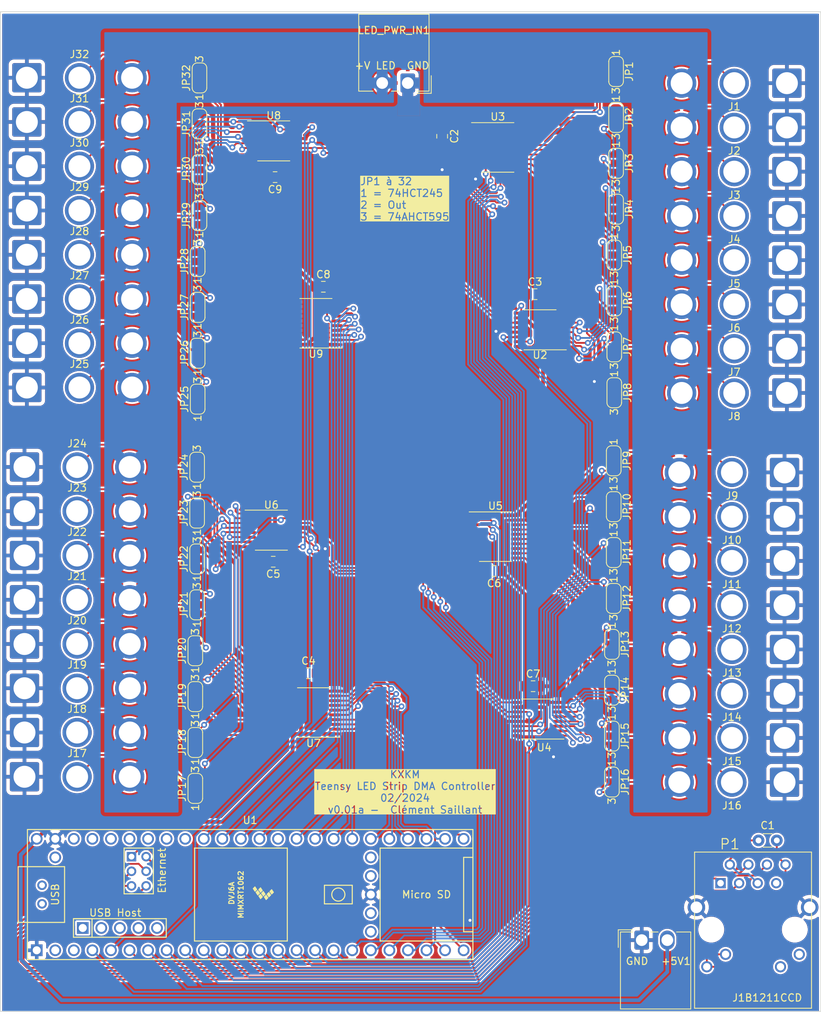
<source format=kicad_pcb>
(kicad_pcb (version 20221018) (generator pcbnew)
  (layers (0 "F.Cu" signal) (31 "B.Cu" signal) (34 "B.Paste" user) (35 "F.Paste" user) (36 "B.SilkS" user "B.Silkscreen") (37 "F.SilkS" user "F.Silkscreen") (38 "B.Mask" user) (39 "F.Mask" user) (44 "Edge.Cuts" user))
  (net 0 "")
  (net 7 "Net-(P1-RCT)")
  (net 8 "Net-(P1-GH_GND@1)")
  (net 16 "+5V")
  (net 17 "GND")
  (net 18 "Net-(J1-Pin_2)")
  (net 19 "+12V")
  (net 21 "Net-(J3-Pin_2)")
  (net 24 "Net-(J5-Pin_2)")
  (net 25 "Net-(J6-Pin_2)")
  (net 26 "Net-(J7-Pin_2)")
  (net 27 "Net-(J8-Pin_2)")
  (net 28 "Net-(J9-Pin_2)")
  (net 29 "Net-(J10-Pin_2)")
  (net 30 "Net-(J11-Pin_2)")
  (net 31 "Net-(J12-Pin_2)")
  (net 32 "Net-(J13-Pin_2)")
  (net 33 "Net-(J14-Pin_2)")
  (net 34 "Net-(J15-Pin_2)")
  (net 35 "Net-(J16-Pin_2)")
  (net 36 "Net-(J17-Pin_2)")
  (net 37 "Net-(J18-Pin_2)")
  (net 38 "Net-(J19-Pin_2)")
  (net 39 "Net-(J20-Pin_2)")
  (net 40 "Net-(J21-Pin_2)")
  (net 41 "Net-(J22-Pin_2)")
  (net 42 "Net-(J23-Pin_2)")
  (net 43 "Net-(J24-Pin_2)")
  (net 44 "Net-(J25-Pin_2)")
  (net 45 "Net-(J26-Pin_2)")
  (net 46 "Net-(J27-Pin_2)")
  (net 47 "Net-(J28-Pin_2)")
  (net 48 "Net-(J29-Pin_2)")
  (net 49 "Net-(J30-Pin_2)")
  (net 50 "Net-(J31-Pin_2)")
  (net 51 "Net-(J32-Pin_2)")
  (net 52 "Net-(J2-Pin_2)")
  (net 53 "Net-(J4-Pin_2)")
  (net 54 "/LED_R 1 to 8/LED_B_1")
  (net 55 "/LED_R 1 to 8/LED_R_1")
  (net 56 "/LED_R 1 to 9/LED_B_1")
  (net 57 "/LED_R 1 to 9/LED_R_1")
  (net 58 "/LED_R 1 to 11/LED_B_1")
  (net 59 "/LED_R 1 to 11/LED_R_1")
  (net 60 "/LED_R 1 to 10/LED_B_1")
  (net 63 "/LED_R 1 to 10/LED_R_1")
  (net 68 "/LED_R 1 to 8/LED_B_5")
  (net 69 "/LED_R 1 to 8/LED_R_5")
  (net 70 "/LED_R 1 to 9/LED_B_5")
  (net 71 "/LED_R 1 to 9/LED_R_5")
  (net 72 "/LED_R 1 to 11/LED_B_5")
  (net 73 "/LED_R 1 to 11/LED_R_5")
  (net 74 "/LED_R 1 to 10/LED_B_5")
  (net 75 "/LED_R 1 to 10/LED_R_5")
  (net 76 "/LED_R 1 to 8/LED_B_2")
  (net 77 "/LED_R 1 to 8/LED_R_2")
  (net 78 "/LED_R 1 to 8/LED_B_6")
  (net 79 "/LED_R 1 to 8/LED_R_6")
  (net 80 "/LED_R 1 to 9/LED_B_2")
  (net 81 "/LED_R 1 to 9/LED_R_2")
  (net 82 "/LED_R 1 to 9/LED_B_6")
  (net 83 "/LED_R 1 to 9/LED_R_6")
  (net 84 "/LED_R 1 to 11/LED_B_2")
  (net 85 "/LED_R 1 to 11/LED_R_2")
  (net 86 "/LED_R 1 to 11/LED_B_6")
  (net 87 "/LED_R 1 to 11/LED_R_6")
  (net 88 "/LED_R 1 to 10/LED_B_2")
  (net 89 "/LED_R 1 to 10/LED_R_2")
  (net 90 "/LED_R 1 to 10/LED_B_6")
  (net 91 "/LED_R 1 to 10/LED_R_6")
  (net 92 "/LED_R 1 to 8/LED_B_3")
  (net 93 "/LED_R 1 to 8/LED_R_3")
  (net 94 "/LED_R 1 to 8/LED_B_4")
  (net 95 "/LED_R 1 to 8/LED_R_4")
  (net 96 "/LED_R 1 to 8/LED_B_7")
  (net 97 "/LED_R 1 to 8/LED_R_7")
  (net 98 "/LED_R 1 to 8/LED_B_8")
  (net 99 "/LED_R 1 to 8/LED_R_8")
  (net 100 "/LED_R 1 to 9/LED_B_3")
  (net 101 "/LED_R 1 to 9/LED_R_3")
  (net 102 "/LED_R 1 to 9/LED_B_4")
  (net 103 "/LED_R 1 to 9/LED_R_4")
  (net 104 "/LED_R 1 to 9/LED_B_7")
  (net 105 "/LED_R 1 to 9/LED_R_7")
  (net 106 "/LED_R 1 to 9/LED_B_8")
  (net 107 "/LED_R 1 to 9/LED_R_8")
  (net 108 "/LED_R 1 to 11/LED_B_3")
  (net 109 "/LED_R 1 to 11/LED_R_3")
  (net 110 "/LED_R 1 to 11/LED_B_4")
  (net 111 "/LED_R 1 to 11/LED_R_4")
  (net 112 "/LED_R 1 to 11/LED_B_7")
  (net 113 "/LED_R 1 to 11/LED_R_7")
  (net 114 "/LED_R 1 to 11/LED_B_8")
  (net 115 "/LED_R 1 to 11/LED_R_8")
  (net 116 "/LED_R 1 to 10/LED_B_3")
  (net 117 "/LED_R 1 to 10/LED_R_3")
  (net 118 "/LED_R 1 to 10/LED_B_4")
  (net 119 "/LED_R 1 to 10/LED_R_4")
  (net 120 "/LED_R 1 to 10/LED_B_7")
  (net 121 "/LED_R 1 to 10/LED_R_7")
  (net 122 "/LED_R 1 to 10/LED_B_8")
  (net 123 "/LED_R 1 to 10/LED_R_8")
  (net 124 "Net-(P1-TD+)")
  (net 125 "Net-(P1-TD-)")
  (net 126 "Net-(P1-RD+)")
  (net 127 "Net-(P1-RD-)")
  (net 129 "Net-(P1-GRN+)")
  (net 132 "Net-(U7-B0)")
  (net 133 "Net-(U3-B0)")
  (net 134 "Net-(U3-B1)")
  (net 135 "Net-(U3-B2)")
  (net 136 "Net-(U7-B1)")
  (net 137 "Net-(U3-B3)")
  (net 138 "Net-(U3-B4)")
  (net 139 "Net-(U3-B5)")
  (net 140 "Net-(U7-B2)")
  (net 141 "Net-(U3-B6)")
  (net 142 "Net-(U3-B7)")
  (net 143 "Net-(U5-B0)")
  (net 144 "Net-(U7-B3)")
  (net 145 "Net-(U5-B1)")
  (net 146 "Net-(U5-B2)")
  (net 147 "Net-(U5-B3)")
  (net 148 "Net-(U7-B4)")
  (net 149 "Net-(U5-B4)")
  (net 150 "Net-(U5-B5)")
  (net 151 "Net-(U5-B6)")
  (net 152 "Net-(U7-B5)")
  (net 153 "Net-(U5-B7)")
  (net 154 "Net-(U9-B0)")
  (net 155 "Net-(U9-B1)")
  (net 156 "Net-(U7-B6)")
  (net 157 "Net-(U9-B2)")
  (net 158 "Net-(U9-B3)")
  (net 159 "Net-(U9-B4)")
  (net 160 "Net-(U7-B7)")
  (net 161 "Net-(U9-B5)")
  (net 162 "Net-(U9-B6)")
  (net 163 "Net-(U9-B7)")
  (net 164 "/SRCLK")
  (net 165 "/RCLK")
  (net 166 "/SER_OUT")
  (net 167 "/LED_GPIO_1")
  (net 168 "/LED_GPIO_2")
  (net 169 "/LED_GPIO_3")
  (net 170 "/LED_GPIO_4")
  (net 171 "/LED_GPIO_5")
  (net 172 "/LED_GPIO_6")
  (net 173 "/LED_GPIO_7")
  (net 174 "/LED_GPIO_8")
  (net 175 "/LED_GPIO_9")
  (net 176 "/LED_GPIO_10")
  (net 177 "/LED_GPIO_11")
  (net 178 "/LED_GPIO_12")
  (net 179 "/LED_GPIO_13")
  (net 180 "/LED_GPIO_14")
  (net 181 "/LED_GPIO_15")
  (net 182 "/LED_GPIO_16")
  (net 183 "/LED_GPIO_17")
  (net 184 "/LED_GPIO_18")
  (net 185 "/LED_GPIO_19")
  (net 186 "/LED_GPIO_20")
  (net 187 "/LED_GPIO_21")
  (net 188 "/LED_GPIO_22")
  (net 189 "/LED_GPIO_23")
  (net 190 "/LED_GPIO_24")
  (net 191 "/LED_GPIO_25")
  (net 192 "/LED_GPIO_26")
  (net 193 "/LED_GPIO_27")
  (net 194 "/LED_GPIO_28")
  (net 195 "/LED_GPIO_29")
  (net 196 "/LED_GPIO_30")
  (net 197 "/LED_GPIO_31")
  (net 198 "/LED_GPIO_32")
  (net 199 "/LED_R 1 to 11/SER_IN")
  (net 200 "/LED_R 1 to 8/SER_OUT")
  (net 201 "/LED_R 1 to 10/SER_IN")
  (net 202 "/LED_R 1 to 10/SER_OUT")
  (footprint "Jumper:SolderJumper-3_P1.3mm_Open_RoundedPad1.0x1.5mm_NumberLabels" (layer "F.Cu") (at 40.9625 41.58 90)
    (fp_text reference "JP29")
    (fp_text value "SolderJumper_3_Open")
  )
  (footprint "Connector_Wire:SolderWire-2.5sqmm_1x03_P7.2mm_D2.4mm_OD3.6mm" (layer "F.Cu") (at 121.021 76.6909 180)
    (fp_text reference "J9")
    (fp_text value "Conn_01x03_Pin")
  )
  (footprint "Package_SO:TSSOP-16_4.4x5mm_P0.65mm" (layer "F.Cu") (at 87.239 110.4064 180)
    (fp_text reference "U4")
    (fp_text value "74AHCT595")
  )
  (footprint "Resistor_SMD:R_0201_0603Metric" (layer "F.Cu") (at 48.58 55.8756 180)
    (fp_text reference "R28" hide)
    (fp_text value "100R")
  )
  (footprint "Resistor_SMD:R_0201_0603Metric" (layer "F.Cu") (at 48.2575 110.841 180)
    (fp_text reference "R19" hide)
    (fp_text value "100R")
  )
  (footprint "Connector_Wago:Wago_734-162_1x02_P3.50mm_Horizontal" (layer "F.Cu") (at 101.478 140.63)
    (fp_text reference "+5V1")
    (fp_text value "Screw_Terminal_01x02")
  )
  (footprint "Jumper:SolderJumper-3_P1.3mm_Open_RoundedPad1.0x1.5mm_NumberLabels" (layer "F.Cu") (at 40.64 82.2491 90)
    (fp_text reference "JP23")
    (fp_text value "SolderJumper_3_Open")
  )
  (footprint "Resistor_SMD:R_0201_0603Metric" (layer "F.Cu") (at 48.2575 103.841 180)
    (fp_text reference "R23" hide)
    (fp_text value "100R")
  )
  (footprint "Connector_Wire:SolderWire-2.5sqmm_1x03_P7.2mm_D2.4mm_OD3.6mm" (layer "F.Cu") (at 17.3405 40.8821)
    (fp_text reference "J29")
    (fp_text value "Conn_01x03_Pin")
  )
  (footprint "Resistor_SMD:R_0201_0603Metric" (layer "F.Cu") (at 48.58 61.1256 180)
    (fp_text reference "R25" hide)
    (fp_text value "100R")
  )
  (footprint "Jumper:SolderJumper-3_P1.3mm_Open_RoundedPad1.0x1.5mm_NumberLabels" (layer "F.Cu") (at 40.7145 60.3994 90)
    (fp_text reference "JP26")
    (fp_text value "SolderJumper_3_Open")
  )
  (footprint "Capacitor_THT:C_Disc_D3.0mm_W1.6mm_P2.50mm" (layer "F.Cu") (at 117.459 127)
    (fp_text reference "C1")
    (fp_text value "0.1uF")
  )
  (footprint "Capacitor_SMD:C_0805_2012Metric_Pad1.18x1.45mm_HandSolder" (layer "F.Cu") (at 57.912 51.308)
    (fp_text reference "C8")
    (fp_text value "100nf")
  )
  (footprint "Resistor_SMD:R_0201_0603Metric" (layer "F.Cu") (at 89.7815 92.8974)
    (fp_text reference "R16" hide)
    (fp_text value "100R")
  )
  (footprint "Connector_Wire:SolderWire-2.5sqmm_1x03_P7.2mm_D2.4mm_OD3.6mm" (layer "F.Cu") (at 121.3435 59.7755 180)
    (fp_text reference "J7")
    (fp_text value "Conn_01x03_Pin")
  )
  (footprint "Connector_Wire:SolderWire-2.5sqmm_1x03_P7.2mm_D2.4mm_OD3.6mm" (layer "F.Cu") (at 17.018 112.2475)
    (fp_text reference "J18")
    (fp_text value "Conn_01x03_Pin")
  )
  (footprint "Resistor_SMD:R_0201_0603Metric" (layer "F.Cu") (at 48.58 59.3756 180)
    (fp_text reference "R26" hide)
    (fp_text value "100R")
  )
  (footprint "Connector_Wire:SolderWire-2.5sqmm_1x03_P7.2mm_D2.4mm_OD3.6mm" (layer "F.Cu") (at 17.3405 28.7821)
    (fp_text reference "J31")
    (fp_text value "Conn_01x03_Pin")
  )
  (footprint "Jumper:SolderJumper-3_P1.3mm_Open_RoundedPad1.0x1.5mm_NumberLabels" (layer "F.Cu") (at 97.647 81.3736 -90)
    (fp_text reference "JP10")
    (fp_text value "SolderJumper_3_Open")
  )
  (footprint "Jumper:SolderJumper-3_P1.3mm_Open_RoundedPad1.0x1.5mm_NumberLabels" (layer "F.Cu") (at 40.7145 66.6726 90)
    (fp_text reference "JP25")
    (fp_text value "SolderJumper_3_Open")
  )
  (footprint "Connector_Wire:SolderWire-2.5sqmm_1x03_P7.2mm_D2.4mm_OD3.6mm" (layer "F.Cu") (at 121.3435 35.5755 180)
    (fp_text reference "J3")
    (fp_text value "Conn_01x03_Pin")
  )
  (footprint "Connector_Wire:SolderWire-2.5sqmm_1x03_P7.2mm_D2.4mm_OD3.6mm" (layer "F.Cu") (at 121.3435 47.6755 180)
    (fp_text reference "J5")
    (fp_text value "Conn_01x03_Pin")
  )
  (footprint "Resistor_SMD:R_0201_0603Metric" (layer "F.Cu") (at 89.7815 82.3974)
    (fp_text reference "R10" hide)
    (fp_text value "100R")
  )
  (footprint "Connector_Wire:SolderWire-2.5sqmm_1x03_P7.2mm_D2.4mm_OD3.6mm" (layer "F.Cu") (at 17.018 106.1975)
    (fp_text reference "J19")
    (fp_text value "Conn_01x03_Pin")
  )
  (footprint "Connector_Wire:SolderWire-2.5sqmm_1x03_P7.2mm_D2.4mm_OD3.6mm" (layer "F.Cu") (at 121.021 82.7409 180)
    (fp_text reference "J10")
    (fp_text value "Conn_01x03_Pin")
  )
  (footprint "Jumper:SolderJumper-3_P1.3mm_Open_RoundedPad1.0x1.5mm_NumberLabels" (layer "F.Cu") (at 97.399 100.193 -90)
    (fp_text reference "JP13")
    (fp_text value "SolderJumper_3_Open")
  )
  (footprint "Connector_Wago:Wago_734-162_1x02_P3.50mm_Horizontal" (layer "F.Cu") (at 69.464 23.454 180)
    (fp_text reference "LED_PWR_IN1")
    (fp_text value "Screw_Terminal_01x02")
  )
  (footprint "Resistor_SMD:R_0201_0603Metric" (layer "F.Cu") (at 89.7815 89.3974)
    (fp_text reference "R14" hide)
    (fp_text value "100R")
  )
  (footprint "Jumper:SolderJumper-3_P1.3mm_Open_RoundedPad1.0x1.5mm_NumberLabels" (layer "F.Cu") (at 40.9625 22.7606 90)
    (fp_text reference "JP32")
    (fp_text value "SolderJumper_3_Open")
  )
  (footprint "Jumper:SolderJumper-3_P1.3mm_Open_RoundedPad1.0x1.5mm_NumberLabels" (layer "F.Cu") (at 40.64 75.976 90)
    (fp_text reference "JP24")
    (fp_text value "SolderJumper_3_Open")
  )
  (footprint "Jumper:SolderJumper-3_P1.3mm_Open_RoundedPad1.0x1.5mm_NumberLabels" (layer "F.Cu") (at 97.9695 28.1581 -90)
    (fp_text reference "JP2")
    (fp_text value "SolderJumper_3_Open")
  )
  (footprint "Jumper:SolderJumper-3_P1.3mm_Open_RoundedPad1.0x1.5mm_NumberLabels" (layer "F.Cu") (at 40.392 107.3417 90)
    (fp_text reference "JP19")
    (fp_text value "SolderJumper_3_Open")
  )
  (footprint "Connector_Wire:SolderWire-2.5sqmm_1x03_P7.2mm_D2.4mm_OD3.6mm" (layer "F.Cu") (at 121.3435 29.5255 180)
    (fp_text reference "J2")
    (fp_text value "Conn_01x03_Pin")
  )
  (footprint "Jumper:SolderJumper-3_P1.3mm_Open_RoundedPad1.0x1.5mm_NumberLabels" (layer "F.Cu") (at 97.399 112.7393 -90)
    (fp_text reference "JP15")
    (fp_text value "SolderJumper_3_Open")
  )
  (footprint "Package_SO:TSSOP-20_4.4x6.5mm_P0.65mm" (layer "F.Cu") (at 56.896 56.2996 180)
    (fp_text reference "U9")
    (fp_text value "74HCT245")
  )
  (footprint "Jumper:SolderJumper-3_P1.3mm_Open_RoundedPad1.0x1.5mm_NumberLabels" (layer "F.Cu") (at 97.7215 65.797 -90)
    (fp_text reference "JP8")
    (fp_text value "SolderJumper_3_Open")
  )
  (footprint "Capacitor_SMD:C_0805_2012Metric_Pad1.18x1.45mm_HandSolder" (layer "F.Cu") (at 81.28 90.17 180)
    (fp_text reference "C6")
    (fp_text value "100nf")
  )
  (footprint "Connector_Wire:SolderWire-2.5sqmm_1x03_P7.2mm_D2.4mm_OD3.6mm" (layer "F.Cu") (at 17.018 100.1475)
    (fp_text reference "J20")
    (fp_text value "Conn_01x03_Pin")
  )
  (footprint "Resistor_SMD:R_0201_0603Metric" (layer "F.Cu") (at 48.58 48.8756 180)
    (fp_text reference "R32" hide)
    (fp_text value "100R")
  )
  (footprint "Resistor_SMD:R_0201_0603Metric" (layer "F.Cu") (at 89.7815 84.1474)
    (fp_text reference "R11" hide)
    (fp_text value "100R")
  )
  (footprint "Resistor_SMD:R_0201_0603Metric" (layer "F.Cu") (at 48.58 52.3756 180)
    (fp_text reference "R30" hide)
    (fp_text value "100R")
  )
  (footprint "Jumper:SolderJumper-3_P1.3mm_Open_RoundedPad1.0x1.5mm_NumberLabels" (layer "F.Cu") (at 40.9625 35.3068 90)
    (fp_text reference "JP30")
    (fp_text value "SolderJumper_3_Open")
  )
  (footprint "Connector_Wire:SolderWire-2.5sqmm_1x03_P7.2mm_D2.4mm_OD3.6mm" (layer "F.Cu") (at 121.3435 41.6255 180)
    (fp_text reference "J4")
    (fp_text value "Conn_01x03_Pin")
  )
  (footprint "Resistor_SMD:R_0201_0603Metric" (layer "F.Cu") (at 90.104 37.932)
    (fp_text reference "R7" hide)
    (fp_text value "100R")
  )
  (footprint "Connector_Wire:SolderWire-2.5sqmm_1x03_P7.2mm_D2.4mm_OD3.6mm" (layer "F.Cu") (at 121.3435 53.7255 180)
    (fp_text reference "J6")
    (fp_text value "Conn_01x03_Pin")
  )
  (footprint "Package_SO:TSSOP-20_4.4x6.5mm_P0.65mm" (layer "F.Cu") (at 81.788 32.258)
    (fp_text reference "U3")
    (fp_text value "74HCT245")
  )
  (footprint "Connector_Wire:SolderWire-2.5sqmm_1x03_P7.2mm_D2.4mm_OD3.6mm" (layer "F.Cu") (at 121.021 100.8909 180)
    (fp_text reference "J13")
    (fp_text value "Conn_01x03_Pin")
  )
  (footprint "Jumper:SolderJumper-3_P1.3mm_Open_RoundedPad1.0x1.5mm_NumberLabels" (layer "F.Cu") (at 40.7145 54.1263 90)
    (fp_text reference "JP27")
    (fp_text value "SolderJumper_3_Open")
  )
  (footprint "Connector_Wire:SolderWire-2.5sqmm_1x03_P7.2mm_D2.4mm_OD3.6mm" (layer "F.Cu") (at 121.021 106.9409 180)
    (fp_text reference "J14")
    (fp_text value "Conn_01x03_Pin")
  )
  (footprint "Resistor_SMD:R_0201_0603Metric" (layer "F.Cu") (at 90.104 32.682)
    (fp_text reference "R4" hide)
    (fp_text value "100R")
  )
  (footprint "Connector_Wire:SolderWire-2.5sqmm_1x03_P7.2mm_D2.4mm_OD3.6mm" (layer "F.Cu") (at 17.018 75.9475)
    (fp_text reference "J24")
    (fp_text value "Conn_01x03_Pin")
  )
  (footprint "J1B1211CCD:J1B1211CCD" (layer "F.Cu") (at 116.71 139.194)
    (fp_text reference "P1")
    (fp_text value "J1B1211CCD")
  )
  (footprint "Package_SO:TSSOP-16_4.4x5mm_P0.65mm" (layer "F.Cu") (at 50.8 84.582)
    (fp_text reference "U6")
    (fp_text value "74AHCT595")
  )
  (footprint "Jumper:SolderJumper-3_P1.3mm_Open_RoundedPad1.0x1.5mm_NumberLabels" (layer "F.Cu") (at 97.7215 59.5239 -90)
    (fp_text reference "JP7")
    (fp_text value "SolderJumper_3_Open")
  )
  (footprint "Connector_Wire:SolderWire-2.5sqmm_1x03_P7.2mm_D2.4mm_OD3.6mm" (layer "F.Cu") (at 121.3435 23.4755 180)
    (fp_text reference "J1")
    (fp_text value "Conn_01x03_Pin")
  )
  (footprint "Resistor_SMD:R_0201_0603Metric" (layer "F.Cu") (at 90.104 36.182)
    (fp_text reference "R6" hide)
    (fp_text value "100R")
  )
  (footprint "Jumper:SolderJumper-3_P1.3mm_Open_RoundedPad1.0x1.5mm_NumberLabels" (layer "F.Cu") (at 40.392 101.0686 90)
    (fp_text reference "JP20")
    (fp_text value "SolderJumper_3_Open")
  )
  (footprint "Resistor_SMD:R_0201_0603Metric" (layer "F.Cu") (at 89.7815 80.6474)
    (fp_text reference "R9" hide)
    (fp_text value "100R")
  )
  (footprint "Resistor_SMD:R_0201_0603Metric" (layer "F.Cu") (at 90.104 39.682)
    (fp_text reference "R8" hide)
    (fp_text value "100R")
  )
  (footprint "Jumper:SolderJumper-3_P1.3mm_Open_RoundedPad1.0x1.5mm_NumberLabels" (layer "F.Cu") (at 97.399 119.0124 -90)
    (fp_text reference "JP16")
    (fp_text value "SolderJumper_3_Open")
  )
  (footprint "Jumper:SolderJumper-3_P1.3mm_Open_RoundedPad1.0x1.5mm_NumberLabels" (layer "F.Cu") (at 97.9695 34.4313 -90)
    (fp_text reference "JP3")
    (fp_text value "SolderJumper_3_Open")
  )
  (footprint "Resistor_SMD:R_0201_0603Metric" (layer "F.Cu") (at 48.2575 114.341 180)
    (fp_text reference "R17" hide)
    (fp_text value "100R")
  )
  (footprint "Connector_Wire:SolderWire-2.5sqmm_1x03_P7.2mm_D2.4mm_OD3.6mm" (layer "F.Cu") (at 17.018 88.0475)
    (fp_text reference "J22")
    (fp_text value "Conn_01x03_Pin")
  )
  (footprint "Capacitor_SMD:C_0805_2012Metric_Pad1.18x1.45mm_HandSolder" (layer "F.Cu") (at 74.168 30.734 -90)
    (fp_text reference "C2")
    (fp_text value "100nf")
  )
  (footprint "Connector_Wire:SolderWire-2.5sqmm_1x03_P7.2mm_D2.4mm_OD3.6mm" (layer "F.Cu") (at 17.018 94.0975)
    (fp_text reference "J21")
    (fp_text value "Conn_01x03_Pin")
  )
  (footprint "Jumper:SolderJumper-3_P1.3mm_Open_RoundedPad1.0x1.5mm_NumberLabels" (layer "F.Cu") (at 97.9695 40.7044 -90)
    (fp_text reference "JP4")
    (fp_text value "SolderJumper_3_Open")
  )
  (footprint "Jumper:SolderJumper-3_P1.3mm_Open_RoundedPad1.0x1.5mm_NumberLabels" (layer "F.Cu") (at 40.9625 29.0337 90)
    (fp_text reference "JP31")
    (fp_text value "SolderJumper_3_Open")
  )
  (footprint "Package_SO:TSSOP-20_4.4x6.5mm_P0.65mm" (layer "F.Cu") (at 56.5735 109.515 180)
    (fp_text reference "U7")
    (fp_text value "74HCT245")
  )
  (footprint "Resistor_SMD:R_0201_0603Metric" (layer "F.Cu") (at 48.58 50.6256 180)
    (fp_text reference "R31" hide)
    (fp_text value "100R")
  )
  (footprint "Resistor_SMD:R_0201_0603Metric" (layer "F.Cu") (at 90.104 30.932)
    (fp_text reference "R3" hide)
    (fp_text value "100R")
  )
  (footprint "Resistor_SMD:R_0201_0603Metric" (layer "F.Cu") (at 48.2575 107.341 180)
    (fp_text reference "R21" hide)
    (fp_text value "100R")
  )
  (footprint "Resistor_SMD:R_0201_0603Metric" (layer "F.Cu") (at 90.104 27.432)
    (fp_text reference "R1" hide)
    (fp_text value "100R")
  )
  (footprint "Connector_Wire:SolderWire-2.5sqmm_1x03_P7.2mm_D2.4mm_OD3.6mm" (layer "F.Cu") (at 17.3405 59.0321)
    (fp_text reference "J26")
    (fp_text value "Conn_01x03_Pin")
  )
  (footprint "Jumper:SolderJumper-3_P1.3mm_Open_RoundedPad1.0x1.5mm_NumberLabels" (layer "F.Cu") (at 97.7215 46.9776 -90)
    (fp_text reference "JP5")
    (fp_text value "SolderJumper_3_Open")
  )
  (footprint "Resistor_SMD:R_0201_0603Metric" (layer "F.Cu") (at 89.7815 91.1474)
    (fp_text reference "R15" hide)
    (fp_text value "100R")
  )
  (footprint "Connector_Wire:SolderWire-2.5sqmm_1x03_P7.2mm_D2.4mm_OD3.6mm" (layer "F.Cu") (at 121.3435 65.8255 180)
    (fp_text reference "J8")
    (fp_text value "Conn_01x03_Pin")
  )
  (footprint "Connector_Wire:SolderWire-2.5sqmm_1x03_P7.2mm_D2.4mm_OD3.6mm" (layer "F.Cu") (at 121.021 94.8409 180)
    (fp_text reference "J12")
    (fp_text value "Conn_01x03_Pin")
  )
  (footprint "Jumper:SolderJumper-3_P1.3mm_Open_RoundedPad1.0x1.5mm_NumberLabels" (layer "F.Cu") (at 40.64 94.7954 90)
    (fp_text reference "JP21")
    (fp_text value "SolderJumper_3_Open")
  )
  (footprint "Resistor_SMD:R_0201_0603Metric" (layer "F.Cu") (at 48.2575 109.091 180)
    (fp_text reference "R20" hide)
    (fp_text value "100R")
  )
  (footprint "Capacitor_SMD:C_0805_2012Metric_Pad1.18x1.45mm_HandSolder" (layer "F.Cu") (at 86.614 105.918)
    (fp_text reference "C7")
    (fp_text value "100nf")
  )
  (footprint "Resistor_SMD:R_0201_0603Metric" (layer "F.Cu") (at 89.7815 87.6474)
    (fp_text reference "R13" hide)
    (fp_text value "100R")
  )
  (footprint "Resistor_SMD:R_0201_0603Metric" (layer "F.Cu") (at 89.7815 85.8974)
    (fp_text reference "R12" hide)
    (fp_text value "100R")
  )
  (footprint "Jumper:SolderJumper-3_P1.3mm_Open_RoundedPad1.0x1.5mm_NumberLabels" (layer "F.Cu") (at 40.7145 47.8531 90)
    (fp_text reference "JP28")
    (fp_text value "SolderJumper_3_Open")
  )
  (footprint "Connector_Wire:SolderWire-2.5sqmm_1x03_P7.2mm_D2.4mm_OD3.6mm" (layer "F.Cu") (at 17.3405 65.0821)
    (fp_text reference "J25")
    (fp_text value "Conn_01x03_Pin")
  )
  (footprint "Connector_Wire:SolderWire-2.5sqmm_1x03_P7.2mm_D2.4mm_OD3.6mm" (layer "F.Cu") (at 17.3405 52.9821)
    (fp_text reference "J27")
    (fp_text value "Conn_01x03_Pin")
  )
  (footprint "Jumper:SolderJumper-3_P1.3mm_Open_RoundedPad1.0x1.5mm_NumberLabels" (layer "F.Cu") (at 97.647 93.9199 -90)
    (fp_text reference "JP12")
    (fp_text value "SolderJumper_3_Open")
  )
  (footprint "Connector_Wire:SolderWire-2.5sqmm_1x03_P7.2mm_D2.4mm_OD3.6mm" (layer "F.Cu") (at 17.018 118.2975)
    (fp_text reference "J17")
    (fp_text value "Conn_01x03_Pin")
  )
  (footprint "Jumper:SolderJumper-3_P1.3mm_Open_RoundedPad1.0x1.5mm_NumberLabels" (layer "F.Cu") (at 97.647 87.6467 -90)
    (fp_text reference "JP11")
    (fp_text value "SolderJumper_3_Open")
  )
  (footprint "Jumper:SolderJumper-3_P1.3mm_Open_RoundedPad1.0x1.5mm_NumberLabels" (layer "F.Cu") (at 97.399 106.4662 -90)
    (fp_text reference "JP14")
    (fp_text value "SolderJumper_3_Open")
  )
  (footprint "Connector_Wire:SolderWire-2.5sqmm_1x03_P7.2mm_D2.4mm_OD3.6mm" (layer "F.Cu") (at 17.018 81.9975)
    (fp_text reference "J23")
    (fp_text value "Conn_01x03_Pin")
  )
  (footprint "Jumper:SolderJumper-3_P1.3mm_Open_RoundedPad1.0x1.5mm_NumberLabels" (layer "F.Cu") (at 40.64 88.5223 90)
    (fp_text reference "JP22")
    (fp_text value "SolderJumper_3_Open")
  )
  (footprint "Jumper:SolderJumper-3_P1.3mm_Open_RoundedPad1.0x1.5mm_NumberLabels" (layer "F.Cu") (at 97.9695 21.885 -90)
    (fp_text reference "JP1")
    (fp_text value "SolderJumper_3_Open")
  )
  (footprint "teensy.pretty-master:Teensy41" (layer "F.Cu") (at 47.9 134.4)
    (fp_text reference "U1")
    (fp_text value "Teensy4.1")
  )
  (footprint "Jumper:SolderJumper-3_P1.3mm_Open_RoundedPad1.0x1.5mm_NumberLabels" (layer "F.Cu") (at 40.392 113.6149 90)
    (fp_text reference "JP18")
    (fp_text value "SolderJumper_3_Open")
  )
  (footprint "Resistor_SMD:R_0201_0603Metric" (layer "F.Cu") (at 90.104 34.432)
    (fp_text reference "R5" hide)
    (fp_text value "100R")
  )
  (footprint "Capacitor_SMD:C_0805_2012Metric_Pad1.18x1.45mm_HandSolder" (layer "F.Cu") (at 55.88 104.14)
    (fp_text reference "C4")
    (fp_text value "100nf")
  )
  (footprint "Resistor_SMD:R_0201_0603Metric" (layer "F.Cu") (at 90.104 29.182)
    (fp_text reference "R2" hide)
    (fp_text value "100R")
  )
  (footprint "Capacitor_SMD:C_0805_2012Metric_Pad1.18x1.45mm_HandSolder" (layer "F.Cu") (at 51.308 36.322 180)
    (fp_text reference "C9")
    (fp_text value "100nf")
  )
  (footprint "Jumper:SolderJumper-3_P1.3mm_Open_RoundedPad1.0x1.5mm_NumberLabels" (layer "F.Cu") (at 40.392 119.888 90)
    (fp_text reference "JP17")
    (fp_text value "SolderJumper_3_Open")
  )
  (footprint "Package_SO:TSSOP-16_4.4x5mm_P0.65mm" (layer "F.Cu") (at 87.5615 57.191 180)
    (fp_text reference "U2")
    (fp_text value "74AHCT595")
  )
  (footprint "Capacitor_SMD:C_0805_2012Metric_Pad1.18x1.45mm_HandSolder" (layer "F.Cu") (at 51.054 88.9 180)
    (fp_text reference "C5")
    (fp_text value "100nf")
  )
  (footprint "Connector_Wire:SolderWire-2.5sqmm_1x03_P7.2mm_D2.4mm_OD3.6mm" (layer "F.Cu") (at 121.021 112.9909 180)
    (fp_text reference "J15")
    (fp_text value "Conn_01x03_Pin")
  )
  (footprint "Resistor_SMD:R_0201_0603Metric" (layer "F.Cu") (at 48.2575 112.591 180)
    (fp_text reference "R18" hide)
    (fp_text value "100R")
  )
  (footprint "Connector_Wire:SolderWire-2.5sqmm_1x03_P7.2mm_D2.4mm_OD3.6mm" (layer "F.Cu") (at 17.3405 22.7321)
    (fp_text reference "J32")
    (fp_text value "Conn_01x03_Pin")
  )
  (footprint "Resistor_SMD:R_0201_0603Metric" (layer "F.Cu") (at 48.2575 105.591 180)
    (fp_text reference "R22" hide)
    (fp_text value "100R")
  )
  (footprint "Connector_Wire:SolderWire-2.5sqmm_1x03_P7.2mm_D2.4mm_OD3.6mm" (layer "F.Cu") (at 121.021 119.0409 180)
    (fp_text reference "J16")
    (fp_text value "Conn_01x03_Pin")
  )
  (footprint "Connector_Wire:SolderWire-2.5sqmm_1x03_P7.2mm_D2.4mm_OD3.6mm" (layer "F.Cu") (at 17.3405 34.8321)
    (fp_text reference "J30")
    (fp_text value "Conn_01x03_Pin")
  )
  (footprint "Resistor_SMD:R_0201_0603Metric" (layer "F.Cu") (at 48.2575 102.091 180)
    (fp_text reference "R24" hide)
    (fp_text value "100R")
  )
  (footprint "Jumper:SolderJumper-3_P1.3mm_Open_RoundedPad1.0x1.5mm_NumberLabels" (layer "F.Cu") (at 97.647 75.1004 -90)
    (fp_text reference "JP9")
    (fp_text value "SolderJumper_3_Open")
  )
  (footprint "Resistor_SMD:R_0201_0603Metric" (layer "F.Cu") (at 48.58 57.6256 180)
    (fp_text reference "R27" hide)
    (fp_text value "100R")
  )
  (footprint "Connector_Wire:SolderWire-2.5sqmm_1x03_P7.2mm_D2.4mm_OD3.6mm" (layer "F.Cu") (at 121.021 88.7909 180)
    (fp_text reference "J11")
    (fp_text value "Conn_01x03_Pin")
  )
  (footprint "Package_SO:TSSOP-20_4.4x6.5mm_P0.65mm" (layer "F.Cu") (at 81.4655 85.4734)
    (fp_text reference "U5")
    (fp_text value "74HCT245")
  )
  (footprint "Resistor_SMD:R_0201_0603Metric" (layer "F.Cu") (at 48.58 54.1256 180)
    (fp_text reference "R29" hide)
    (fp_text value "100R")
  )
  (footprint "Jumper:SolderJumper-3_P1.3mm_Open_RoundedPad1.0x1.5mm_NumberLabels" (layer "F.Cu") (at 97.7215 53.2507 -90)
    (fp_text reference "JP6")
    (fp_text value "SolderJumper_3_Open")
  )
  (footprint "Package_SO:TSSOP-16_4.4x5mm_P0.65mm" (layer "F.Cu") (at 51.1225 31.3666)
    (fp_text reference "U8")
    (fp_text value "74AHCT595")
  )
  (footprint "Capacitor_SMD:C_0805_2012Metric_Pad1.18x1.45mm_HandSolder" (layer "F.Cu") (at 86.8895 52.324)
    (fp_text reference "C3")
    (fp_text value "100nf")
  )
  (footprint "Connector_Wire:SolderWire-2.5sqmm_1x03_P7.2mm_D2.4mm_OD3.6mm" (layer "F.Cu") (at 17.3405 46.9321)
    (fp_text reference "J28")
    (fp_text value "Conn_01x03_Pin")
  )
  (gr_rect (start 13.716 13.716) (end 125.984 150.368) (stroke (width 0.1)) (fill none) (layer "Edge.Cuts"))
  (gr_text "JP1 à 32\n1 = 74HCT245\n2 = Out\n3 = 74AHCT595" (at 62.891571 42.322) (layer "F.SilkS" knockout) (effects (font (size 1 1)) (justify left bottom)))
  (gr_text "KXKM\nTeensy LED Strip DMA Controller\n02/2024\nv0.01a -  Clément Saillant" (at 69.088 120.396) (layer "F.SilkS" knockout) (effects (font (size 1 1))))
  (gr_text "GND" (at 70.866 21.082) (layer "F.SilkS") (effects (font (size 1 1))))
  (gr_text "+V LED" (at 65.024 21.082) (layer "F.SilkS") (effects (font (size 1 1))))
  (gr_text "GND" (at 100.838 143.51) (layer "F.SilkS") (effects (font (size 1 1))))
  (gr_text "J1B1211CCD" (at 113.792 149.098) (layer "F.SilkS") (effects (font (size 1 1)) (justify left bottom)))
  (segment (start 117.459 127) (end 116.1335 127) (width 0.25) (layer "F.Cu") (net 7))
  (segment (start 113.535 129.5985) (end 113.535 130.304) (width 0.25) (layer "F.Cu") (net 7))
  (segment (start 116.1335 127) (end 113.535 129.5985) (width 0.25) (layer "F.Cu") (net 7))
  (segment (start 116.075 131.574) (end 117.345 132.844) (width 0.25) (layer "B.Cu") (net 7))
  (segment (start 114.805 131.574) (end 116.075 131.574) (width 0.25) (layer "B.Cu") (net 7))
  (segment (start 113.535 130.304) (end 114.805 131.574) (width 0.25) (layer "B.Cu") (net 7))
  (segment (start 119.959 127) (end 119.959 129.108) (width 0.25) (layer "F.Cu") (net 8))
  (segment (start 91.988114 133.402) (end 79.372113 146.018) (width 0.25) (layer "F.Cu") (net 8))
  (segment (start 21.2716 137.7) (end 23.3716 135.6) (width 0.25) (layer "F.Cu") (net 8))
  (segment (start 114.487 144.274) (end 110.385 144.274) (width 0.25) (layer "F.Cu") (net 8))
  (segment (start 119.959 129.108) (end 121.155 130.304) (width 0.25) (layer "F.Cu") (net 8))
  (segment (start 16.697571 146.018) (end 14.9 144.220429) (width 0.25) (layer "F.Cu") (net 8))
  (segment (start 30.6 131.713) (end 30.6 130.8) (width 0.25) (layer "F.Cu") (net 8))
  (segment (start 121.155 137.606) (end 114.487 144.274) (width 0.25) (layer "F.Cu") (net 8))
  (segment (start 110.385 142.643) (end 101.144 133.402) (width 0.25) (layer "F.Cu") (net 8))
  (segment (start 30.6 130.8) (end 31.2 130.2) (width 0.25) (layer "F.Cu") (net 8))
  (segment (start 79.372113 146.018) (end 16.697571 146.018) (width 0.25) (layer "F.Cu") (net 8))
  (segment (start 110.385 144.274) (end 110.385 142.643) (width 0.25) (layer "F.Cu") (net 8))
  (segment (start 14.9 144.220429) (end 14.9 139.8) (width 0.25) (layer "F.Cu") (net 8))
  (segment (start 14.9 139.8) (end 17 137.7) (width 0.25) (layer "F.Cu") (net 8))
  (segment (start 23.3716 135.6) (end 26.7127 135.6) (width 0.25) (layer "F.Cu") (net 8))
  (segment (start 31.2 130.2) (end 32.6416 130.2) (width 0.25) (layer "F.Cu") (net 8))
  (segment (start 17 137.7) (end 21.2716 137.7) (width 0.25) (layer "F.Cu") (net 8))
  (segment (start 33.1508 130.709) (end 33.66 131.2182) (width 0.25) (layer "F.Cu") (net 8))
  (segment (start 33.1508 130.709) (end 33.66 131.218) (width 0.25) (layer "F.Cu") (net 8))
  (segment (start 101.144 133.402) (end 91.988114 133.402) (width 0.25) (layer "F.Cu") (net 8))
  (segment (start 26.7127 135.6) (end 30.6 131.713) (width 0.25) (layer "F.Cu") (net 8))
  (segment (start 121.155 130.304) (end 121.155 137.606) (width 0.25) (layer "F.Cu") (net 8))
  (segment (start 32.6416 130.2) (end 33.1508 130.709) (width 0.25) (layer "F.Cu") (net 8))
  (segment (start 54.9824 29.0916) (end 55.372 28.702) (width 0.5) (layer "F.Cu") (net 16))
  (segment (start 57.7395 28.702) (end 58.6 29.5625) (width 0.5) (layer "F.Cu") (net 16))
  (segment (start 51.207 82.307) (end 50.7 81.8) (width 0.5) (layer "F.Cu") (net 16))
  (segment (start 85.8365 51.7365) (end 84.7 50.6) (width 0.5) (layer "F.Cu") (net 16))
  (segment (start 78.9 82.5484) (end 82.2 82.5484) (width 0.5) (layer "F.Cu") (net 16))
  (segment (start 85.4964 55.566) (end 85.8365 55.2259) (width 0.5) (layer "F.Cu") (net 16))
  (segment (start 53.785 28.8916) (end 51.7084 28.8916) (width 0.5) (layer "F.Cu") (net 16))
  (segment (start 84.7 50.6) (end 84.7 36.679878) (width 0.5) (layer "F.Cu") (net 16))
  (segment (start 53.711 112.44) (end 53.711 114.9235) (width 0.5) (layer "F.Cu") (net 16))
  (segment (start 53.711 114.9235) (end 44.1745 124.46) (width 0.5) (layer "F.Cu") (net 16))
  (segment (start 83.072983 34.314752) (end 80.772 32.013769) (width 0.5) (layer "F.Cu") (net 16))
  (segment (start 50.7 81.8) (end 50.7 64.5945) (width 0.5) (layer "F.Cu") (net 16))
  (segment (start 84.328 82.5484) (end 87.975 78.9014) (width 0.5) (layer "F.Cu") (net 16))
  (segment (start 78.603 82.5484) (end 78.9 82.5484) (width 0.5) (layer "F.Cu") (net 16))
  (segment (start 51.2 29.4) (end 51.2 31.7525) (width 0.5) (layer "F.Cu") (net 16))
  (segment (start 52.407 86.207) (end 53.6625 86.207) (width 0.5) (layer "F.Cu") (net 16))
  (segment (start 51.7084 28.8916) (end 51.2 29.4) (width 0.5) (layer "F.Cu") (net 16))
  (segment (start 87 57.0696) (end 87 59.1314) (width 0.5) (layer "F.Cu") (net 16))
  (segment (start 87.779 112.881) (end 84.5765 112.881) (width 0.5) (layer "F.Cu") (net 16))
  (segment (start 59.436 112.44) (end 54.5084 112.44) (width 0.5) (layer "F.Cu") (net 16))
  (segment (start 74.5315 29.333) (end 78.9255 29.333) (width 0.5) (layer "F.Cu") (net 16))
  (segment (start 85.4964 55.566) (end 87 57.0696) (width 0.5) (layer "F.Cu") (net 16))
  (segment (start 51.3 82.558) (end 51.3 85.1) (width 0.5) (layer "F.Cu") (net 16))
  (segment (start 88.138 108.781) (end 88.392 109.035) (width 0.5) (layer "F.Cu") (net 16))
  (segment (start 58.6 29.5625) (end 74.034 29.5625) (width 0.5) (layer "F.Cu") (net 16))
  (segment (start 52.4391 32.9916) (end 53.985 32.9916) (width 0.5) (layer "F.Cu") (net 16))
  (segment (start 85.514 108.441) (end 85.514 93.3665) (width 0.5) (layer "F.Cu") (net 16))
  (segment (start 84.3769 108.781) (end 84.3765 108.7814) (width 0.5) (layer "F.Cu") (net 16))
  (segment (start 55.7 59.2246) (end 54.0335 59.2246) (width 0.5) (layer "F.Cu") (net 16))
  (segment (start 87.975 78.9014) (end 87.975 62.075) (width 0.5) (layer "F.Cu") (net 16))
  (segment (start 55.372 28.702) (end 57.7395 28.702) (width 0.5) (layer "F.Cu") (net 16))
  (segment (start 74.168 29.6965) (end 74.5315 29.333) (width 0.5) (layer "F.Cu") (net 16))
  (segment (start 52.407 89.2155) (end 52.407 86.207) (width 0.5) (layer "F.Cu") (net 16))
  (segment (start 80.772 29.718) (end 81.157 29.333) (width 0.5) (layer "F.Cu") (net 16))
  (segment (start 84.746 59.6) (end 84.699 59.553) (width 0.5) (layer "F.Cu") (net 16))
  (segment (start 74.034 29.5625) (end 74.168 29.6965) (width 0.5) (layer "F.Cu") (net 16))
  (segment (start 51.3 85.1) (end 52.407 86.207) (width 0.5) (layer "F.Cu") (net 16))
  (segment (start 51.551 82.307) (end 51.3 82.558) (width 0.5) (layer "F.Cu") (net 16))
  (segment (start 83.072983 35.052861) (end 83.072983 34.314752) (width 0.5) (layer "F.Cu") (net 16))
  (segment (start 53.985 29.0916) (end 53.785 28.8916) (width 0.5) (layer "F.Cu") (net 16))
  (segment (start 84.5765 112.881) (end 84.3765 112.681) (width 0.5) (layer "F.Cu") (net 16))
  (segment (start 51.8616 82.307) (end 51.207 82.307) (width 0.5) (layer "F.Cu") (net 16))
  (segment (start 84.3769 108.781) (end 85.1739 108.781) (width 0.5) (layer "F.Cu") (net 16))
  (segment (start 84.7 36.679878) (end 83.072983 35.052861) (width 0.5) (layer "F.Cu") (net 16))
  (segment (start 52.4391 46.8726) (end 56.7 51.1335) (width 0.5) (layer "F.Cu") (net 16))
  (segment (start 87.975 62.075) (end 85.5 59.6) (width 0.5) (layer "F.Cu") (net 16))
  (segment (start 53.985 29.0916) (end 54.9824 29.0916) (width 0.5) (layer "F.Cu") (net 16))
  (segment (start 85.8365 55.2259) (end 85.8365 51.7365) (width 0.5) (layer "F.Cu") (net 16))
  (segment (start 56.7 58.2246) (end 55.7 59.2246) (width 0.5) (layer "F.Cu") (net 16))
  (segment (start 51.8616 82.307) (end 51.551 82.307) (width 0.5) (layer "F.Cu") (net 16))
  (segment (start 54.8485 112.1) (end 54.8485 91.657) (width 0.5) (layer "F.Cu") (net 16))
  (segment (start 85.1739 108.781) (end 85.514 108.441) (width 0.5) (layer "F.Cu") (net 16))
  (segment (start 85.514 93.3665) (end 82.2 90.0525) (width 0.5) (layer "F.Cu") (net 16))
  (segment (start 83.6 29.333) (end 84.6505 29.333) (width 0.5) (layer "F.Cu") (net 16))
  (segment (start 59.7585 59.2246) (end 55.7 59.2246) (width 0.5) (layer "F.Cu") (net 16))
  (segment (start 84.699 59.553) (end 84.699 59.466) (width 0.5) (layer "F.Cu") (net 16))
  (segment (start 85.1739 108.781) (end 88.138 108.781) (width 0.5) (layer "F.Cu") (net 16))
  (segment (start 84.3765 108.781) (end 84.3769 108.781) (width 0.5) (layer "F.Cu") (net 16))
  (segment (start 50.7 64.5945) (end 54.0335 61.261) (width 0.5) (layer "F.Cu") (net 16))
  (segment (start 88.392 112.268) (end 87.779 112.881) (width 0.5) (layer "F.Cu") (net 16))
  (segment (start 82.2 90.0525) (end 82.2 82.5484) (width 0.5) (layer "F.Cu") (net 16))
  (segment (start 85.5 59.6) (end 84.746 59.6) (width 0.5) (layer "F.Cu") (net 16))
  (segment (start 51.2 31.7525) (end 52.4391 32.9916) (width 0.5) (layer "F.Cu") (net 16))
  (segment (start 54.5084 112.44) (end 53.711 112.44) (width 0.5) (layer "F.Cu") (net 16))
  (segment (start 54.5084 112.44) (end 54.8485 112.1) (width 0.5) (layer "F.Cu") (net 16))
  (segment (start 44.1745 124.46) (end 21.01 124.46) (width 0.5) (layer "F.Cu") (net 16))
  (segment (start 82.2 82.5484) (end 84.328 82.5484) (width 0.5) (layer "F.Cu") (net 16))
  (segment (start 87 59.1314) (end 86.5314 59.6) (width 0.5) (layer "F.Cu") (net 16))
  (segment (start 21.01 124.46) (end 18.69 126.78) (width 0.5) (layer "F.Cu") (net 16))
  (segment (start 84.699 55.566) (end 85.4964 55.566) (width 0.5) (layer "F.Cu") (net 16))
  (segment (start 56.7 51.1335) (end 56.7 58.2246) (width 0.5) (layer "F.Cu") (net 16))
  (segment (start 53.6625 82.307) (end 51.8616 82.307) (width 0.5) (layer "F.Cu") (net 16))
  (segment (start 88.392 109.035) (end 88.392 112.268) (width 0.5) (layer "F.Cu") (net 16))
  (segment (start 52.4391 32.9916) (end 52.4391 46.8726) (width 0.5) (layer "F.Cu") (net 16))
  (segment (start 80.772 32.013769) (end 80.772 29.718) (width 0.5) (layer "F.Cu") (net 16))
  (segment (start 86.5314 59.6) (end 85.5 59.6) (width 0.5) (layer "F.Cu") (net 16))
  (segment (start 78.9255 29.333) (end 83.6 29.333) (width 0.5) (layer "F.Cu") (net 16))
  (segment (start 54.8485 91.657) (end 52.407 89.2155) (width 0.5) (layer "F.Cu") (net 16))
  (segment (start 54.0335 61.261) (end 54.0335 59.2246) (width 0.5) (layer "F.Cu") (net 16))
  (segment (start 81.157 29.333) (end 83.6 29.333) (width 0.5) (layer "F.Cu") (net 16))
  (segment (start 22.098 148.844) (end 101.092 148.844) (width 0.5) (layer "B.Cu") (net 16))
  (segment (start 16.51 143.256) (end 22.098 148.844) (width 0.5) (layer "B.Cu") (net 16))
  (segment (start 16.51 128.96) (end 16.51 143.256) (width 0.5) (layer "B.Cu") (net 16))
  (segment (start 101.092 148.844) (end 104.978 144.958) (width 0.5) (layer "B.Cu") (net 16))
  (segment (start 104.978 144.958) (end 104.978 140.63) (width 0.5) (layer "B.Cu") (net 16))
  (segment (start 18.69 126.78) (end 16.51 128.96) (width 0.5) (layer "B.Cu") (net 16))
  (via (at 89.408 115.57) (size 0.8) (drill 0.4) (layers "F.Cu" "B.Cu") (net 17))
  (via (at 74.168 35.306) (size 0.8) (drill 0.4) (layers "F.Cu" "B.Cu") (net 17))
  (via (at 77.978 137.922) (size 0.8) (drill 0.4) (layers "F.Cu" "B.Cu") (net 17))
  (via (at 58.166 87.122) (size 0.8) (drill 0.4) (layers "F.Cu" "B.Cu") (net 17))
  (via (at 81.534 57.404) (size 0.8) (drill 0.4) (layers "F.Cu" "B.Cu") (net 17))
  (via (at 78.74 36.576) (size 0.8) (drill 0.4) (layers "F.Cu" "B.Cu") (net 17))
  (via (at 94.996 64.262) (size 0.8) (drill 0.4) (layers "F.Cu" "B.Cu") (net 17))
  (segment (start 97.9695 21.885) (end 104.353 21.885) (width 0.25) (layer "F.Cu") (net 18))
  (segment (start 111.2424 20.574) (end 114.1437 23.4753) (width 0.25) (layer "F.Cu") (net 18))
  (segment (start 104.353 21.885) (end 105.664 20.574) (width 0.25) (layer "F.Cu") (net 18))
  (segment (start 105.664 20.574) (end 111.2424 20.574) (width 0.25) (layer "F.Cu") (net 18))
  (segment (start 105.156 32.512) (end 111.08 32.512) (width 0.25) (layer "F.Cu") (net 21))
  (segment (start 111.08 32.512) (end 113.006 34.438) (width 0.25) (layer "F.Cu") (net 21))
  (segment (start 97.9695 34.4313) (end 103.2367 34.4313) (width 0.25) (layer "F.Cu") (net 21))
  (segment (start 103.2367 34.4313) (end 105.156 32.512) (width 0.25) (layer "F.Cu") (net 21))
  (segment (start 111.172 44.704) (end 113.006 46.538) (width 0.25) (layer "F.Cu") (net 24))
  (segment (start 97.7215 46.9776) (end 103.3904 46.9776) (width 0.25) (layer "F.Cu") (net 24))
  (segment (start 103.3904 46.9776) (end 105.664 44.704) (width 0.25) (layer "F.Cu") (net 24))
  (segment (start 105.664 44.704) (end 111.172 44.704) (width 0.25) (layer "F.Cu") (net 24))
  (segment (start 111.218 50.8) (end 113.006 52.588) (width 0.25) (layer "F.Cu") (net 25))
  (segment (start 97.7215 53.2507) (end 102.4513 53.2507) (width 0.25) (layer "F.Cu") (net 25))
  (segment (start 102.4513 53.2507) (end 104.902 50.8) (width 0.25) (layer "F.Cu") (net 25))
  (segment (start 104.902 50.8) (end 111.218 50.8) (width 0.25) (layer "F.Cu") (net 25))
  (segment (start 111.264 56.896) (end 113.006 58.638) (width 0.25) (layer "F.Cu") (net 26))
  (segment (start 102.0201 59.5239) (end 104.648 56.896) (width 0.25) (layer "F.Cu") (net 26))
  (segment (start 104.648 56.896) (end 111.264 56.896) (width 0.25) (layer "F.Cu") (net 26))
  (segment (start 97.7215 59.5239) (end 102.0201 59.5239) (width 0.25) (layer "F.Cu") (net 26))
  (segment (start 111.056 62.738) (end 113.006 64.688) (width 0.25) (layer "F.Cu") (net 27))
  (segment (start 104.394 62.738) (end 111.056 62.738) (width 0.25) (layer "F.Cu") (net 27))
  (segment (start 101.335 65.797) (end 104.394 62.738) (width 0.25) (layer "F.Cu") (net 27))
  (segment (start 97.7215 65.797) (end 101.335 65.797) (width 0.25) (layer "F.Cu") (net 27))
  (segment (start 98.647 75.1004) (end 99.8334 73.914) (width 0.25) (layer "F.Cu") (net 28))
  (segment (start 111.0441 73.914) (end 113.821 76.6909) (width 0.25) (layer "F.Cu") (net 28))
  (segment (start 97.647 75.1004) (end 98.647 75.1004) (width 0.25) (layer "F.Cu") (net 28))
  (segment (start 99.8334 73.914) (end 111.0441 73.914) (width 0.25) (layer "F.Cu") (net 28))
  (segment (start 103.0304 81.3736) (end 104.648 79.756) (width 0.25) (layer "F.Cu") (net 29))
  (segment (start 104.648 79.756) (end 110.8361 79.756) (width 0.25) (layer "F.Cu") (net 29))
  (segment (start 97.647 81.3736) (end 103.0304 81.3736) (width 0.25) (layer "F.Cu") (net 29))
  (segment (start 110.8361 79.756) (end 113.821 82.7409) (width 0.25) (layer "F.Cu") (net 29))
  (segment (start 104.648 85.852) (end 110.8821 85.852) (width 0.25) (layer "F.Cu") (net 30))
  (segment (start 102.8533 87.6467) (end 104.648 85.852) (width 0.25) (layer "F.Cu") (net 30))
  (segment (start 110.8821 85.852) (end 113.821 88.7909) (width 0.25) (layer "F.Cu") (net 30))
  (segment (start 97.647 87.6467) (end 102.8533 87.6467) (width 0.25) (layer "F.Cu") (net 30))
  (segment (start 110.9281 91.948) (end 113.821 94.8409) (width 0.25) (layer "F.Cu") (net 31))
  (segment (start 103.1841 93.9199) (end 105.156 91.948) (width 0.25) (layer "F.Cu") (net 31))
  (segment (start 97.647 93.9199) (end 103.1841 93.9199) (width 0.25) (layer "F.Cu") (net 31))
  (segment (start 105.156 91.948) (end 110.9281 91.948) (width 0.25) (layer "F.Cu") (net 31))
  (segment (start 110.9741 98.044) (end 113.821 100.8909) (width 0.25) (layer "F.Cu") (net 32))
  (segment (start 97.399 100.193) (end 102.499 100.193) (width 0.25) (layer "F.Cu") (net 32))
  (segment (start 102.499 100.193) (end 104.648 98.044) (width 0.25) (layer "F.Cu") (net 32))
  (segment (start 104.648 98.044) (end 110.9741 98.044) (width 0.25) (layer "F.Cu") (net 32))
  (segment (start 97.399 106.466) (end 102.322 106.466) (width 0.25) (layer "F.Cu") (net 33))
  (segment (start 102.322 106.466) (end 104.902 103.886) (width 0.25) (layer "F.Cu") (net 33))
  (segment (start 104.902 103.886) (end 110.766 103.886) (width 0.25) (layer "F.Cu") (net 33))
  (segment (start 110.766 103.886) (end 112.6835 105.8035) (width 0.25) (layer "F.Cu") (net 33))
  (segment (start 101.891 112.739) (end 104.648 109.982) (width 0.25) (layer "F.Cu") (net 34))
  (segment (start 104.648 109.982) (end 110.812 109.982) (width 0.25) (layer "F.Cu") (net 34))
  (segment (start 97.399 112.739) (end 101.891 112.739) (width 0.25) (layer "F.Cu") (net 34))
  (segment (start 110.812 109.982) (end 112.6835 111.8535) (width 0.25) (layer "F.Cu") (net 34))
  (segment (start 110.858 116.078) (end 112.6505 117.8705) (width 0.25) (layer "F.Cu") (net 35))
  (segment (start 97.399 119.012) (end 101.968 119.012) (width 0.25) (layer "F.Cu") (net 35))
  (segment (start 101.968 119.012) (end 104.902 116.078) (width 0.25) (layer "F.Cu") (net 35))
  (segment (start 104.902 116.078) (end 110.858 116.078) (width 0.25) (layer "F.Cu") (net 35))
  (segment (start 40.0031 119.888) (end 35.4311 115.316) (width 0.25) (layer "F.Cu") (net 36))
  (segment (start 27.1995 115.316) (end 25.3555 117.16) (width 0.25) (layer "F.Cu") (net 36))
  (segment (start 35.4311 115.316) (end 27.1995 115.316) (width 0.25) (layer "F.Cu") (net 36))
  (segment (start 40.3919 113.615) (end 39.392 113.615) (width 0.25) (layer "F.Cu") (net 37))
  (segment (start 39.392 113.615) (end 34.997 109.22) (width 0.25) (layer "F.Cu") (net 37))
  (segment (start 27.2459 109.22) (end 24.2182 112.2477) (width 0.25) (layer "F.Cu") (net 37))
  (segment (start 34.997 109.22) (end 27.2459 109.22) (width 0.25) (layer "F.Cu") (net 37))
  (segment (start 33.274 103.124) (end 27.2919 103.124) (width 0.25) (layer "F.Cu") (net 38))
  (segment (start 27.2919 103.124) (end 24.2182 106.1977) (width 0.25) (layer "F.Cu") (net 38))
  (segment (start 40.3917 107.342) (end 37.492 107.342) (width 0.25) (layer "F.Cu") (net 38))
  (segment (start 37.492 107.342) (end 33.274 103.124) (width 0.25) (layer "F.Cu") (net 38))
  (segment (start 40.3916 101.069) (end 37.061 101.069) (width 0.25) (layer "F.Cu") (net 39))
  (segment (start 33.02 97.028) (end 27.3379 97.028) (width 0.25) (layer "F.Cu") (net 39))
  (segment (start 27.3379 97.028) (end 24.2182 100.1477) (width 0.25) (layer "F.Cu") (net 39))
  (segment (start 37.061 101.069) (end 33.02 97.028) (width 0.25) (layer "F.Cu") (net 39))
  (segment (start 26.8755 91.44) (end 24.218 94.0975) (width 0.25) (layer "F.Cu") (net 40))
  (segment (start 40.64 94.7954) (end 36.3754 94.7954) (width 0.25) (layer "F.Cu") (net 40))
  (segment (start 36.3754 94.7954) (end 33.02 91.44) (width 0.25) (layer "F.Cu") (net 40))
  (segment (start 33.02 91.44) (end 26.8755 91.44) (width 0.25) (layer "F.Cu") (net 40))
  (segment (start 36.9603 88.5223) (end 33.528 85.09) (width 0.25) (layer "F.Cu") (net 41))
  (segment (start 33.528 85.09) (end 27.1755 85.09) (width 0.25) (layer "F.Cu") (net 41))
  (segment (start 40.64 88.5223) (end 36.9603 88.5223) (width 0.25) (layer "F.Cu") (net 41))
  (segment (start 27.1755 85.09) (end 24.218 88.0475) (width 0.25) (layer "F.Cu") (net 41))
  (segment (start 40.64 82.2491) (end 36.5291 82.2491) (width 0.25) (layer "F.Cu") (net 42))
  (segment (start 27.2215 78.994) (end 24.218 81.9975) (width 0.25) (layer "F.Cu") (net 42))
  (segment (start 33.274 78.994) (end 27.2215 78.994) (width 0.25) (layer "F.Cu") (net 42))
  (segment (start 36.5291 82.2491) (end 33.274 78.994) (width 0.25) (layer "F.Cu") (net 42))
  (segment (start 32.766 72.898) (end 27.2675 72.898) (width 0.25) (layer "F.Cu") (net 43))
  (segment (start 27.2675 72.898) (end 24.218 75.9475) (width 0.25) (layer "F.Cu") (net 43))
  (segment (start 35.844 75.976) (end 32.766 72.898) (width 0.25) (layer "F.Cu") (net 43))
  (segment (start 40.64 75.976) (end 35.844 75.976) (width 0.25) (layer "F.Cu") (net 43))
  (segment (start 33.782 61.976) (end 27.6466 61.976) (width 0.25) (layer "F.Cu") (net 44))
  (segment (start 27.6466 61.976) (end 24.5405 65.0821) (width 0.25) (layer "F.Cu") (net 44))
  (segment (start 40.7145 66.6726) (end 38.4786 66.6726) (width 0.25) (layer "F.Cu") (net 44))
  (segment (start 38.4786 66.6726) (end 33.782 61.976) (width 0.25) (layer "F.Cu") (net 44))
  (segment (start 27.4386 56.134) (end 24.5405 59.0321) (width 0.25) (layer "F.Cu") (net 45))
  (segment (start 40.3256 60.3994) (end 36.0602 56.134) (width 0.25) (layer "F.Cu") (net 45))
  (segment (start 36.0602 56.134) (end 27.4386 56.134) (width 0.25) (layer "F.Cu") (net 45))
  (segment (start 33.528 50.038) (end 27.4846 50.038) (width 0.25) (layer "F.Cu") (net 46))
  (segment (start 40.7145 54.1263) (end 37.6163 54.1263) (width 0.25) (layer "F.Cu") (net 46))
  (segment (start 37.6163 54.1263) (end 33.528 50.038) (width 0.25) (layer "F.Cu") (net 46))
  (segment (start 27.4846 50.038) (end 24.5405 52.9821) (width 0.25) (layer "F.Cu") (net 46))
  (segment (start 33.782 43.942) (end 27.5306 43.942) (width 0.25) (layer "F.Cu") (net 47))
  (segment (start 40.7145 47.8531) (end 37.6931 47.8531) (width 0.25) (layer "F.Cu") (net 47))
  (segment (start 37.6931 47.8531) (end 33.782 43.942) (width 0.25) (layer "F.Cu") (net 47))
  (segment (start 27.5306 43.942) (end 24.5405 46.9321) (width 0.25) (layer "F.Cu") (net 47))
  (segment (start 33.528 37.846) (end 27.5766 37.846) (width 0.25) (layer "F.Cu") (net 48))
  (segment (start 40.9625 41.58) (end 37.262 41.58) (width 0.25) (layer "F.Cu") (net 48))
  (segment (start 27.5766 37.846) (end 24.5405 40.8821) (width 0.25) (layer "F.Cu") (net 48))
  (segment (start 37.262 41.58) (end 33.528 37.846) (width 0.25) (layer "F.Cu") (net 48))
  (segment (start 36.8308 35.3068) (end 33.274 31.75) (width 0.25) (layer "F.Cu") (net 49))
  (segment (start 27.6226 31.75) (end 24.5405 34.8321) (width 0.25) (layer "F.Cu") (net 49))
  (segment (start 33.274 31.75) (end 27.6226 31.75) (width 0.25) (layer "F.Cu") (net 49))
  (segment (start 40.9625 35.3068) (end 36.8308 35.3068) (width 0.25) (layer "F.Cu") (net 49))
  (segment (start 40.9625 29.0337) (end 37.1617 29.0337) (width 0.25) (layer "F.Cu") (net 50))
  (segment (start 37.1617 29.0337) (end 34.036 25.908) (width 0.25) (layer "F.Cu") (net 50))
  (segment (start 34.036 25.908) (end 27.4146 25.908) (width 0.25) (layer "F.Cu") (net 50))
  (segment (start 27.4146 25.908) (end 24.5405 28.7821) (width 0.25) (layer "F.Cu") (net 50))
  (segment (start 36.4766 22.7606) (end 33.274 19.558) (width 0.25) (layer "F.Cu") (net 51))
  (segment (start 27.7146 19.558) (end 24.5405 22.7321) (width 0.25) (layer "F.Cu") (net 51))
  (segment (start 33.274 19.558) (end 27.7146 19.558) (width 0.25) (layer "F.Cu") (net 51))
  (segment (start 40.9625 22.7606) (end 36.4766 22.7606) (width 0.25) (layer "F.Cu") (net 51))
  (segment (start 105.156 26.67) (end 111.2884 26.67) (width 0.25) (layer "F.Cu") (net 52))
  (segment (start 103.6679 28.1581) (end 105.156 26.67) (width 0.25) (layer "F.Cu") (net 52))
  (segment (start 111.2884 26.67) (end 114.1437 29.5253) (width 0.25) (layer "F.Cu") (net 52))
  (segment (start 97.9695 28.1581) (end 103.6679 28.1581) (width 0.25) (layer "F.Cu") (net 52))
  (segment (start 103.0596 40.7044) (end 105.156 38.608) (width 0.25) (layer "F.Cu") (net 53))
  (segment (start 97.9695 40.7044) (end 103.0596 40.7044) (width 0.25) (layer "F.Cu") (net 53))
  (segment (start 105.156 38.608) (end 111.1264 38.608) (width 0.25) (layer "F.Cu") (net 53))
  (segment (start 111.1264 38.608) (end 114.1437 41.6253) (width 0.25) (layer "F.Cu") (net 53))
  (segment (start 96.774 21.2805) (end 97.4695 20.585) (width 0.25) (layer "F.Cu") (net 54))
  (segment (start 94.742 27.432) (end 95.358 26.816) (width 0.25) (layer "F.Cu") (net 54))
  (segment (start 97.4695 20.585) (end 97.9695 20.585) (width 0.25) (layer "F.Cu") (net 54))
  (segment (start 95.358 25.230814) (end 96.774 23.814814) (width 0.25) (layer "F.Cu") (net 54))
  (segment (start 90.424 27.432) (end 94.742 27.432) (width 0.25) (layer "F.Cu") (net 54))
  (segment (start 95.358 26.816) (end 95.358 25.230814) (width 0.25) (layer "F.Cu") (net 54))
  (segment (start 96.774 23.814814) (end 96.774 21.2805) (width 0.25) (layer "F.Cu") (net 54))
  (segment (start 95.758 25.3965) (end 97.9695 23.185) (width 0.25) (layer "F.Cu") (net 55))
  (segment (start 95.758 27.432) (end 95.758 25.3965) (width 0.25) (layer "F.Cu") (net 55))
  (segment (start 86.2 58.8) (end 84.715 58.8) (width 0.25) (layer "F.Cu") (net 55))
  (via (at 86.2 58.8) (size 0.8) (drill 0.4) (layers "F.Cu" "B.Cu") (net 55))
  (via (at 95.758 27.432) (size 0.8) (drill 0.4) (layers "F.Cu" "B.Cu") (net 55))
  (segment (start 86.3 33.6) (end 86.3 58.7) (width 0.25) (layer "B.Cu") (net 55))
  (segment (start 95.758 27.432) (end 92.468 27.432) (width 0.25) (layer "B.Cu") (net 55))
  (segment (start 86.3 58.7) (end 86.2 58.8) (width 0.25) (layer "B.Cu") (net 55))
  (segment (start 92.468 27.432) (end 86.3 33.6) (width 0.25) (layer "B.Cu") (net 55))
  (segment (start 90.1015 80.6474) (end 96.9485 73.8004) (width 0.25) (layer "F.Cu") (net 56))
  (segment (start 96.9485 73.8004) (end 97.647 73.8004) (width 0.25) (layer "F.Cu") (net 56))
  (segment (start 87.426314 112.081) (end 87.360814 112.0155) (width 0.25) (layer "F.Cu") (net 57))
  (segment (start 96.012 76.454) (end 97.1 76.454) (width 0.25) (layer "F.Cu") (net 57))
  (segment (start 87.360814 112.0155) (end 84.3922 112.0155) (width 0.25) (layer "F.Cu") (net 57))
  (via (at 96.012 76.454) (size 0.8) (drill 0.4) (layers "F.Cu" "B.Cu") (net 57))
  (via (at 87.426314 112.081) (size 0.8) (drill 0.4) (layers "F.Cu" "B.Cu") (net 57))
  (segment (start 88.5 111.398) (end 87.817 112.081) (width 0.25) (layer "B.Cu") (net 57))
  (segment (start 96.012 77.153091) (end 93.325 79.840091) (width 0.25) (layer "B.Cu") (net 57))
  (segment (start 96.012 76.454) (end 96.012 77.153091) (width 0.25) (layer "B.Cu") (net 57))
  (segment (start 93.325 90.905942) (end 88.5 95.730942) (width 0.25) (layer "B.Cu") (net 57))
  (segment (start 93.325 79.840091) (end 93.325 90.905942) (width 0.25) (layer "B.Cu") (net 57))
  (segment (start 87.817 112.081) (end 87.426314 112.081) (width 0.25) (layer "B.Cu") (net 57))
  (segment (start 88.5 95.730942) (end 88.5 111.398) (width 0.25) (layer "B.Cu") (net 57))
  (segment (start 41.417 120.663) (end 40.892 121.188) (width 0.25) (layer "F.Cu") (net 58))
  (segment (start 47.9375 114.341) (end 46.7532 114.341) (width 0.25) (layer "F.Cu") (net 58))
  (segment (start 41.417 119.677) (end 41.417 120.663) (width 0.25) (layer "F.Cu") (net 58))
  (segment (start 46.7532 114.341) (end 41.417 119.677) (width 0.25) (layer "F.Cu") (net 58))
  (segment (start 40.392 118.588) (end 41.7 117.28) (width 0.25) (layer "F.Cu") (net 59))
  (segment (start 52.343 82.957) (end 53.6625 82.957) (width 0.25) (layer "F.Cu") (net 59))
  (segment (start 41.7 117.28) (end 41.7 116.5) (width 0.25) (layer "F.Cu") (net 59))
  (segment (start 52.1 83.2) (end 52.343 82.957) (width 0.25) (layer "F.Cu") (net 59))
  (via (at 41.7 116.5) (size 0.8) (drill 0.4) (layers "F.Cu" "B.Cu") (net 59))
  (via (at 52.1 83.2) (size 0.8) (drill 0.4) (layers "F.Cu" "B.Cu") (net 59))
  (segment (start 52.1 83.2) (end 50.5 83.2) (width 0.25) (layer "B.Cu") (net 59))
  (segment (start 46.575 87.125) (end 46.575 111.625) (width 0.25) (layer "B.Cu") (net 59))
  (segment (start 46.575 111.625) (end 41.7 116.5) (width 0.25) (layer "B.Cu") (net 59))
  (segment (start 50.5 83.2) (end 46.575 87.125) (width 0.25) (layer "B.Cu") (net 59))
  (segment (start 41.413 67.9726) (end 40.7145 67.9726) (width 0.25) (layer "F.Cu") (net 60))
  (segment (start 48.26 61.1256) (end 41.413 67.9726) (width 0.25) (layer "F.Cu") (net 60))
  (segment (start 52 29.8) (end 53.9266 29.8) (width 0.25) (layer "F.Cu") (net 63))
  (segment (start 40.8274 65.3726) (end 41.9 64.3) (width 0.25) (layer "F.Cu") (net 63))
  (via (at 41.9 64.3) (size 0.8) (drill 0.4) (layers "F.Cu" "B.Cu") (net 63))
  (via (at 52 29.8) (size 0.8) (drill 0.4) (layers "F.Cu" "B.Cu") (net 63))
  (segment (start 39.5 61.9) (end 39.5 30.2686) (width 0.25) (layer "B.Cu") (net 63))
  (segment (start 39.5 30.2686) (end 41.6936 28.075) (width 0.25) (layer "B.Cu") (net 63))
  (segment (start 41.6936 28.075) (end 50.275 28.075) (width 0.25) (layer "B.Cu") (net 63))
  (segment (start 50.275 28.075) (end 52 29.8) (width 0.25) (layer "B.Cu") (net 63))
  (segment (start 41.9 64.3) (end 39.5 61.9) (width 0.25) (layer "B.Cu") (net 63))
  (segment (start 91.270314 34.432) (end 95.504 38.665686) (width 0.25) (layer "F.Cu") (net 68))
  (segment (start 95.504 38.665686) (end 95.504 42.672) (width 0.25) (layer "F.Cu") (net 68))
  (segment (start 90.424 34.432) (end 91.270314 34.432) (width 0.25) (layer "F.Cu") (net 68))
  (segment (start 95.504 42.672) (end 97.7215 44.8895) (width 0.25) (layer "F.Cu") (net 68))
  (segment (start 97.7215 44.8895) (end 97.7215 45.6776) (width 0.25) (layer "F.Cu") (net 68))
  (segment (start 91.9872 57.516) (end 92.7772 58.306) (width 0.25) (layer "F.Cu") (net 69))
  (segment (start 96.125 45.212) (end 96.125 47.1811) (width 0.25) (layer "F.Cu") (net 69))
  (segment (start 96.125 47.1811) (end 97.2215 48.2776) (width 0.25) (layer "F.Cu") (net 69))
  (segment (start 90.424 57.516) (end 91.9872 57.516) (width 0.25) (layer "F.Cu") (net 69))
  (via (at 96.125 45.212) (size 0.8) (drill 0.4) (layers "F.Cu" "B.Cu") (net 69))
  (via (at 92.7772 58.306) (size 0.8) (drill 0.4) (layers "F.Cu" "B.Cu") (net 69))
  (segment (start 96.125 45.212) (end 96.4 45.487) (width 0.25) (layer "B.Cu") (net 69))
  (segment (start 96.4 56.2657) (end 94.3597 58.306) (width 0.25) (layer "B.Cu") (net 69))
  (segment (start 94.3597 58.306) (end 92.7772 58.306) (width 0.25) (layer "B.Cu") (net 69))
  (segment (start 96.4 45.487) (end 96.4 56.2657) (width 0.25) (layer "B.Cu") (net 69))
  (segment (start 97.399 97.653) (end 97.399 98.893) (width 0.25) (layer "F.Cu") (net 70))
  (segment (start 90.1015 87.6474) (end 95.25 92.7959) (width 0.25) (layer "F.Cu") (net 70))
  (segment (start 95.25 92.7959) (end 95.25 95.504) (width 0.25) (layer "F.Cu") (net 70))
  (segment (start 95.25 95.504) (end 97.399 97.653) (width 0.25) (layer "F.Cu") (net 70))
  (segment (start 92.7314 110.731) (end 93.1 111.1) (width 0.25) (layer "F.Cu") (net 71))
  (segment (start 90.1019 110.731) (end 92.7314 110.731) (width 0.25) (layer "F.Cu") (net 71))
  (segment (start 96.677702 97.886298) (end 96.374 98.19) (width 0.25) (layer "F.Cu") (net 71))
  (segment (start 96.374 100.968) (end 96.899 101.493) (width 0.25) (layer "F.Cu") (net 71))
  (segment (start 96.374 98.19) (end 96.374 100.968) (width 0.25) (layer "F.Cu") (net 71))
  (via (at 96.677702 97.886298) (size 0.8) (drill 0.4) (layers "F.Cu" "B.Cu") (net 71))
  (via (at 93.1 111.1) (size 0.8) (drill 0.4) (layers "F.Cu" "B.Cu") (net 71))
  (segment (start 91.657372 111.1) (end 93.1 111.1) (width 0.25) (layer "B.Cu") (net 71))
  (segment (start 96.677702 100.022298) (end 90.1 106.6) (width 0.25) (layer "B.Cu") (net 71))
  (segment (start 96.677702 97.886298) (end 96.677702 100.022298) (width 0.25) (layer "B.Cu") (net 71))
  (segment (start 90.1 106.6) (end 90.1 109.542628) (width 0.25) (layer "B.Cu") (net 71))
  (segment (start 90.1 109.542628) (end 91.657372 111.1) (width 0.25) (layer "B.Cu") (net 71))
  (segment (start 42.7554 96.0954) (end 40.64 96.0954) (width 0.25) (layer "F.Cu") (net 72))
  (segment (start 47.9375 107.341) (end 43.18 102.5835) (width 0.25) (layer "F.Cu") (net 72))
  (segment (start 43.18 96.52) (end 42.7554 96.0954) (width 0.25) (layer "F.Cu") (net 72))
  (segment (start 43.18 102.5835) (end 43.18 96.52) (width 0.25) (layer "F.Cu") (net 72))
  (segment (start 42.4 93.3) (end 40.8354 93.3) (width 0.25) (layer "F.Cu") (net 73))
  (segment (start 44.557 84.257) (end 44.3 84) (width 0.25) (layer "F.Cu") (net 73))
  (segment (start 47.9375 84.257) (end 44.557 84.257) (width 0.25) (layer "F.Cu") (net 73))
  (via (at 44.3 84) (size 0.8) (drill 0.4) (layers "F.Cu" "B.Cu") (net 73))
  (via (at 42.4 93.3) (size 0.8) (drill 0.4) (layers "F.Cu" "B.Cu") (net 73))
  (segment (start 41.825 92.725) (end 42.4 93.3) (width 0.25) (layer "B.Cu") (net 73))
  (segment (start 41.825 86.475) (end 41.825 92.725) (width 0.25) (layer "B.Cu") (net 73))
  (segment (start 44.3 84) (end 41.825 86.475) (width 0.25) (layer "B.Cu") (net 73))
  (segment (start 48.0296 54.1256) (end 48.26 54.1256) (width 0.25) (layer "F.Cu") (net 74))
  (segment (start 42.926 44.8435) (end 42.926 49.022) (width 0.25) (layer "F.Cu") (net 74))
  (segment (start 42.926 49.022) (end 48.0296 54.1256) (width 0.25) (layer "F.Cu") (net 74))
  (segment (start 40.9625 42.88) (end 42.926 44.8435) (width 0.25) (layer "F.Cu") (net 74))
  (segment (start 46.228 30.8121) (end 46.4575 31.0416) (width 0.25) (layer "F.Cu") (net 75))
  (segment (start 42.418 40.64) (end 42.058 40.28) (width 0.25) (layer "F.Cu") (net 75))
  (segment (start 46.4575 31.0416) (end 48.26 31.0416) (width 0.25) (layer "F.Cu") (net 75))
  (segment (start 42.058 40.28) (end 40.9625 40.28) (width 0.25) (layer "F.Cu") (net 75))
  (via (at 42.418 40.64) (size 0.8) (drill 0.4) (layers "F.Cu" "B.Cu") (net 75))
  (via (at 46.228 30.8121) (size 0.8) (drill 0.4) (layers "F.Cu" "B.Cu") (net 75))
  (segment (start 43.796 30.842) (end 46.1981 30.842) (width 0.25) (layer "B.Cu") (net 75))
  (segment (start 46.1981 30.842) (end 46.228 30.8121) (width 0.25) (layer "B.Cu") (net 75))
  (segment (start 42.418 40.64) (end 41.1 39.322) (width 0.25) (layer "B.Cu") (net 75))
  (segment (start 43.179 30.225) (end 43.796 30.842) (width 0.25) (layer "B.Cu") (net 75))
  (segment (start 41.1 31) (end 41.875 30.225) (width 0.25) (layer "B.Cu") (net 75))
  (segment (start 41.1 39.322) (end 41.1 31) (width 0.25) (layer "B.Cu") (net 75))
  (segment (start 41.875 30.225) (end 43.179 30.225) (width 0.25) (layer "B.Cu") (net 75))
  (segment (start 96.1336 28.194) (end 97.4695 26.8581) (width 0.25) (layer "F.Cu") (net 76))
  (segment (start 91.412 28.194) (end 96.1336 28.194) (width 0.25) (layer "F.Cu") (net 76))
  (segment (start 90.424 29.182) (end 91.412 28.194) (width 0.25) (layer "F.Cu") (net 76))
  (segment (start 97.4695 26.8581) (end 97.9695 26.8581) (width 0.25) (layer "F.Cu") (net 76))
  (segment (start 97.9695 29.4581) (end 96.5419 29.4581) (width 0.25) (layer "F.Cu") (net 77))
  (segment (start 92.8954 61.1046) (end 92.8954 60.5102) (width 0.25) (layer "F.Cu") (net 77))
  (segment (start 96.5419 29.4581) (end 96.3 29.7) (width 0.25) (layer "F.Cu") (net 77))
  (segment (start 92.8954 60.5102) (end 91.8512 59.466) (width 0.25) (layer "F.Cu") (net 77))
  (segment (start 91.8512 59.466) (end 90.424 59.466) (width 0.25) (layer "F.Cu") (net 77))
  (via (at 92.8954 61.1046) (size 0.8) (drill 0.4) (layers "F.Cu" "B.Cu") (net 77))
  (via (at 96.3 29.7) (size 0.8) (drill 0.4) (layers "F.Cu" "B.Cu") (net 77))
  (segment (start 94.6016 61.1046) (end 97.282 58.4242) (width 0.25) (layer "B.Cu") (net 77))
  (segment (start 97.282 57.0807) (end 97.6 56.7627) (width 0.25) (layer "B.Cu") (net 77))
  (segment (start 97.282 58.4242) (end 97.282 57.0807) (width 0.25) (layer "B.Cu") (net 77))
  (segment (start 97.6 31) (end 96.3 29.7) (width 0.25) (layer "B.Cu") (net 77))
  (segment (start 92.8954 61.1046) (end 94.6016 61.1046) (width 0.25) (layer "B.Cu") (net 77))
  (segment (start 97.6 56.7627) (end 97.6 31) (width 0.25) (layer "B.Cu") (net 77))
  (segment (start 94.488 39.7566) (end 94.488 48.7172) (width 0.25) (layer "F.Cu") (net 78))
  (segment (start 94.488 48.7172) (end 97.7215 51.9507) (width 0.25) (layer "F.Cu") (net 78))
  (segment (start 90.9134 36.182) (end 94.488 39.7566) (width 0.25) (layer "F.Cu") (net 78))
  (segment (start 90.424 36.182) (end 90.9134 36.182) (width 0.25) (layer "F.Cu") (net 78))
  (segment (start 92.466 56.866) (end 92.9773 57.3773) (width 0.25) (layer "F.Cu") (net 79))
  (segment (start 95.725 53.0542) (end 97.2215 54.5507) (width 0.25) (layer "F.Cu") (net 79))
  (segment (start 90.424 56.866) (end 92.466 56.866) (width 0.25) (layer "F.Cu") (net 79))
  (segment (start 95.725 51.562) (end 95.725 53.0542) (width 0.25) (layer "F.Cu") (net 79))
  (via (at 92.9773 57.3773) (size 0.8) (drill 0.4) (layers "F.Cu" "B.Cu") (net 79))
  (via (at 95.725 51.562) (size 0.8) (drill 0.4) (layers "F.Cu" "B.Cu") (net 79))
  (segment (start 96 56.1) (end 94.7227 57.3773) (width 0.25) (layer "B.Cu") (net 79))
  (segment (start 96 51.837) (end 96 56.1) (width 0.25) (layer "B.Cu") (net 79))
  (segment (start 94.7227 57.3773) (end 92.9773 57.3773) (width 0.25) (layer "B.Cu") (net 79))
  (segment (start 95.725 51.562) (end 96 51.837) (width 0.25) (layer "B.Cu") (net 79))
  (segment (start 92.4253 80.0736) (end 97.647 80.0736) (width 0.25) (layer "F.Cu") (net 80))
  (segment (start 90.1015 82.3974) (end 92.4253 80.0736) (width 0.25) (layer "F.Cu") (net 80))
  (segment (start 97.647 82.6736) (end 95.4736 82.6736) (width 0.25) (layer "F.Cu") (net 81))
  (segment (start 95.4736 82.6736) (end 94.4 81.6) (width 0.25) (layer "F.Cu") (net 81))
  (segment (start 92.0555 113.356) (end 91.3814 112.681) (width 0.25) (layer "F.Cu") (net 81))
  (segment (start 91.3814 112.681) (end 90.1019 112.681) (width 0.25) (layer "F.Cu") (net 81))
  (segment (start 92.0555 113.644) (end 92.0555 113.356) (width 0.25) (layer "F.Cu") (net 81))
  (via (at 94.4 81.6) (size 0.8) (drill 0.4) (layers "F.Cu" "B.Cu") (net 81))
  (via (at 92.0555 113.644) (size 0.8) (drill 0.4) (layers "F.Cu" "B.Cu") (net 81))
  (segment (start 93.725 82.275) (end 94.4 81.6) (width 0.25) (layer "B.Cu") (net 81))
  (segment (start 88.9 95.896628) (end 93.725 91.071628) (width 0.25) (layer "B.Cu") (net 81))
  (segment (start 92.0555 113.390839) (end 88.9 110.235339) (width 0.25) (layer "B.Cu") (net 81))
  (segment (start 92.0555 113.644) (end 92.0555 113.390839) (width 0.25) (layer "B.Cu") (net 81))
  (segment (start 93.725 91.071628) (end 93.725 82.275) (width 0.25) (layer "B.Cu") (net 81))
  (segment (start 88.9 110.235339) (end 88.9 95.896628) (width 0.25) (layer "B.Cu") (net 81))
  (segment (start 96.2263 103.9935) (end 97.399 105.1662) (width 0.25) (layer "F.Cu") (net 82))
  (segment (start 96.2263 103.9933) (end 96.2263 103.9935) (width 0.25) (layer "F.Cu") (net 82))
  (segment (start 90.1015 89.3974) (end 94.234 93.5299) (width 0.25) (layer "F.Cu") (net 82))
  (segment (start 94.234 93.5299) (end 94.234 102.001) (width 0.25) (layer "F.Cu") (net 82))
  (segment (start 94.234 102.001) (end 96.2263 103.9933) (width 0.25) (layer "F.Cu") (net 82))
  (segment (start 98.806 107.696) (end 98.619 107.883) (width 0.25) (layer "F.Cu") (net 83))
  (segment (start 92.9814 110.081) (end 93 110.1) (width 0.25) (layer "F.Cu") (net 83))
  (segment (start 98.619 107.883) (end 97.2821 107.883) (width 0.25) (layer "F.Cu") (net 83))
  (segment (start 90.1019 110.081) (end 92.9814 110.081) (width 0.25) (layer "F.Cu") (net 83))
  (via (at 98.806 107.696) (size 0.8) (drill 0.4) (layers "F.Cu" "B.Cu") (net 83))
  (via (at 93 110.1) (size 0.8) (drill 0.4) (layers "F.Cu" "B.Cu") (net 83))
  (segment (start 91.425 108.320405) (end 91.425 108.879595) (width 0.25) (layer "B.Cu") (net 83))
  (segment (start 92.645405 110.1) (end 93 110.1) (width 0.25) (layer "B.Cu") (net 83))
  (segment (start 93.609314 106.525) (end 92.209314 107.925) (width 0.25) (layer "B.Cu") (net 83))
  (segment (start 92.209314 107.925) (end 91.820405 107.925) (width 0.25) (layer "B.Cu") (net 83))
  (segment (start 98.806 107.696) (end 97.635 106.525) (width 0.25) (layer "B.Cu") (net 83))
  (segment (start 91.820405 107.925) (end 91.425 108.320405) (width 0.25) (layer "B.Cu") (net 83))
  (segment (start 97.635 106.525) (end 93.609314 106.525) (width 0.25) (layer "B.Cu") (net 83))
  (segment (start 91.425 108.879595) (end 92.645405 110.1) (width 0.25) (layer "B.Cu") (net 83))
  (segment (start 41.549 114.915) (end 43.873 112.591) (width 0.25) (layer "F.Cu") (net 84))
  (segment (start 40.3921 114.915) (end 41.549 114.915) (width 0.25) (layer "F.Cu") (net 84))
  (segment (start 43.873 112.591) (end 47.9375 112.591) (width 0.25) (layer "F.Cu") (net 84))
  (segment (start 45.9 81.3) (end 45.9 82) (width 0.25) (layer "F.Cu") (net 85))
  (segment (start 46.207 82.307) (end 47.9375 82.307) (width 0.25) (layer "F.Cu") (net 85))
  (segment (start 40.4851 112.315) (end 41.6 111.2) (width 0.25) (layer "F.Cu") (net 85))
  (segment (start 45.9 82) (end 46.207 82.307) (width 0.25) (layer "F.Cu") (net 85))
  (via (at 41.6 111.2) (size 0.8) (drill 0.4) (layers "F.Cu" "B.Cu") (net 85))
  (via (at 45.9 81.3) (size 0.8) (drill 0.4) (layers "F.Cu" "B.Cu") (net 85))
  (segment (start 46.175 81.575) (end 45.9 81.3) (width 0.25) (layer "B.Cu") (net 85))
  (segment (start 46.175 106.625) (end 46.175 81.575) (width 0.25) (layer "B.Cu") (net 85))
  (segment (start 41.6 111.2) (end 46.175 106.625) (width 0.25) (layer "B.Cu") (net 85))
  (segment (start 47.679 105.591) (end 44.196 102.108) (width 0.25) (layer "F.Cu") (net 86))
  (segment (start 47.9375 105.591) (end 47.679 105.591) (width 0.25) (layer "F.Cu") (net 86))
  (segment (start 41.8163 89.8223) (end 40.64 89.8223) (width 0.25) (layer "F.Cu") (net 86))
  (segment (start 44.196 92.202) (end 41.8163 89.8223) (width 0.25) (layer "F.Cu") (net 86))
  (segment (start 44.196 102.108) (end 44.196 92.202) (width 0.25) (layer "F.Cu") (net 86))
  (segment (start 44.443 84.857) (end 44.2384 85.0616) (width 0.25) (layer "F.Cu") (net 87))
  (segment (start 47.8875 84.857) (end 44.443 84.857) (width 0.25) (layer "F.Cu") (net 87))
  (segment (start 43.18 89.916) (end 43.18 89.2623) (width 0.25) (layer "F.Cu") (net 87))
  (segment (start 43.18 89.2623) (end 41.14 87.2223) (width 0.25) (layer "F.Cu") (net 87))
  (via (at 43.18 89.916) (size 0.8) (drill 0.4) (layers "F.Cu" "B.Cu") (net 87))
  (via (at 44.2384 85.0616) (size 0.8) (drill 0.4) (layers "F.Cu" "B.Cu") (net 87))
  (segment (start 43.18 89.916) (end 44.2384 88.8576) (width 0.25) (layer "B.Cu") (net 87))
  (segment (start 44.2384 88.8576) (end 44.2384 85.0616) (width 0.25) (layer "B.Cu") (net 87))
  (segment (start 48.26 59.3756) (end 45.9362 61.6994) (width 0.25) (layer "F.Cu") (net 88))
  (segment (start 45.9362 61.6994) (end 40.7145 61.6994) (width 0.25) (layer "F.Cu") (net 88))
  (segment (start 41.5139 58.3) (end 40.7145 59.0994) (width 0.25) (layer "F.Cu") (net 89))
  (segment (start 47.9184 28.75) (end 45.6 28.75) (width 0.25) (layer "F.Cu") (net 89))
  (segment (start 42 58.3) (end 41.5139 58.3) (width 0.25) (layer "F.Cu") (net 89))
  (segment (start 48.26 29.0916) (end 47.9184 28.75) (width 0.25) (layer "F.Cu") (net 89))
  (via (at 42 58.3) (size 0.8) (drill 0.4) (layers "F.Cu" "B.Cu") (net 89))
  (via (at 45.6 28.75) (size 0.8) (drill 0.4) (layers "F.Cu" "B.Cu") (net 89))
  (segment (start 39.9 30.4343) (end 39.9 56.2) (width 0.25) (layer "B.Cu") (net 89))
  (segment (start 39.9 56.2) (end 42 58.3) (width 0.25) (layer "B.Cu") (net 89))
  (segment (start 45.6 28.75) (end 41.5843 28.75) (width 0.25) (layer "B.Cu") (net 89))
  (segment (start 41.5843 28.75) (end 39.9 30.4343) (width 0.25) (layer "B.Cu") (net 89))
  (segment (start 43.942 39.5863) (end 43.942 48.514) (width 0.25) (layer "F.Cu") (net 90))
  (segment (start 47.8036 52.3756) (end 48.26 52.3756) (width 0.25) (layer "F.Cu") (net 90))
  (segment (start 40.9625 36.6068) (end 43.942 39.5863) (width 0.25) (layer "F.Cu") (net 90))
  (segment (start 43.942 48.514) (end 47.8036 52.3756) (width 0.25) (layer "F.Cu") (net 90))
  (segment (start 45.466 32.258) (end 46.0324 31.6916) (width 0.25) (layer "F.Cu") (net 91))
  (segment (start 42.418 35.052) (end 41.3728 34.0068) (width 0.25) (layer "F.Cu") (net 91))
  (segment (start 46.0324 31.6916) (end 48.26 31.6916) (width 0.25) (layer "F.Cu") (net 91))
  (via (at 45.466 32.258) (size 0.8) (drill 0.4) (layers "F.Cu" "B.Cu") (net 91))
  (via (at 42.418 35.052) (size 0.8) (drill 0.4) (layers "F.Cu" "B.Cu") (net 91))
  (segment (start 44.595999 31.642) (end 43.0376 31.642) (width 0.25) (layer "B.Cu") (net 91))
  (segment (start 45.466 32.258) (end 45.211999 32.258) (width 0.25) (layer "B.Cu") (net 91))
  (segment (start 42.418 32.2616) (end 42.418 35.052) (width 0.25) (layer "B.Cu") (net 91))
  (segment (start 43.0376 31.642) (end 42.418 32.2616) (width 0.25) (layer "B.Cu") (net 91))
  (segment (start 45.211999 32.258) (end 44.595999 31.642) (width 0.25) (layer "B.Cu") (net 91))
  (segment (start 90.424 30.932) (end 92.908 30.932) (width 0.25) (layer "F.Cu") (net 92))
  (segment (start 95.1073 33.1313) (end 97.9695 33.1313) (width 0.25) (layer "F.Cu") (net 92))
  (segment (start 92.908 30.932) (end 95.1073 33.1313) (width 0.25) (layer "F.Cu") (net 92))
  (segment (start 96.266 34.5278) (end 97.4695 35.7313) (width 0.25) (layer "F.Cu") (net 93))
  (segment (start 92.3509 59.4) (end 93.1 59.4) (width 0.25) (layer "F.Cu") (net 93))
  (segment (start 90.424 58.816) (end 91.7669 58.816) (width 0.25) (layer "F.Cu") (net 93))
  (segment (start 93.1 59.4) (end 93.6 59.9) (width 0.25) (layer "F.Cu") (net 93))
  (segment (start 96.266 33.8063) (end 96.266 34.5278) (width 0.25) (layer "F.Cu") (net 93))
  (segment (start 91.7669 58.816) (end 92.3509 59.4) (width 0.25) (layer "F.Cu") (net 93))
  (via (at 93.6 59.9) (size 0.8) (drill 0.4) (layers "F.Cu" "B.Cu") (net 93))
  (via (at 96.266 33.8063) (size 0.8) (drill 0.4) (layers "F.Cu" "B.Cu") (net 93))
  (segment (start 96.266 33.8063) (end 97.2 34.7403) (width 0.25) (layer "B.Cu") (net 93))
  (segment (start 94.775 59.0221) (end 94.775 59.2606) (width 0.25) (layer "B.Cu") (net 93))
  (segment (start 94.1356 59.9) (end 93.6 59.9) (width 0.25) (layer "B.Cu") (net 93))
  (segment (start 94.775 59.2606) (end 94.1356 59.9) (width 0.25) (layer "B.Cu") (net 93))
  (segment (start 97.2 34.7403) (end 97.2 56.5971) (width 0.25) (layer "B.Cu") (net 93))
  (segment (start 97.2 56.5971) (end 94.775 59.0221) (width 0.25) (layer "B.Cu") (net 93))
  (segment (start 92.456 32.766) (end 97.9695 38.2795) (width 0.25) (layer "F.Cu") (net 94))
  (segment (start 97.9695 38.2795) (end 97.9695 39.4044) (width 0.25) (layer "F.Cu") (net 94))
  (segment (start 90.424 32.682) (end 90.508 32.766) (width 0.25) (layer "F.Cu") (net 94))
  (segment (start 90.508 32.766) (end 92.456 32.766) (width 0.25) (layer "F.Cu") (net 94))
  (segment (start 94.1 58.981) (end 92.4976 58.981) (width 0.25) (layer "F.Cu") (net 95))
  (segment (start 91.6826 58.166) (end 90.424 58.166) (width 0.25) (layer "F.Cu") (net 95))
  (segment (start 92.4976 58.981) (end 91.6826 58.166) (width 0.25) (layer "F.Cu") (net 95))
  (segment (start 96.525 37.815298) (end 96.525 41.0599) (width 0.25) (layer "F.Cu") (net 95))
  (segment (start 96.525 41.0599) (end 97.4695 42.0044) (width 0.25) (layer "F.Cu") (net 95))
  (via (at 94.1 58.981) (size 0.8) (drill 0.4) (layers "F.Cu" "B.Cu") (net 95))
  (via (at 96.525 37.815298) (size 0.8) (drill 0.4) (layers "F.Cu" "B.Cu") (net 95))
  (segment (start 96.525 37.815298) (end 96.8 38.090298) (width 0.25) (layer "B.Cu") (net 95))
  (segment (start 96.8 56.4314) (end 94.2504 58.981) (width 0.25) (layer "B.Cu") (net 95))
  (segment (start 96.8 38.090298) (end 96.8 56.4314) (width 0.25) (layer "B.Cu") (net 95))
  (segment (start 94.2504 58.981) (end 94.1 58.981) (width 0.25) (layer "B.Cu") (net 95))
  (segment (start 90.764 37.932) (end 93.472 40.64) (width 0.25) (layer "F.Cu") (net 96))
  (segment (start 93.472 53.9744) (end 97.7215 58.2239) (width 0.25) (layer "F.Cu") (net 96))
  (segment (start 93.472 40.64) (end 93.472 53.9744) (width 0.25) (layer "F.Cu") (net 96))
  (segment (start 90.424 37.932) (end 90.764 37.932) (width 0.25) (layer "F.Cu") (net 96))
  (segment (start 96.352909 58.398696) (end 96.352909 59.955309) (width 0.25) (layer "F.Cu") (net 97))
  (segment (start 92.984 56.216) (end 90.424 56.216) (width 0.25) (layer "F.Cu") (net 97))
  (segment (start 93 56.2) (end 92.984 56.216) (width 0.25) (layer "F.Cu") (net 97))
  (segment (start 96.352909 59.955309) (end 97.2215 60.8239) (width 0.25) (layer "F.Cu") (net 97))
  (via (at 93 56.2) (size 0.8) (drill 0.4) (layers "F.Cu" "B.Cu") (net 97))
  (via (at 96.352909 58.398696) (size 0.8) (drill 0.4) (layers "F.Cu" "B.Cu") (net 97))
  (segment (start 96.202604 58.398696) (end 94.0263 60.575) (width 0.25) (layer "B.Cu") (net 97))
  (segment (start 93.3204 60.575) (end 92.1022 59.3568) (width 0.25) (layer "B.Cu") (net 97))
  (segment (start 94.0263 60.575) (end 93.3204 60.575) (width 0.25) (layer "B.Cu") (net 97))
  (segment (start 92.1022 57.0978) (end 93 56.2) (width 0.25) (layer "B.Cu") (net 97))
  (segment (start 96.352909 58.398696) (end 96.202604 58.398696) (width 0.25) (layer "B.Cu") (net 97))
  (segment (start 92.1022 59.3568) (end 92.1022 57.0978) (width 0.25) (layer "B.Cu") (net 97))
  (segment (start 92.202 41.148) (end 92.202 54.356) (width 0.25) (layer "F.Cu") (net 98))
  (segment (start 93.98 57.658) (end 94.996 58.674) (width 0.25) (layer "F.Cu") (net 98))
  (segment (start 94.996 61.7715) (end 97.7215 64.497) (width 0.25) (layer "F.Cu") (net 98))
  (segment (start 92.202 54.356) (end 93.98 56.134) (width 0.25) (layer "F.Cu") (net 98))
  (segment (start 90.424 39.682) (end 90.736 39.682) (width 0.25) (layer "F.Cu") (net 98))
  (segment (start 90.736 39.682) (end 92.202 41.148) (width 0.25) (layer "F.Cu") (net 98))
  (segment (start 93.98 56.134) (end 93.98 57.658) (width 0.25) (layer "F.Cu") (net 98))
  (segment (start 94.996 58.674) (end 94.996 61.7715) (width 0.25) (layer "F.Cu") (net 98))
  (segment (start 88.5 60.3) (end 88.5 56.7525) (width 0.25) (layer "F.Cu") (net 99))
  (segment (start 88.5 56.7525) (end 89.6865 55.566) (width 0.25) (layer "F.Cu") (net 99))
  (segment (start 89.6865 55.566) (end 90.424 55.566) (width 0.25) (layer "F.Cu") (net 99))
  (segment (start 95.297 67.097) (end 88.5 60.3) (width 0.25) (layer "F.Cu") (net 99))
  (segment (start 97.7215 67.097) (end 95.297 67.097) (width 0.25) (layer "F.Cu") (net 99))
  (segment (start 90.1015 84.1474) (end 95.4477 84.1474) (width 0.25) (layer "F.Cu") (net 100))
  (segment (start 95.4477 84.1474) (end 97.647 86.3467) (width 0.25) (layer "F.Cu") (net 100))
  (segment (start 96.266 86.36) (end 96.266 88.0657) (width 0.25) (layer "F.Cu") (net 101))
  (segment (start 91.3971 112.031) (end 90.1019 112.031) (width 0.25) (layer "F.Cu") (net 101))
  (segment (start 96.266 88.0657) (end 97.147 88.9467) (width 0.25) (layer "F.Cu") (net 101))
  (segment (start 93.0773 113.177) (end 92.543 113.177) (width 0.25) (layer "F.Cu") (net 101))
  (segment (start 92.543 113.177) (end 91.3971 112.031) (width 0.25) (layer "F.Cu") (net 101))
  (via (at 96.266 86.36) (size 0.8) (drill 0.4) (layers "F.Cu" "B.Cu") (net 101))
  (via (at 93.0773 113.177) (size 0.8) (drill 0.4) (layers "F.Cu" "B.Cu") (net 101))
  (segment (start 92.603 113.177) (end 93.0773 113.177) (width 0.25) (layer "B.Cu") (net 101))
  (segment (start 89.3 109.874) (end 92.603 113.177) (width 0.25) (layer "B.Cu") (net 101))
  (segment (start 94.125 88.501) (end 94.125 91.237314) (width 0.25) (layer "B.Cu") (net 101))
  (segment (start 94.125 91.237314) (end 89.3 96.062314) (width 0.25) (layer "B.Cu") (net 101))
  (segment (start 96.266 86.36) (end 94.125 88.501) (width 0.25) (layer "B.Cu") (net 101))
  (segment (start 89.3 96.062314) (end 89.3 109.874) (width 0.25) (layer "B.Cu") (net 101))
  (segment (start 90.1015 85.8974) (end 91.4854 85.8974) (width 0.25) (layer "F.Cu") (net 102))
  (segment (start 97.647 92.059) (end 97.647 92.6199) (width 0.25) (layer "F.Cu") (net 102))
  (segment (start 91.4854 85.8974) (end 97.647 92.059) (width 0.25) (layer "F.Cu") (net 102))
  (segment (start 93.9865 113.132) (end 92.236 111.381) (width 0.25) (layer "F.Cu") (net 103))
  (segment (start 96.296702 94.369602) (end 97.147 95.2199) (width 0.25) (layer "F.Cu") (net 103))
  (segment (start 92.236 111.381) (end 90.1019 111.381) (width 0.25) (layer "F.Cu") (net 103))
  (segment (start 96.296702 91.663298) (end 96.296702 94.369602) (width 0.25) (layer "F.Cu") (net 103))
  (segment (start 94.0773 113.132) (end 93.9865 113.132) (width 0.25) (layer "F.Cu") (net 103))
  (via (at 94.0773 113.132) (size 0.8) (drill 0.4) (layers "F.Cu" "B.Cu") (net 103))
  (via (at 96.296702 91.663298) (size 0.8) (drill 0.4) (layers "F.Cu" "B.Cu") (net 103))
  (segment (start 94.264702 91.663298) (end 89.7 96.228) (width 0.25) (layer "B.Cu") (net 103))
  (segment (start 89.7 109.708314) (end 92.493686 112.502) (width 0.25) (layer "B.Cu") (net 103))
  (segment (start 89.7 96.228) (end 89.7 109.708314) (width 0.25) (layer "B.Cu") (net 103))
  (segment (start 92.493686 112.502) (end 93.4473 112.502) (width 0.25) (layer "B.Cu") (net 103))
  (segment (start 93.4473 112.502) (end 94.0773 113.132) (width 0.25) (layer "B.Cu") (net 103))
  (segment (start 96.296702 91.663298) (end 94.264702 91.663298) (width 0.25) (layer "B.Cu") (net 103))
  (segment (start 90.1015 91.1474) (end 93.11 94.1559) (width 0.25) (layer "F.Cu") (net 104))
  (segment (start 95.225 109.2653) (end 97.399 111.4393) (width 0.25) (layer "F.Cu") (net 104))
  (segment (start 95.225 106.401) (end 95.225 109.2653) (width 0.25) (layer "F.Cu") (net 104))
  (segment (start 93.11 104.286) (end 95.225 106.401) (width 0.25) (layer "F.Cu") (net 104))
  (segment (start 93.11 94.1559) (end 93.11 104.286) (width 0.25) (layer "F.Cu") (net 104))
  (segment (start 96.007552 113.147852) (end 96.8987 114.039) (width 0.25) (layer "F.Cu") (net 105))
  (segment (start 90.1019 109.431) (end 92.5686 109.431) (width 0.25) (layer "F.Cu") (net 105))
  (segment (start 96.007552 111.002448) (end 96.007552 113.147852) (width 0.25) (layer "F.Cu") (net 105))
  (segment (start 92.5686 109.431) (end 93 109) (width 0.25) (layer "F.Cu") (net 105))
  (via (at 96.007552 111.002448) (size 0.8) (drill 0.4) (layers "F.Cu" "B.Cu") (net 105))
  (via (at 93 109) (size 0.8) (drill 0.4) (layers "F.Cu" "B.Cu") (net 105))
  (segment (start 93.940686 107.325) (end 93 108.265686) (width 0.25) (layer "B.Cu") (net 105))
  (segment (start 96.575 107.72) (end 96.1796 107.325) (width 0.25) (layer "B.Cu") (net 105))
  (segment (start 96.007552 111.002448) (end 96.575 110.435) (width 0.25) (layer "B.Cu") (net 105))
  (segment (start 96.575 110.435) (end 96.575 107.72) (width 0.25) (layer "B.Cu") (net 105))
  (segment (start 93 108.265686) (end 93 109) (width 0.25) (layer "B.Cu") (net 105))
  (segment (start 96.1796 107.325) (end 93.940686 107.325) (width 0.25) (layer "B.Cu") (net 105))
  (segment (start 91.44 94.2359) (end 91.44 106.485405) (width 0.25) (layer "F.Cu") (net 106))
  (segment (start 93.775 108.820405) (end 93.775 112.354674) (width 0.25) (layer "F.Cu") (net 106))
  (segment (start 94.7523 112.852405) (end 94.7523 115.8343) (width 0.25) (layer "F.Cu") (net 106))
  (segment (start 93.877297 112.457) (end 94.356895 112.457) (width 0.25) (layer "F.Cu") (net 106))
  (segment (start 94.356895 112.457) (end 94.7523 112.852405) (width 0.25) (layer "F.Cu") (net 106))
  (segment (start 93.775 112.354674) (end 93.877297 112.457) (width 0.25) (layer "F.Cu") (net 106))
  (segment (start 91.44 106.485405) (end 93.775 108.820405) (width 0.25) (layer "F.Cu") (net 106))
  (segment (start 90.1015 92.8974) (end 91.44 94.2359) (width 0.25) (layer "F.Cu") (net 106))
  (segment (start 94.7523 115.8343) (end 96.6304 117.7124) (width 0.25) (layer "F.Cu") (net 106))
  (segment (start 96.6304 117.7124) (end 97.399 117.7124) (width 0.25) (layer "F.Cu") (net 106))
  (segment (start 95.7 120.4) (end 97.3114 120.4) (width 0.25) (layer "F.Cu") (net 107))
  (segment (start 91.9186 108.781) (end 92.1 108.6) (width 0.25) (layer "F.Cu") (net 107))
  (segment (start 90.1019 108.781) (end 91.9186 108.781) (width 0.25) (layer "F.Cu") (net 107))
  (via (at 95.7 120.4) (size 0.8) (drill 0.4) (layers "F.Cu" "B.Cu") (net 107))
  (via (at 92.1 108.6) (size 0.8) (drill 0.4) (layers "F.Cu" "B.Cu") (net 107))
  (segment (start 92.1 108.6) (end 93.775 106.925) (width 0.25) (layer "B.Cu") (net 107))
  (segment (start 96.975 119.125) (end 95.7 120.4) (width 0.25) (layer "B.Cu") (net 107))
  (segment (start 96.975 107.555) (end 96.975 119.125) (width 0.25) (layer "B.Cu") (net 107))
  (segment (start 93.775 106.925) (end 96.3453 106.925) (width 0.25) (layer "B.Cu") (net 107))
  (segment (start 96.3453 106.925) (end 96.975 107.555) (width 0.25) (layer "B.Cu") (net 107))
  (segment (start 47.5865 110.49) (end 47.9375 110.841) (width 0.25) (layer "F.Cu") (net 108))
  (segment (start 41.5857 108.6417) (end 43.434 110.49) (width 0.25) (layer "F.Cu") (net 108))
  (segment (start 43.434 110.49) (end 47.5865 110.49) (width 0.25) (layer "F.Cu") (net 108))
  (segment (start 40.392 108.6417) (end 41.5857 108.6417) (width 0.25) (layer "F.Cu") (net 108))
  (segment (start 40.9129 105.521) (end 40.392 106.042) (width 0.25) (layer "F.Cu") (net 109))
  (segment (start 40.9127 105.521) (end 40.392 106.0417) (width 0.25) (layer "F.Cu") (net 109))
  (segment (start 40.9129 105.521) (end 40.9127 105.521) (width 0.25) (layer "F.Cu") (net 109))
  (segment (start 45.9748 82.957) (end 45.2089 82.1911) (width 0.25) (layer "F.Cu") (net 109))
  (segment (start 42.1 105) (end 41.4337 105) (width 0.25) (layer "F.Cu") (net 109))
  (segment (start 41.4337 105) (end 40.9129 105.521) (width 0.25) (layer "F.Cu") (net 109))
  (segment (start 47.9375 82.957) (end 45.9748 82.957) (width 0.25) (layer "F.Cu") (net 109))
  (via (at 45.2089 82.1911) (size 0.8) (drill 0.4) (layers "F.Cu" "B.Cu") (net 109))
  (via (at 42.1 105) (size 0.8) (drill 0.4) (layers "F.Cu" "B.Cu") (net 109))
  (segment (start 45.775 82.7572) (end 45.775 101.325) (width 0.25) (layer "B.Cu") (net 109))
  (segment (start 45.775 101.325) (end 42.1 105) (width 0.25) (layer "B.Cu") (net 109))
  (segment (start 45.2089 82.1911) (end 45.775 82.7572) (width 0.25) (layer "B.Cu") (net 109))
  (segment (start 47.115 109.091) (end 46.228 108.204) (width 0.25) (layer "F.Cu") (net 110))
  (segment (start 47.9375 109.091) (end 47.115 109.091) (width 0.25) (layer "F.Cu") (net 110))
  (segment (start 46.228 107.188) (end 41.409 102.369) (width 0.25) (layer "F.Cu") (net 110))
  (segment (start 41.409 102.369) (end 40.3924 102.369) (width 0.25) (layer "F.Cu") (net 110))
  (segment (start 46.228 108.204) (end 46.228 107.188) (width 0.25) (layer "F.Cu") (net 110))
  (segment (start 44.3321 83.0775) (end 44.075 83.0775) (width 0.25) (layer "F.Cu") (net 111))
  (segment (start 44.8616 83.607) (end 44.3321 83.0775) (width 0.25) (layer "F.Cu") (net 111))
  (segment (start 41.847 100.647) (end 40.9686 99.7686) (width 0.25) (layer "F.Cu") (net 111))
  (segment (start 47.9375 83.607) (end 44.8616 83.607) (width 0.25) (layer "F.Cu") (net 111))
  (via (at 44.075 83.0775) (size 0.8) (drill 0.4) (layers "F.Cu" "B.Cu") (net 111))
  (via (at 41.847 100.647) (size 0.8) (drill 0.4) (layers "F.Cu" "B.Cu") (net 111))
  (segment (start 41.425 100.225) (end 41.425 85.7275) (width 0.25) (layer "B.Cu") (net 111))
  (segment (start 41.847 100.647) (end 41.425 100.225) (width 0.25) (layer "B.Cu") (net 111))
  (segment (start 41.425 85.7275) (end 44.075 83.0775) (width 0.25) (layer "B.Cu") (net 111))
  (segment (start 45.212 89.408) (end 40.64 84.836) (width 0.25) (layer "F.Cu") (net 112))
  (segment (start 47.3753 103.841) (end 45.212 101.6777) (width 0.25) (layer "F.Cu") (net 112))
  (segment (start 47.9375 103.841) (end 47.3753 103.841) (width 0.25) (layer "F.Cu") (net 112))
  (segment (start 40.64 84.836) (end 40.64 83.5491) (width 0.25) (layer "F.Cu") (net 112))
  (segment (start 45.212 101.6777) (end 45.212 89.408) (width 0.25) (layer "F.Cu") (net 112))
  (segment (start 47.3169 85.557) (end 47.9375 85.557) (width 0.25) (layer "F.Cu") (net 113))
  (segment (start 39.37 80.01) (end 39.7009 80.01) (width 0.25) (layer "F.Cu") (net 113))
  (segment (start 45.1 85.532) (end 47.2919 85.532) (width 0.25) (layer "F.Cu") (net 113))
  (segment (start 39.7009 80.01) (end 40.64 80.9491) (width 0.25) (layer "F.Cu") (net 113))
  (segment (start 47.2919 85.532) (end 47.3169 85.557) (width 0.25) (layer "F.Cu") (net 113))
  (via (at 45.1 85.532) (size 0.8) (drill 0.4) (layers "F.Cu" "B.Cu") (net 113))
  (via (at 39.37 80.01) (size 0.8) (drill 0.4) (layers "F.Cu" "B.Cu") (net 113))
  (segment (start 45.1 83.0368) (end 45.1 85.532) (width 0.25) (layer "B.Cu") (net 113))
  (segment (start 42.0732 80.01) (end 45.1 83.0368) (width 0.25) (layer "B.Cu") (net 113))
  (segment (start 39.37 80.01) (end 42.0732 80.01) (width 0.25) (layer "B.Cu") (net 113))
  (segment (start 46.228 100.3815) (end 46.228 88.5714) (width 0.25) (layer "F.Cu") (net 114))
  (segment (start 46.228 88.5714) (end 43 85.3434) (width 0.25) (layer "F.Cu") (net 114))
  (segment (start 47.9375 102.091) (end 46.228 100.3815) (width 0.25) (layer "F.Cu") (net 114))
  (segment (start 43 79.636) (end 40.64 77.276) (width 0.25) (layer "F.Cu") (net 114))
  (segment (start 43 85.3434) (end 43 79.636) (width 0.25) (layer "F.Cu") (net 114))
  (segment (start 44.4293 86.207) (end 47.9375 86.207) (width 0.25) (layer "F.Cu") (net 115))
  (segment (start 41.665 75.201) (end 41.665 77.733) (width 0.25) (layer "F.Cu") (net 115))
  (segment (start 43.4 79.468) (end 43.4 85.1777) (width 0.25) (layer "F.Cu") (net 115))
  (segment (start 43.4 85.1777) (end 44.4293 86.207) (width 0.25) (layer "F.Cu") (net 115))
  (segment (start 41.665 77.733) (end 43.4 79.468) (width 0.25) (layer "F.Cu") (net 115))
  (segment (start 41.14 74.676) (end 41.665 75.201) (width 0.25) (layer "F.Cu") (net 115))
  (segment (start 46.0607 55.4263) (end 48.26 57.6256) (width 0.25) (layer "F.Cu") (net 116))
  (segment (start 40.7145 55.4263) (end 46.0607 55.4263) (width 0.25) (layer "F.Cu") (net 116))
  (segment (start 47.2059 29.425) (end 47.5225 29.7416) (width 0.25) (layer "F.Cu") (net 117))
  (segment (start 47.5225 29.7416) (end 48.26 29.7416) (width 0.25) (layer "F.Cu") (net 117))
  (segment (start 42.418 52.832) (end 40.7202 52.832) (width 0.25) (layer "F.Cu") (net 117))
  (segment (start 46.4 29.425) (end 47.2059 29.425) (width 0.25) (layer "F.Cu") (net 117))
  (via (at 46.4 29.425) (size 0.8) (drill 0.4) (layers "F.Cu" "B.Cu") (net 117))
  (via (at 42.418 52.832) (size 0.8) (drill 0.4) (layers "F.Cu" "B.Cu") (net 117))
  (segment (start 41.475 29.425) (end 46.4 29.425) (width 0.25) (layer "B.Cu") (net 117))
  (segment (start 40.3 30.6) (end 41.475 29.425) (width 0.25) (layer "B.Cu") (net 117))
  (segment (start 42.418 52.832) (end 40.3 50.714) (width 0.25) (layer "B.Cu") (net 117))
  (segment (start 40.3 50.714) (end 40.3 30.6) (width 0.25) (layer "B.Cu") (net 117))
  (segment (start 41.5375 49.1531) (end 48.26 55.8756) (width 0.25) (layer "F.Cu") (net 118))
  (segment (start 40.7145 49.1531) (end 41.5375 49.1531) (width 0.25) (layer "F.Cu") (net 118))
  (segment (start 46.8076 30.1371) (end 47.062 30.3916) (width 0.25) (layer "F.Cu") (net 119))
  (segment (start 44.704 30.167) (end 44.7339 30.1371) (width 0.25) (layer "F.Cu") (net 119))
  (segment (start 44.7339 30.1371) (end 46.8076 30.1371) (width 0.25) (layer "F.Cu") (net 119))
  (segment (start 47.062 30.3916) (end 48.26 30.3916) (width 0.25) (layer "F.Cu") (net 119))
  (segment (start 40.975 45.4) (end 40.975 46.2926) (width 0.25) (layer "F.Cu") (net 119))
  (via (at 40.975 45.4) (size 0.8) (drill 0.4) (layers "F.Cu" "B.Cu") (net 119))
  (via (at 44.704 30.167) (size 0.8) (drill 0.4) (layers "F.Cu" "B.Cu") (net 119))
  (segment (start 41.6407 29.825) (end 43.344685 29.825) (width 0.25) (layer "B.Cu") (net 119))
  (segment (start 43.491686 29.972) (end 44.509 29.972) (width 0.25) (layer "B.Cu") (net 119))
  (segment (start 44.509 29.972) (end 44.704 30.167) (width 0.25) (layer "B.Cu") (net 119))
  (segment (start 40.975 45.4) (end 40.7 45.125) (width 0.25) (layer "B.Cu") (net 119))
  (segment (start 40.7 45.125) (end 40.7 30.7657) (width 0.25) (layer "B.Cu") (net 119))
  (segment (start 43.344685 29.825) (end 43.491686 29.972) (width 0.25) (layer "B.Cu") (net 119))
  (segment (start 40.7 30.7657) (end 41.6407 29.825) (width 0.25) (layer "B.Cu") (net 119))
  (segment (start 48.0856 50.6256) (end 48.26 50.6256) (width 0.25) (layer "F.Cu") (net 120))
  (segment (start 40.9625 31.3105) (end 45.0613 35.4093) (width 0.25) (layer "F.Cu") (net 120))
  (segment (start 45.0613 47.6013) (end 48.0856 50.6256) (width 0.25) (layer "F.Cu") (net 120))
  (segment (start 45.0613 35.4093) (end 45.0613 47.6013) (width 0.25) (layer "F.Cu") (net 120))
  (segment (start 40.9625 30.3337) (end 40.9625 31.3105) (width 0.25) (layer "F.Cu") (net 120))
  (segment (start 46.8 32.525) (end 46.9834 32.3416) (width 0.25) (layer "F.Cu") (net 121))
  (segment (start 41.7125 27.7337) (end 40.9625 27.7337) (width 0.25) (layer "F.Cu") (net 121))
  (segment (start 42.164 28.1852) (end 41.7125 27.7337) (width 0.25) (layer "F.Cu") (net 121))
  (segment (start 42.164 30.890596) (end 42.164 28.1852) (width 0.25) (layer "F.Cu") (net 121))
  (segment (start 41.957508 31.097088) (end 42.164 30.890596) (width 0.25) (layer "F.Cu") (net 121))
  (segment (start 46.9834 32.3416) (end 48.26 32.3416) (width 0.25) (layer "F.Cu") (net 121))
  (via (at 46.8 32.525) (size 0.8) (drill 0.4) (layers "F.Cu" "B.Cu") (net 121))
  (via (at 41.957508 31.097088) (size 0.8) (drill 0.4) (layers "F.Cu" "B.Cu") (net 121))
  (segment (start 41.957508 31.097088) (end 42.10242 31.242) (width 0.25) (layer "B.Cu") (net 121))
  (segment (start 46.8 32) (end 46.8 32.525) (width 0.25) (layer "B.Cu") (net 121))
  (segment (start 46.3222 31.5222) (end 46.8 32) (width 0.25) (layer "B.Cu") (net 121))
  (segment (start 44.761685 31.242) (end 45.041885 31.5222) (width 0.25) (layer "B.Cu") (net 121))
  (segment (start 45.041885 31.5222) (end 46.3222 31.5222) (width 0.25) (layer "B.Cu") (net 121))
  (segment (start 42.10242 31.242) (end 44.761685 31.242) (width 0.25) (layer "B.Cu") (net 121))
  (segment (start 43.5 32.3055) (end 43.5 26.5981) (width 0.25) (layer "F.Cu") (net 122))
  (segment (start 46.99 47.6056) (end 46.99 35.7955) (width 0.25) (layer "F.Cu") (net 122))
  (segment (start 43.5 26.5981) (end 40.9625 24.0606) (width 0.25) (layer "F.Cu") (net 122))
  (segment (start 46.99 35.7955) (end 43.5 32.3055) (width 0.25) (layer "F.Cu") (net 122))
  (segment (start 48.26 48.8756) (end 46.99 47.6056) (width 0.25) (layer "F.Cu") (net 122))
  (segment (start 41.7125 21.4606) (end 42.418 22.1661) (width 0.25) (layer "F.Cu") (net 123))
  (segment (start 44.9602 33.2) (end 47.431 33.2) (width 0.25) (layer "F.Cu") (net 123))
  (segment (start 47.431 33.2) (end 47.6394 32.9916) (width 0.25) (layer "F.Cu") (net 123))
  (segment (start 43.9 26.432415) (end 43.9 32.1398) (width 0.25) (layer "F.Cu") (net 123))
  (segment (start 42.418 22.1661) (end 42.418 24.950414) (width 0.25) (layer "F.Cu") (net 123))
  (segment (start 43.9 32.1398) (end 44.9602 33.2) (width 0.25) (layer "F.Cu") (net 123))
  (segment (start 47.6394 32.9916) (end 48.26 32.9916) (width 0.25) (layer "F.Cu") (net 123))
  (segment (start 42.418 24.950414) (end 43.9 26.432415) (width 0.25) (layer "F.Cu") (net 123))
  (segment (start 40.9625 21.4606) (end 41.7125 21.4606) (width 0.25) (layer "F.Cu") (net 123))
  (segment (start 29.7098 134.3) (end 32.5784 134.3) (width 0.25) (layer "F.Cu") (net 124))
  (segment (start 27.2098 136.8) (end 29.7098 134.3) (width 0.25) (layer "F.Cu") (net 124))
  (segment (start 32.5784 134.3) (end 33.1192 133.759) (width 0.25) (layer "F.Cu") (net 124))
  (segment (start 112.265 132.844) (end 111.623 132.202) (width 0.25) (layer "F.Cu") (net 124))
  (segment (start 91.493057 132.2) (end 78.875057 144.818) (width 0.25) (layer "F.Cu") (net 124))
  (segment (start 33.1194 133.759) (end 33.66 133.2184) (width 0.25) (layer "F.Cu") (net 124))
  (segment (start 111.623 132.202) (end 91.826429 132.202) (width 0.25) (layer "F.Cu") (net 124))
  (segment (start 33.1192 133.759) (end 33.66 133.218) (width 0.25) (layer "F.Cu") (net 124))
  (segment (start 91.824429 132.2) (end 91.493057 132.2) (width 0.25) (layer "F.Cu") (net 124))
  (segment (start 16.1 143.723372) (end 16.1 140.297) (width 0.25) (layer "F.Cu") (net 124))
  (segment (start 17.4971 138.9) (end 21.7686 138.9) (width 0.25) (layer "F.Cu") (net 124))
  (segment (start 23.8686 136.8) (end 27.2098 136.8) (width 0.25) (layer "F.Cu") (net 124))
  (segment (start 17.194628 144.818) (end 16.1 143.723372) (width 0.25) (layer "F.Cu") (net 124))
  (segment (start 78.875057 144.818) (end 17.194628 144.818) (width 0.25) (layer "F.Cu") (net 124))
  (segment (start 33.1192 133.759) (end 33.1194 133.759) (width 0.25) (layer "F.Cu") (net 124))
  (segment (start 91.826429 132.202) (end 91.824429 132.2) (width 0.25) (layer "F.Cu") (net 124))
  (segment (start 21.7686 138.9) (end 23.8686 136.8) (width 0.25) (layer "F.Cu") (net 124))
  (segment (start 16.1 140.297) (end 17.4971 138.9) (width 0.25) (layer "F.Cu") (net 124))
  (segment (start 15.7 140.131422) (end 15.7 143.889058) (width 0.25) (layer "F.Cu") (net 125))
  (segment (start 27.044114 136.4) (end 23.702914 136.4) (width 0.25) (layer "F.Cu") (net 125))
  (segment (start 113.789 133.86) (end 114.805 132.844) (width 0.25) (layer "F.Cu") (net 125))
  (segment (start 15.7 143.889058) (end 17.028942 145.218) (width 0.25) (layer "F.Cu") (net 125))
  (segment (start 17.028942 145.218) (end 79.040743 145.218) (width 0.25) (layer "F.Cu") (net 125))
  (segment (start 31.6596 133.218) (end 30.226114 133.218) (width 0.25) (layer "F.Cu") (net 125))
  (segment (start 30.226114 133.218) (end 27.044114 136.4) (width 0.25) (layer "F.Cu") (net 125))
  (segment (start 91.658743 132.6) (end 91.660744 132.602) (width 0.25) (layer "F.Cu") (net 125))
  (segment (start 91.660744 132.602) (end 109.991 132.602) (width 0.25) (layer "F.Cu") (net 125))
  (segment (start 17.331428 138.499994) (end 15.7 140.131422) (width 0.25) (layer "F.Cu") (net 125))
  (segment (start 21.60292 138.499994) (end 17.331428 138.499994) (width 0.25) (layer "F.Cu") (net 125))
  (segment (start 111.249 133.86) (end 113.789 133.86) (width 0.25) (layer "F.Cu") (net 125))
  (segment (start 79.040743 145.218) (end 91.658743 132.6) (width 0.25) (layer "F.Cu") (net 125))
  (segment (start 109.991 132.602) (end 111.249 133.86) (width 0.25) (layer "F.Cu") (net 125))
  (segment (start 23.702914 136.4) (end 21.60292 138.499994) (width 0.25) (layer "F.Cu") (net 125))
  (segment (start 24.2 137.6) (end 27.5411 137.6) (width 0.25) (layer "F.Cu") (net 126))
  (segment (start 104.620685 131.402) (end 104.618685 131.4) (width 0.25) (layer "F.Cu") (net 126))
  (segment (start 17.418 143.91) (end 16.9 143.392) (width 0.25) (layer "F.Cu") (net 126))
  (segment (start 35.1 133.9) (end 35.1 129.3) (width 0.25) (layer "F.Cu") (net 126))
  (segment (start 32.6784 128.2) (end 32.1692 128.709) (width 0.25) (layer "F.Cu") (net 126))
  (segment (start 91.161685 131.4) (end 78.651685 143.91) (width 0.25) (layer "F.Cu") (net 126))
  (segment (start 16.9 140.628) (end 17.8284 139.7) (width 0.25) (layer "F.Cu") (net 126))
  (segment (start 33.9 135.1) (end 35.1 133.9) (width 0.25) (layer "F.Cu") (net 126))
  (segment (start 30.0411 135.1) (end 33.9 135.1) (width 0.25) (layer "F.Cu") (net 126))
  (segment (start 116.075 130.304) (end 114.977 131.402) (width 0.25) (layer "F.Cu") (net 126))
  (segment (start 35.1 129.3) (end 34 128.2) (width 0.25) (layer "F.Cu") (net 126))
  (segment (start 16.9 143.392) (end 16.9 140.628) (width 0.25) (layer "F.Cu") (net 126))
  (segment (start 78.651685 143.91) (end 17.418 143.91) (width 0.25) (layer "F.Cu") (net 126))
  (segment (start 34 128.2) (end 32.6784 128.2) (width 0.25) (layer "F.Cu") (net 126))
  (segment (start 114.977 131.402) (end 104.620685 131.402) (width 0.25) (layer "F.Cu") (net 126))
  (segment (start 27.5411 137.6) (end 30.0411 135.1) (width 0.25) (layer "F.Cu") (net 126))
  (segment (start 22.1 139.7) (end 24.2 137.6) (width 0.25) (layer "F.Cu") (net 126))
  (segment (start 104.618685 131.4) (end 91.161685 131.4) (width 0.25) (layer "F.Cu") (net 126))
  (segment (start 17.8284 139.7) (end 22.1 139.7) (width 0.25) (layer "F.Cu") (net 126))
  (segment (start 104.116 131.802) (end 117.117 131.802) (width 0.25) (layer "F.Cu") (net 127))
  (segment (start 78.709371 144.418) (end 91.327371 131.8) (width 0.25) (layer "F.Cu") (net 127))
  (segment (start 91.327371 131.8) (end 104.114 131.8) (width 0.25) (layer "F.Cu") (net 127))
  (segment (start 16.5 143.557685) (end 17.360314 144.418) (width 0.25) (layer "F.Cu") (net 127))
  (segment (start 33.7343 134.7) (end 29.8755 134.7) (width 0.25) (layer "F.Cu") (net 127))
  (segment (start 34.1796 129.738) (end 33.66 129.2184) (width 0.25) (layer "F.Cu") (net 127))
  (segment (start 17.360314 144.418) (end 78.709371 144.418) (width 0.25) (layer "F.Cu") (net 127))
  (segment (start 34.7 130.258) (end 34.7 133.734) (width 0.25) (layer "F.Cu") (net 127))
  (segment (start 104.114 131.8) (end 104.116 131.802) (width 0.25) (layer "F.Cu") (net 127))
  (segment (start 29.8755 134.7) (end 27.3755 137.2) (width 0.25) (layer "F.Cu") (net 127))
  (segment (start 16.5 140.4627) (end 16.5 143.557685) (width 0.25) (layer "F.Cu") (net 127))
  (segment (start 17.6627 139.3) (end 16.5 140.4627) (width 0.25) (layer "F.Cu") (net 127))
  (segment (start 34.7 133.734) (end 33.7343 134.7) (width 0.25) (layer "F.Cu") (net 127))
  (segment (start 34.18 129.738) (end 33.66 129.218) (width 0.25) (layer "F.Cu") (net 127))
  (segment (start 27.3755 137.2) (end 24.0343 137.2) (width 0.25) (layer "F.Cu") (net 127))
  (segment (start 34.18 129.738) (end 34.1796 129.738) (width 0.25) (layer "F.Cu") (net 127))
  (segment (start 21.9343 139.3) (end 17.6627 139.3) (width 0.25) (layer "F.Cu") (net 127))
  (segment (start 34.18 129.738) (end 34.7 130.258) (width 0.25) (layer "F.Cu") (net 127))
  (segment (start 117.117 131.802) (end 118.615 130.304) (width 0.25) (layer "F.Cu") (net 127))
  (segment (start 24.0343 137.2) (end 21.9343 139.3) (width 0.25) (layer "F.Cu") (net 127))
  (segment (start 15.3 139.965737) (end 17.165737 138.1) (width 0.25) (layer "F.Cu") (net 129))
  (segment (start 91.822428 133.002) (end 79.206428 145.618) (width 0.25) (layer "F.Cu") (net 129))
  (segment (start 112.952 142.574) (end 111.078 142.574) (width 0.25) (layer "F.Cu") (net 129))
  (segment (start 23.5373 136) (end 26.8784 136) (width 0.25) (layer "F.Cu") (net 129))
  (segment (start 16.863257 145.618) (end 15.3 144.054744) (width 0.25) (layer "F.Cu") (net 129))
  (segment (start 17.165737 138.1) (end 21.4373 138.1) (width 0.25) (layer "F.Cu") (net 129))
  (segment (start 101.506 133.002) (end 91.822428 133.002) (width 0.25) (layer "F.Cu") (net 129))
  (segment (start 21.4373 138.1) (end 23.5373 136) (width 0.25) (layer "F.Cu") (net 129))
  (segment (start 111.078 142.574) (end 101.506 133.002) (width 0.25) (layer "F.Cu") (net 129))
  (segment (start 15.3 144.054744) (end 15.3 139.965737) (width 0.25) (layer "F.Cu") (net 129))
  (segment (start 79.206428 145.618) (end 16.863257 145.618) (width 0.25) (layer "F.Cu") (net 129))
  (segment (start 26.8784 136) (end 31.6598 131.2182) (width 0.25) (layer "F.Cu") (net 129))
  (segment (start 53.711 111.14) (end 51.7785 111.14) (width 0.25) (layer "F.Cu") (net 132))
  (segment (start 51.7785 111.14) (end 48.5775 114.341) (width 0.25) (layer "F.Cu") (net 132))
  (segment (start 86.167 30.633) (end 84.6505 30.633) (width 0.25) (layer "F.Cu") (net 133))
  (segment (start 89.368 27.432) (end 86.167 30.633) (width 0.25) (layer "F.Cu") (net 133))
  (segment (start 89.784 27.432) (end 89.368 27.432) (width 0.25) (layer "F.Cu") (net 133))
  (segment (start 84.6505 31.283) (end 87.683 31.283) (width 0.25) (layer "F.Cu") (net 134))
  (segment (start 87.683 31.283) (end 89.784 29.182) (width 0.25) (layer "F.Cu") (net 134))
  (segment (start 88.783 31.933) (end 89.784 30.932) (width 0.25) (layer "F.Cu") (net 135))
  (segment (start 84.6505 31.933) (end 88.783 31.933) (width 0.25) (layer "F.Cu") (net 135))
  (segment (start 50.6785 110.49) (end 48.5775 112.591) (width 0.25) (layer "F.Cu") (net 136))
  (segment (start 53.711 110.49) (end 50.6785 110.49) (width 0.25) (layer "F.Cu") (net 136))
  (segment (start 84.6505 32.583) (end 89.685 32.583) (width 0.25) (layer "F.Cu") (net 137))
  (segment (start 89.685 32.583) (end 89.784 32.682) (width 0.25) (layer "F.Cu") (net 137))
  (segment (start 84.6505 33.233) (end 88.585 33.233) (width 0.25) (layer "F.Cu") (net 138))
  (segment (start 88.585 33.233) (end 89.784 34.432) (width 0.25) (layer "F.Cu") (net 138))
  (segment (start 84.6505 33.883) (end 87.6081 33.883) (width 0.25) (layer "F.Cu") (net 139))
  (segment (start 89.784 36.0589) (end 89.784 36.182) (width 0.25) (layer "F.Cu") (net 139))
  (segment (start 87.6081 33.883) (end 89.784 36.0589) (width 0.25) (layer "F.Cu") (net 139))
  (segment (start 53.711 109.84) (end 50.762814 109.84) (width 0.25) (layer "F.Cu") (net 140))
  (segment (start 50.762814 109.84) (end 49.761814 110.841) (width 0.25) (layer "F.Cu") (net 140))
  (segment (start 49.761814 110.841) (end 48.5775 110.841) (width 0.25) (layer "F.Cu") (net 140))
  (segment (start 86.385 34.533) (end 89.784 37.932) (width 0.25) (layer "F.Cu") (net 141))
  (segment (start 84.6505 34.533) (end 86.385 34.533) (width 0.25) (layer "F.Cu") (net 141))
  (segment (start 88.392 38.862) (end 89.212 39.682) (width 0.25) (layer "F.Cu") (net 142))
  (segment (start 86.083 35.183) (end 88.392 37.492) (width 0.25) (layer "F.Cu") (net 142))
  (segment (start 88.392 37.492) (end 88.392 38.862) (width 0.25) (layer "F.Cu") (net 142))
  (segment (start 89.212 39.682) (end 89.784 39.682) (width 0.25) (layer "F.Cu") (net 142))
  (segment (start 84.6505 35.183) (end 86.083 35.183) (width 0.25) (layer "F.Cu") (net 142))
  (segment (start 84.328 83.8484) (end 86.2605 83.8484) (width 0.25) (layer "F.Cu") (net 143))
  (segment (start 86.2605 83.8484) (end 89.4615 80.6474) (width 0.25) (layer "F.Cu") (net 143))
  (segment (start 53.711 109.19) (end 48.6765 109.19) (width 0.25) (layer "F.Cu") (net 144))
  (segment (start 48.6765 109.19) (end 48.5775 109.091) (width 0.25) (layer "F.Cu") (net 144))
  (segment (start 84.328 84.4984) (end 87.3605 84.4984) (width 0.25) (layer "F.Cu") (net 145))
  (segment (start 87.3605 84.4984) (end 89.4615 82.3974) (width 0.25) (layer "F.Cu") (net 145))
  (segment (start 84.328 85.1484) (end 88.4605 85.1484) (width 0.25) (layer "F.Cu") (net 146))
  (segment (start 88.4605 85.1484) (end 89.4615 84.1474) (width 0.25) (layer "F.Cu") (net 146))
  (segment (start 84.328 85.7984) (end 89.3625 85.7984) (width 0.25) (layer "F.Cu") (net 147))
  (segment (start 89.3625 85.7984) (end 89.4615 85.8974) (width 0.25) (layer "F.Cu") (net 147))
  (segment (start 50.809652 107.341) (end 48.5775 107.341) (width 0.25) (layer "F.Cu") (net 148))
  (segment (start 53.711 108.54) (end 52.008652 108.54) (width 0.25) (layer "F.Cu") (net 148))
  (segment (start 52.008652 108.54) (end 50.809652 107.341) (width 0.25) (layer "F.Cu") (net 148))
  (segment (start 88.2625 86.4484) (end 89.4615 87.6474) (width 0.25) (layer "F.Cu") (net 149))
  (segment (start 84.328 86.4484) (end 88.2625 86.4484) (width 0.25) (layer "F.Cu") (net 149))
  (segment (start 87.1625 87.0984) (end 89.4615 89.3974) (width 0.25) (layer "F.Cu") (net 150))
  (segment (start 84.328 87.0984) (end 87.1625 87.0984) (width 0.25) (layer "F.Cu") (net 150))
  (segment (start 84.328 87.7484) (end 86.0625 87.7484) (width 0.25) (layer "F.Cu") (net 151))
  (segment (start 86.0625 87.7484) (end 89.4615 91.1474) (width 0.25) (layer "F.Cu") (net 151))
  (segment (start 53.711 107.89) (end 51.924338 107.89) (width 0.25) (layer "F.Cu") (net 152))
  (segment (start 51.924338 107.89) (end 49.625338 105.591) (width 0.25) (layer "F.Cu") (net 152))
  (segment (start 49.625338 105.591) (end 48.5775 105.591) (width 0.25) (layer "F.Cu") (net 152))
  (segment (start 89.4615 92.3615) (end 85.4984 88.3984) (width 0.25) (layer "F.Cu") (net 153))
  (segment (start 85.4984 88.3984) (end 84.328 88.3984) (width 0.25) (layer "F.Cu") (net 153))
  (segment (start 89.4615 92.8974) (end 89.4615 92.3615) (width 0.25) (layer "F.Cu") (net 153))
  (segment (start 54.0335 57.9246) (end 52.101 57.9246) (width 0.25) (layer "F.Cu") (net 154))
  (segment (start 52.101 57.9246) (end 48.9 61.1256) (width 0.25) (layer "F.Cu") (net 154))
  (segment (start 51.001 57.2746) (end 48.9 59.3756) (width 0.25) (layer "F.Cu") (net 155))
  (segment (start 54.0335 57.2746) (end 51.001 57.2746) (width 0.25) (layer "F.Cu") (net 155))
  (segment (start 53.711 107.24) (end 51.840024 107.24) (width 0.25) (layer "F.Cu") (net 156))
  (segment (start 48.5775 103.977476) (end 48.5775 103.841) (width 0.25) (layer "F.Cu") (net 156))
  (segment (start 51.840024 107.24) (end 48.5775 103.977476) (width 0.25) (layer "F.Cu") (net 156))
  (segment (start 49.901 56.6246) (end 48.9 57.6256) (width 0.25) (layer "F.Cu") (net 157))
  (segment (start 54.0335 56.6246) (end 49.901 56.6246) (width 0.25) (layer "F.Cu") (net 157))
  (segment (start 48.999 55.9746) (end 54.0335 55.9746) (width 0.25) (layer "F.Cu") (net 158))
  (segment (start 48.9 55.8756) (end 48.999 55.9746) (width 0.25) (layer "F.Cu") (net 158))
  (segment (start 48.9 54.1256) (end 50.099 55.3246) (width 0.25) (layer "F.Cu") (net 159))
  (segment (start 50.099 55.3246) (end 54.0335 55.3246) (width 0.25) (layer "F.Cu") (net 159))
  (segment (start 49.0825 103.917271) (end 51.499984 106.334274) (width 0.25) (layer "F.Cu") (net 160))
  (segment (start 48.5775 102.1715) (end 49.0825 102.6765) (width 0.25) (layer "F.Cu") (net 160))
  (segment (start 51.499984 106.334274) (end 51.75571 106.59) (width 0.25) (layer "F.Cu") (net 160))
  (segment (start 51.75571 106.59) (end 53.711 106.59) (width 0.25) (layer "F.Cu") (net 160))
  (segment (start 48.5775 102.091) (end 48.5775 102.1715) (width 0.25) (layer "F.Cu") (net 160))
  (segment (start 49.0825 102.6765) (end 49.0825 103.917271) (width 0.25) (layer "F.Cu") (net 160))
  (segment (start 51.199 54.6746) (end 54.0335 54.6746) (width 0.25) (layer "F.Cu") (net 161))
  (segment (start 48.9 52.3756) (end 51.199 54.6746) (width 0.25) (layer "F.Cu") (net 161))
  (segment (start 48.9 50.6256) (end 48.9 51.44) (width 0.25) (layer "F.Cu") (net 162))
  (segment (start 48.9 51.44) (end 51.4846 54.0246) (width 0.25) (layer "F.Cu") (net 162))
  (segment (start 51.4846 54.0246) (end 54.0335 54.0246) (width 0.25) (layer "F.Cu") (net 162))
  (segment (start 52.8666 53.3746) (end 50.292 50.8) (width 0.25) (layer "F.Cu") (net 163))
  (segment (start 49.3756 48.8756) (end 48.9 48.8756) (width 0.25) (layer "F.Cu") (net 163))
  (segment (start 50.292 50.8) (end 50.292 49.792) (width 0.25) (layer "F.Cu") (net 163))
  (segment (start 50.292 49.792) (end 49.3756 48.8756) (width 0.25) (layer "F.Cu") (net 163))
  (segment (start 54.0335 53.3746) (end 52.8666 53.3746) (width 0.25) (layer "F.Cu") (net 163))
  (segment (start 82.55 58.2) (end 84.665 58.2) (width 0.25) (layer "F.Cu") (net 164))
  (via (at 82.55 58.2) (size 0.8) (drill 0.4) (layers "F.Cu" "B.Cu") (net 164))
  (segment (start 86.475 113.237405) (end 86.75 113.512405) (width 0.25) (layer "B.Cu") (net 164))
  (segment (start 82.55 58.2) (end 82.55 58.565956) (width 0.25) (layer "B.Cu") (net 164))
  (segment (start 85.747702 141.374837) (end 79.422539 147.7) (width 0.25) (layer "B.Cu") (net 164))
  (segment (start 86.75 114.071595) (end 85.747702 115.073893) (width 0.25) (layer "B.Cu") (net 164))
  (segment (start 31.99 147.7) (end 26.31 142.02) (width 0.25) (layer "B.Cu") (net 164))
  (segment (start 79.422539 147.7) (end 31.99 147.7) (width 0.25) (layer "B.Cu") (net 164))
  (segment (start 82.55 58.565956) (end 94.0304 70.046356) (width 0.25) (layer "B.Cu") (net 164))
  (segment (start 87.7 110.083241) (end 86.475 111.308241) (width 0.25) (layer "B.Cu") (net 164))
  (segment (start 86.75 113.512405) (end 86.75 114.071595) (width 0.25) (layer "B.Cu") (net 164))
  (segment (start 92.525 90.57457) (end 87.7 95.39957) (width 0.25) (layer "B.Cu") (net 164))
  (segment (start 94.0304 70.046356) (end 94.0304 78.003319) (width 0.25) (layer "B.Cu") (net 164))
  (segment (start 94.0304 78.003319) (end 92.525 79.508719) (width 0.25) (layer "B.Cu") (net 164))
  (segment (start 85.747702 115.073893) (end 85.747702 141.374837) (width 0.25) (layer "B.Cu") (net 164))
  (segment (start 86.475 111.308241) (end 86.475 113.237405) (width 0.25) (layer "B.Cu") (net 164))
  (segment (start 87.7 95.39957) (end 87.7 110.083241) (width 0.25) (layer "B.Cu") (net 164))
  (segment (start 92.525 79.508719) (end 92.525 90.57457) (width 0.25) (layer "B.Cu") (net 164))
  (segment (start 56.186798 85.712202) (end 55.381596 84.907) (width 0.25) (layer "F.Cu") (net 165))
  (segment (start 57.182049 87.884) (end 56.449404 87.884) (width 0.25) (layer "F.Cu") (net 165))
  (segment (start 58.674 33.02) (end 82.52 56.866) (width 0.25) (layer "F.Cu") (net 165))
  (segment (start 59.847049 90.549) (end 57.182049 87.884) (width 0.25) (layer "F.Cu") (net 165))
  (segment (start 57.912 33.02) (end 58.674 33.02) (width 0.25) (layer "F.Cu") (net 165))
  (segment (start 56.449404 87.884) (end 56.037702 87.472298) (width 0.25) (layer "F.Cu") (net 165))
  (segment (start 63.567314 90.549) (end 59.847049 90.549) (width 0.25) (layer "F.Cu") (net 165))
  (segment (start 84.3765 110.0814) (end 83.099714 110.0814) (width 0.25) (layer "F.Cu") (net 165))
  (segment (start 55.9384 31.6916) (end 53.985 31.6916) (width 0.25) (layer "F.Cu") (net 165))
  (segment (start 55.381596 84.907) (end 53.6625 84.907) (width 0.25) (layer "F.Cu") (net 165))
  (segment (start 82.52 56.866) (end 84.699 56.866) (width 0.25) (layer "F.Cu") (net 165))
  (segment (start 56.388 31.242) (end 55.9384 31.6916) (width 0.25) (layer "F.Cu") (net 165))
  (segment (start 83.099714 110.0814) (end 63.567314 90.549) (width 0.25) (layer "F.Cu") (net 165))
  (via (at 57.912 33.02) (size 0.8) (drill 0.4) (layers "F.Cu" "B.Cu") (net 165))
  (via (at 56.186798 85.712202) (size 0.8) (drill 0.4) (layers "F.Cu" "B.Cu") (net 165))
  (via (at 56.388 31.242) (size 0.8) (drill 0.4) (layers "F.Cu" "B.Cu") (net 165))
  (via (at 56.037702 87.472298) (size 0.8) (drill 0.4) (layers "F.Cu" "B.Cu") (net 165))
  (segment (start 56.037702 87.472298) (end 56.037702 85.861298) (width 0.25) (layer "B.Cu") (net 165))
  (segment (start 57.912 32.258) (end 57.514963 31.860963) (width 0.25) (layer "B.Cu") (net 165))
  (segment (start 36.068 140.208) (end 30.662 140.208) (width 0.25) (layer "B.Cu") (net 165))
  (segment (start 40.386 135.89) (end 36.068 140.208) (width 0.25) (layer "B.Cu") (net 165))
  (segment (start 57.514963 31.860963) (end 57.006963 31.860963) (width 0.25) (layer "B.Cu") (net 165))
  (segment (start 30.662 140.208) (end 28.85 142.02) (width 0.25) (layer "B.Cu") (net 165))
  (segment (start 57.006963 31.860963) (end 56.388 31.242) (width 0.25) (layer "B.Cu") (net 165))
  (segment (start 55.772 85.297404) (end 56.186798 85.712202) (width 0.25) (layer "B.Cu") (net 165))
  (segment (start 40.386 126.42372) (end 40.386 135.89) (width 0.25) (layer "B.Cu") (net 165))
  (segment (start 55.772 31.858) (end 55.772 85.297404) (width 0.25) (layer "B.Cu") (net 165))
  (segment (start 56.037702 85.861298) (end 56.186798 85.712202) (width 0.25) (layer "B.Cu") (net 165))
  (segment (start 56.037702 110.772018) (end 40.386 126.42372) (width 0.25) (layer "B.Cu") (net 165))
  (segment (start 56.037702 87.472298) (end 56.037702 110.772018) (width 0.25) (layer "B.Cu") (net 165))
  (segment (start 57.912 33.02) (end 57.912 32.258) (width 0.25) (layer "B.Cu") (net 165))
  (segment (start 56.388 31.242) (end 55.772 31.858) (width 0.25) (layer "B.Cu") (net 165))
  (segment (start 84.3765 109.4314) (end 83.0154 109.4314) (width 0.25) (layer "F.Cu") (net 166))
  (segment (start 55.907203 86.387202) (end 55.511798 85.991797) (width 0.25) (layer "F.Cu") (net 166))
  (segment (start 55.420735 85.557) (end 53.6625 85.557) (width 0.25) (layer "F.Cu") (net 166))
  (segment (start 55.511798 85.991797) (end 55.511798 85.648063) (width 0.25) (layer "F.Cu") (net 166))
  (segment (start 31.39 142.02) (end 32.88 143.51) (width 0.25) (layer "F.Cu") (net 166))
  (segment (start 86.075 135.921) (end 86.075 113.792) (width 0.25) (layer "F.Cu") (net 166))
  (segment (start 78.486 143.51) (end 86.075 135.921) (width 0.25) (layer "F.Cu") (net 166))
  (segment (start 58.564686 32.345) (end 56.912138 32.345) (width 0.25) (layer "F.Cu") (net 166))
  (segment (start 83.0154 109.4314) (end 63.732999 90.149) (width 0.25) (layer "F.Cu") (net 166))
  (segment (start 84.699 56.216) (end 82.435686 56.216) (width 0.25) (layer "F.Cu") (net 166))
  (segment (start 56.912138 32.345) (end 56.721175 32.535963) (width 0.25) (layer "F.Cu") (net 166))
  (segment (start 56.526812 32.3416) (end 53.985 32.3416) (width 0.25) (layer "F.Cu") (net 166))
  (segment (start 63.732999 90.149) (end 60.012735 90.149) (width 0.25) (layer "F.Cu") (net 166))
  (segment (start 32.88 143.51) (end 78.486 143.51) (width 0.25) (layer "F.Cu") (net 166))
  (segment (start 85.7784 109.4314) (end 84.3765 109.4314) (width 0.25) (layer "F.Cu") (net 166))
  (segment (start 55.511798 85.648063) (end 55.420735 85.557) (width 0.25) (layer "F.Cu") (net 166))
  (segment (start 56.250937 86.387202) (end 55.907203 86.387202) (width 0.25) (layer "F.Cu") (net 166))
  (segment (start 60.012735 90.149) (end 56.250937 86.387202) (width 0.25) (layer "F.Cu") (net 166))
  (segment (start 82.435686 56.216) (end 58.564686 32.345) (width 0.25) (layer "F.Cu") (net 166))
  (segment (start 86.075 109.728) (end 85.7784 109.4314) (width 0.25) (layer "F.Cu") (net 166))
  (segment (start 56.721175 32.535963) (end 56.526812 32.3416) (width 0.25) (layer "F.Cu") (net 166))
  (via (at 86.075 109.728) (size 0.8) (drill 0.4) (layers "F.Cu" "B.Cu") (net 166))
  (via (at 56.721175 32.535963) (size 0.8) (drill 0.4) (layers "F.Cu" "B.Cu") (net 166))
  (via (at 86.075 113.792) (size 0.8) (drill 0.4) (layers "F.Cu" "B.Cu") (net 166))
  (via (at 56.859598 86.995863) (size 0.8) (drill 0.4) (layers "F.Cu" "B.Cu") (net 166))
  (segment (start 56.172 33.085138) (end 56.721175 32.535963) (width 0.25) (layer "B.Cu") (net 166))
  (segment (start 56.172 84.742809) (end 56.172 33.085138) (width 0.25) (layer "B.Cu") (net 166))
  (segment (start 86.075 113.792) (end 86.075 109.728) (width 0.25) (layer "B.Cu") (net 166))
  (segment (start 56.859598 85.993997) (end 56.861798 85.991797) (width 0.25) (layer "B.Cu") (net 166))
  (segment (start 56.861798 85.432607) (end 56.172 84.742809) (width 0.25) (layer "B.Cu") (net 166))
  (segment (start 56.861798 85.991797) (end 56.861798 85.432607) (width 0.25) (layer "B.Cu") (net 166))
  (segment (start 56.859598 86.995863) (end 56.859598 85.993997) (width 0.25) (layer "B.Cu") (net 166))
  (segment (start 75.946 36.322) (end 81.026 41.402) (width 0.25) (layer "F.Cu") (net 167))
  (segment (start 78.9255 29.983) (end 78.188001 29.983) (width 0.25) (layer "F.Cu") (net 167))
  (segment (start 75.946 32.225001) (end 75.946 36.322) (width 0.25) (layer "F.Cu") (net 167))
  (segment (start 78.188001 29.983) (end 75.946 32.225001) (width 0.25) (layer "F.Cu") (net 167))
  (via (at 81.026 41.402) (size 0.8) (drill 0.4) (layers "F.Cu" "B.Cu") (net 167))
  (segment (start 85.347702 65.587905) (end 85.347702 141.209156) (width 0.25) (layer "B.Cu") (net 167))
  (segment (start 80.524 41.904) (end 80.524 60.7642) (width 0.25) (layer "B.Cu") (net 167))
  (segment (start 85.347702 141.209156) (end 79.256854 147.3) (width 0.25) (layer "B.Cu") (net 167))
  (segment (start 80.524 60.7642) (end 85.347702 65.587905) (width 0.25) (layer "B.Cu") (net 167))
  (segment (start 81.026 41.402) (end 80.524 41.904) (width 0.25) (layer "B.Cu") (net 167))
  (segment (start 79.256854 147.3) (end 39.21 147.3) (width 0.25) (layer "B.Cu") (net 167))
  (segment (start 39.21 147.3) (end 33.93 142.02) (width 0.25) (layer "B.Cu") (net 167))
  (segment (start 82.547983 37.266627) (end 83.3785 38.097144) (width 0.25) (layer "F.Cu") (net 168))
  (segment (start 82.547983 34.795983) (end 82.547983 37.266627) (width 0.25) (layer "F.Cu") (net 168))
  (segment (start 82.823695 40.64) (end 81.485405 40.64) (width 0.25) (layer "F.Cu") (net 168))
  (segment (start 81.485405 40.64) (end 81.128888 40.283483) (width 0.25) (layer "F.Cu") (net 168))
  (segment (start 80.01 32.258) (end 82.547983 34.795983) (width 0.25) (layer "F.Cu") (net 168))
  (segment (start 83.3785 40.085195) (end 82.823695 40.64) (width 0.25) (layer "F.Cu") (net 168))
  (segment (start 83.3785 38.097144) (end 83.3785 40.085195) (width 0.25) (layer "F.Cu") (net 168))
  (segment (start 79.909 30.633) (end 80.01 30.734) (width 0.25) (layer "F.Cu") (net 168))
  (segment (start 78.9255 30.633) (end 79.909 30.633) (width 0.25) (layer "F.Cu") (net 168))
  (segment (start 80.01 30.734) (end 80.01 32.258) (width 0.25) (layer "F.Cu") (net 168))
  (via (at 81.128888 40.283483) (size 0.8) (drill 0.4) (layers "F.Cu" "B.Cu") (net 168))
  (segment (start 80.124 40.583686) (end 80.124 60.929886) (width 0.25) (layer "B.Cu") (net 168))
  (segment (start 80.124 60.929886) (end 84.947702 65.75359) (width 0.25) (layer "B.Cu") (net 168))
  (segment (start 84.947702 141.04347) (end 79.091169 146.9) (width 0.25) (layer "B.Cu") (net 168))
  (segment (start 80.424203 40.283483) (end 80.124 40.583686) (width 0.25) (layer "B.Cu") (net 168))
  (segment (start 84.947702 65.75359) (end 84.947702 141.04347) (width 0.25) (layer "B.Cu") (net 168))
  (segment (start 41.35 146.9) (end 36.47 142.02) (width 0.25) (layer "B.Cu") (net 168))
  (segment (start 79.091169 146.9) (end 41.35 146.9) (width 0.25) (layer "B.Cu") (net 168))
  (segment (start 81.128888 40.283483) (end 80.424203 40.283483) (width 0.25) (layer "B.Cu") (net 168))
  (segment (start 81.408483 39.608483) (end 81.6056 39.8056) (width 0.25) (layer "F.Cu") (net 169))
  (segment (start 76.346 36.156314) (end 79.798169 39.608483) (width 0.25) (layer "F.Cu") (net 169))
  (segment (start 76.346 32.390687) (end 76.346 36.156314) (width 0.25) (layer "F.Cu") (net 169))
  (segment (start 78.9255 31.283) (end 77.453687 31.283) (width 0.25) (layer "F.Cu") (net 169))
  (segment (start 79.798169 39.608483) (end 81.408483 39.608483) (width 0.25) (layer "F.Cu") (net 169))
  (segment (start 81.6056 39.8056) (end 82.7035 39.8056) (width 0.25) (layer "F.Cu") (net 169))
  (segment (start 77.453687 31.283) (end 76.346 32.390687) (width 0.25) (layer "F.Cu") (net 169))
  (via (at 82.7035 39.8056) (size 0.8) (drill 0.4) (layers "F.Cu" "B.Cu") (net 169))
  (segment (start 82.7035 39.8056) (end 82.051005 39.8056) (width 0.25) (layer "B.Cu") (net 169))
  (segment (start 79.724 61.095572) (end 84.547702 65.919275) (width 0.25) (layer "B.Cu") (net 169))
  (segment (start 79.724 40.418) (end 79.724 61.095572) (width 0.25) (layer "B.Cu") (net 169))
  (segment (start 43.49 146.5) (end 39.01 142.02) (width 0.25) (layer "B.Cu") (net 169))
  (segment (start 82.051005 39.8056) (end 81.615405 39.37) (width 0.25) (layer "B.Cu") (net 169))
  (segment (start 84.547702 65.919275) (end 84.547702 140.877784) (width 0.25) (layer "B.Cu") (net 169))
  (segment (start 84.547702 140.877784) (end 78.925484 146.5) (width 0.25) (layer "B.Cu") (net 169))
  (segment (start 81.615405 39.37) (end 80.772 39.37) (width 0.25) (layer "B.Cu") (net 169))
  (segment (start 78.925484 146.5) (end 43.49 146.5) (width 0.25) (layer "B.Cu") (net 169))
  (segment (start 80.772 39.37) (end 79.724 40.418) (width 0.25) (layer "B.Cu") (net 169))
  (segment (start 76.746 32.556373) (end 76.746 35.990628) (width 0.25) (layer "F.Cu") (net 170))
  (segment (start 79.755372 39) (end 82.2 39) (width 0.25) (layer "F.Cu") (net 170))
  (segment (start 76.746 35.990628) (end 79.755372 39) (width 0.25) (layer "F.Cu") (net 170))
  (segment (start 77.369373 31.933) (end 76.746 32.556373) (width 0.25) (layer "F.Cu") (net 170))
  (segment (start 78.9255 31.933) (end 77.369373 31.933) (width 0.25) (layer "F.Cu") (net 170))
  (via (at 82.2 39) (size 0.8) (drill 0.4) (layers "F.Cu" "B.Cu") (net 170))
  (segment (start 84.147702 66.08496) (end 84.147702 140.712098) (width 0.25) (layer "B.Cu") (net 170))
  (segment (start 78.759799 146.1) (end 45.63 146.1) (width 0.25) (layer "B.Cu") (net 170))
  (segment (start 82.062 38.862) (end 80.714315 38.862) (width 0.25) (layer "B.Cu") (net 170))
  (segment (start 79.324 61.261258) (end 84.147702 66.08496) (width 0.25) (layer "B.Cu") (net 170))
  (segment (start 79.324 40.252315) (end 79.324 61.261258) (width 0.25) (layer "B.Cu") (net 170))
  (segment (start 82.2 39) (end 82.062 38.862) (width 0.25) (layer "B.Cu") (net 170))
  (segment (start 80.714315 38.862) (end 79.324 40.252315) (width 0.25) (layer "B.Cu") (net 170))
  (segment (start 84.147702 140.712098) (end 78.759799 146.1) (width 0.25) (layer "B.Cu") (net 170))
  (segment (start 45.63 146.1) (end 41.55 142.02) (width 0.25) (layer "B.Cu") (net 170))
  (segment (start 79.662999 32.583) (end 78.9255 32.583) (width 0.25) (layer "F.Cu") (net 171))
  (segment (start 82.147983 35.067984) (end 79.662999 32.583) (width 0.25) (layer "F.Cu") (net 171))
  (segment (start 82.147983 37.821222) (end 82.147983 35.067984) (width 0.25) (layer "F.Cu") (net 171))
  (via (at 82.147983 37.821222) (size 0.8) (drill 0.4) (layers "F.Cu" "B.Cu") (net 171))
  (segment (start 80.656628 38.354) (end 80.772 38.354) (width 0.25) (layer "B.Cu") (net 171))
  (segment (start 80.772 38.354) (end 80.779361 38.361361) (width 0.25) (layer "B.Cu") (net 171))
  (segment (start 47.77 145.7) (end 78.594114 145.7) (width 0.25) (layer "B.Cu") (net 171))
  (segment (start 78.594114 145.7) (end 83.747702 140.546412) (width 0.25) (layer "B.Cu") (net 171))
  (segment (start 83.747702 66.250645) (end 78.924 61.426943) (width 0.25) (layer "B.Cu") (net 171))
  (segment (start 80.779361 38.361361) (end 81.487197 38.361361) (width 0.25) (layer "B.Cu") (net 171))
  (segment (start 78.924 61.426943) (end 78.924 40.086629) (width 0.25) (layer "B.Cu") (net 171))
  (segment (start 81.882602 37.821222) (end 82.147983 37.821222) (width 0.25) (layer "B.Cu") (net 171))
  (segment (start 81.882602 37.965956) (end 81.882602 37.821222) (width 0.25) (layer "B.Cu") (net 171))
  (segment (start 44.09 142.02) (end 47.77 145.7) (width 0.25) (layer "B.Cu") (net 171))
  (segment (start 78.924 40.086629) (end 80.656628 38.354) (width 0.25) (layer "B.Cu") (net 171))
  (segment (start 81.487197 38.361361) (end 81.882602 37.965956) (width 0.25) (layer "B.Cu") (net 171))
  (segment (start 83.747702 140.546412) (end 83.747702 66.250645) (width 0.25) (layer "B.Cu") (net 171))
  (segment (start 78.9255 33.233) (end 79.662999 33.233) (width 0.25) (layer "F.Cu") (net 172))
  (segment (start 81.482602 35.052603) (end 81.482602 37.411361) (width 0.25) (layer "F.Cu") (net 172))
  (segment (start 79.662999 33.233) (end 81.482602 35.052603) (width 0.25) (layer "F.Cu") (net 172))
  (segment (start 81.482602 37.411361) (end 81.207602 37.686361) (width 0.25) (layer "F.Cu") (net 172))
  (via (at 81.207602 37.686361) (size 0.8) (drill 0.4) (layers "F.Cu" "B.Cu") (net 172))
  (segment (start 49.91 145.3) (end 46.63 142.02) (width 0.25) (layer "B.Cu") (net 172))
  (segment (start 80.758583 37.686361) (end 78.524 39.920943) (width 0.25) (layer "B.Cu") (net 172))
  (segment (start 81.207602 37.686361) (end 80.758583 37.686361) (width 0.25) (layer "B.Cu") (net 172))
  (segment (start 83.347702 140.380726) (end 78.428428 145.3) (width 0.25) (layer "B.Cu") (net 172))
  (segment (start 78.524 61.592629) (end 83.347702 66.416331) (width 0.25) (layer "B.Cu") (net 172))
  (segment (start 78.428428 145.3) (end 49.91 145.3) (width 0.25) (layer "B.Cu") (net 172))
  (segment (start 83.347702 66.416331) (end 83.347702 140.380726) (width 0.25) (layer "B.Cu") (net 172))
  (segment (start 78.524 39.920943) (end 78.524 61.592629) (width 0.25) (layer "B.Cu") (net 172))
  (segment (start 79.662999 33.883) (end 80.807602 35.027603) (width 0.25) (layer "F.Cu") (net 173))
  (segment (start 80.807602 35.027603) (end 80.807602 36.812054) (width 0.25) (layer "F.Cu") (net 173))
  (segment (start 78.9255 33.883) (end 79.662999 33.883) (width 0.25) (layer "F.Cu") (net 173))
  (via (at 80.807602 36.812054) (size 0.8) (drill 0.4) (layers "F.Cu" "B.Cu") (net 173))
  (segment (start 82.947702 66.582016) (end 78.124 61.758314) (width 0.25) (layer "B.Cu") (net 173))
  (segment (start 78.124 61.758314) (end 78.124 39.755257) (width 0.25) (layer "B.Cu") (net 173))
  (segment (start 82.947702 140.21504) (end 82.947702 66.582016) (width 0.25) (layer "B.Cu") (net 173))
  (segment (start 49.17 142.02) (end 52.05 144.9) (width 0.25) (layer "B.Cu") (net 173))
  (segment (start 78.262743 144.9) (end 82.947702 140.21504) (width 0.25) (layer "B.Cu") (net 173))
  (segment (start 52.05 144.9) (end 78.262743 144.9) (width 0.25) (layer "B.Cu") (net 173))
  (segment (start 80.532602 37.346656) (end 80.532602 37.087054) (width 0.25) (layer "B.Cu") (net 173))
  (segment (start 78.124 39.755257) (end 80.532602 37.346656) (width 0.25) (layer "B.Cu") (net 173))
  (segment (start 80.532602 37.087054) (end 80.807602 36.812054) (width 0.25) (layer "B.Cu") (net 173))
  (segment (start 79.546102 34.533) (end 78.9255 34.533) (width 0.25) (layer "F.Cu") (net 174))
  (segment (start 80.132602 35.867398) (end 80.132602 35.1195) (width 0.25) (layer "F.Cu") (net 174))
  (segment (start 80.132602 35.1195) (end 79.546102 34.533) (width 0.25) (layer "F.Cu") (net 174))
  (via (at 80.132602 35.867398) (size 0.8) (drill 0.4) (layers "F.Cu" "B.Cu") (net 174))
  (segment (start 80.132602 37.18097) (end 80.132602 35.867398) (width 0.25) (layer "B.Cu") (net 174))
  (segment (start 78.097057 144.5) (end 82.547702 140.049355) (width 0.25) (layer "B.Cu") (net 174))
  (segment (start 51.71 142.02) (end 54.19 144.5) (width 0.25) (layer "B.Cu") (net 174))
  (segment (start 54.19 144.5) (end 78.097057 144.5) (width 0.25) (layer "B.Cu") (net 174))
  (segment (start 77.724 39.589571) (end 80.132602 37.18097) (width 0.25) (layer "B.Cu") (net 174))
  (segment (start 82.547702 140.049355) (end 82.547702 66.747702) (width 0.25) (layer "B.Cu") (net 174))
  (segment (start 77.724 61.923999) (end 77.724 39.589571) (width 0.25) (layer "B.Cu") (net 174))
  (segment (start 82.547702 66.747702) (end 77.724 61.923999) (width 0.25) (layer "B.Cu") (net 174))
  (segment (start 80.813119 83.1984) (end 81.226511 83.611792) (width 0.25) (layer "F.Cu") (net 175))
  (segment (start 78.603 83.1984) (end 80.813119 83.1984) (width 0.25) (layer "F.Cu") (net 175))
  (via (at 81.226511 83.611792) (size 0.8) (drill 0.4) (layers "F.Cu" "B.Cu") (net 175))
  (segment (start 79.229055 83.877507) (end 81.373595 83.877507) (width 0.25) (layer "B.Cu") (net 175))
  (segment (start 81.226511 83.611792) (end 79.49477 83.611792) (width 0.25) (layer "B.Cu") (net 175))
  (segment (start 82.1 139.931372) (end 77.931371 144.1) (width 0.25) (layer "B.Cu") (net 175))
  (segment (start 82.1 84.603912) (end 82.1 139.931372) (width 0.25) (layer "B.Cu") (net 175))
  (segment (start 81.373595 83.877507) (end 82.1 84.603912) (width 0.25) (layer "B.Cu") (net 175))
  (segment (start 56.33 144.1) (end 54.25 142.02) (width 0.25) (layer "B.Cu") (net 175))
  (segment (start 79.49477 83.611792) (end 79.229055 83.877507) (width 0.25) (layer "B.Cu") (net 175))
  (segment (start 77.931371 144.1) (end 56.33 144.1) (width 0.25) (layer "B.Cu") (net 175))
  (segment (start 80.389893 83.8484) (end 78.603 83.8484) (width 0.25) (layer "F.Cu") (net 176))
  (segment (start 81.094 84.552507) (end 80.389893 83.8484) (width 0.25) (layer "F.Cu") (net 176))
  (via (at 81.094 84.552507) (size 0.8) (drill 0.4) (layers "F.Cu" "B.Cu") (net 176))
  (segment (start 58.47 143.7) (end 56.79 142.02) (width 0.25) (layer "B.Cu") (net 176))
  (segment (start 81.7 139.765686) (end 77.765686 143.7) (width 0.25) (layer "B.Cu") (net 176))
  (segment (start 81.094 84.552507) (end 81.7 85.158507) (width 0.25) (layer "B.Cu") (net 176))
  (segment (start 81.7 85.158507) (end 81.7 139.765686) (width 0.25) (layer "B.Cu") (net 176))
  (segment (start 77.765686 143.7) (end 58.47 143.7) (width 0.25) (layer "B.Cu") (net 176))
  (segment (start 80.0234 84.4984) (end 78.603 84.4984) (width 0.25) (layer "F.Cu") (net 177))
  (segment (start 81.025 85.5) (end 80.0234 84.4984) (width 0.25) (layer "F.Cu") (net 177))
  (via (at 81.025 85.5) (size 0.8) (drill 0.4) (layers "F.Cu" "B.Cu") (net 177))
  (segment (start 81.3 85.775) (end 81.3 139.6) (width 0.25) (layer "B.Cu") (net 177))
  (segment (start 77.6 143.3) (end 60.61 143.3) (width 0.25) (layer "B.Cu") (net 177))
  (segment (start 81.3 139.6) (end 77.6 143.3) (width 0.25) (layer "B.Cu") (net 177))
  (segment (start 81.025 85.5) (end 81.3 85.775) (width 0.25) (layer "B.Cu") (net 177))
  (segment (start 60.61 143.3) (end 59.33 142.02) (width 0.25) (layer "B.Cu") (net 177))
  (segment (start 78.603 85.1484) (end 77.865501 85.1484) (width 0.25) (layer "F.Cu") (net 178))
  (segment (start 71.575572 91.438329) (end 71.575572 92.485585) (width 0.25) (layer "F.Cu") (net 178))
  (segment (start 77.865501 85.1484) (end 71.575572 91.438329) (width 0.25) (layer "F.Cu") (net 178))
  (via (at 71.575572 92.485585) (size 0.8) (drill 0.4) (layers "F.Cu" "B.Cu") (net 178))
  (segment (start 67.334314 139.2) (end 65.734314 140.8) (width 0.25) (layer "B.Cu") (net 178))
  (segment (start 71.590815 95.142468) (end 79.267157 102.81881) (width 0.25) (layer "B.Cu") (net 178))
  (segment (start 79.267157 138.804413) (end 78.87157 139.2) (width 0.25) (layer "B.Cu") (net 178))
  (segment (start 71.575572 92.485585) (end 71.590815 92.470342) (width 0.25) (layer "B.Cu") (net 178))
  (segment (start 78.87157 139.2) (end 67.334314 139.2) (width 0.25) (layer "B.Cu") (net 178))
  (segment (start 65.734314 140.8) (end 63.09 140.8) (width 0.25) (layer "B.Cu") (net 178))
  (segment (start 79.267157 102.81881) (end 79.267157 138.804413) (width 0.25) (layer "B.Cu") (net 178))
  (segment (start 71.590815 92.470342) (end 71.590815 95.142468) (width 0.25) (layer "B.Cu") (net 178))
  (segment (start 63.09 140.8) (end 61.87 142.02) (width 0.25) (layer "B.Cu") (net 178))
  (segment (start 72.265815 91.398086) (end 77.865501 85.7984) (width 0.25) (layer "F.Cu") (net 179))
  (segment (start 77.865501 85.7984) (end 78.603 85.7984) (width 0.25) (layer "F.Cu") (net 179))
  (segment (start 72.265815 93.138325) (end 72.265815 91.398086) (width 0.25) (layer "F.Cu") (net 179))
  (via (at 72.265815 93.138325) (size 0.8) (drill 0.4) (layers "F.Cu" "B.Cu") (net 179))
  (segment (start 79.667157 102.653124) (end 79.667157 138.970099) (width 0.25) (layer "B.Cu") (net 179))
  (segment (start 67.5 139.6) (end 65.08 142.02) (width 0.25) (layer "B.Cu") (net 179))
  (segment (start 79.037256 139.6) (end 67.5 139.6) (width 0.25) (layer "B.Cu") (net 179))
  (segment (start 79.667157 138.970099) (end 79.037256 139.6) (width 0.25) (layer "B.Cu") (net 179))
  (segment (start 72.265815 95.251782) (end 79.667157 102.653124) (width 0.25) (layer "B.Cu") (net 179))
  (segment (start 72.265815 93.138325) (end 72.265815 95.251782) (width 0.25) (layer "B.Cu") (net 179))
  (segment (start 77.865501 86.4484) (end 78.603 86.4484) (width 0.25) (layer "F.Cu") (net 180))
  (segment (start 73.014959 93.726) (end 73.014959 91.298942) (width 0.25) (layer "F.Cu") (net 180))
  (segment (start 73.014959 91.298942) (end 77.865501 86.4484) (width 0.25) (layer "F.Cu") (net 180))
  (via (at 73.014959 93.726) (size 0.8) (drill 0.4) (layers "F.Cu" "B.Cu") (net 180))
  (segment (start 73.014959 93.726) (end 73.014959 95.43524) (width 0.25) (layer "B.Cu") (net 180))
  (segment (start 79.202942 140) (end 68.97 140) (width 0.25) (layer "B.Cu") (net 180))
  (segment (start 80.1 102.520281) (end 80.1 139.102942) (width 0.25) (layer "B.Cu") (net 180))
  (segment (start 73.014959 95.43524) (end 80.1 102.520281) (width 0.25) (layer "B.Cu") (net 180))
  (segment (start 80.1 139.102942) (end 79.202942 140) (width 0.25) (layer "B.Cu") (net 180))
  (segment (start 68.97 140) (end 66.95 142.02) (width 0.25) (layer "B.Cu") (net 180))
  (segment (start 77.949816 87.0984) (end 78.603 87.0984) (width 0.25) (layer "F.Cu") (net 181))
  (segment (start 73.914 91.134216) (end 77.949816 87.0984) (width 0.25) (layer "F.Cu") (net 181))
  (segment (start 73.914 94.355817) (end 73.914 91.134216) (width 0.25) (layer "F.Cu") (net 181))
  (via (at 73.914 94.355817) (size 0.8) (drill 0.4) (layers "F.Cu" "B.Cu") (net 181))
  (segment (start 80.5 139.268628) (end 79.368628 140.4) (width 0.25) (layer "B.Cu") (net 181))
  (segment (start 80.5 102.354595) (end 80.5 139.268628) (width 0.25) (layer "B.Cu") (net 181))
  (segment (start 73.914 94.355817) (end 73.914 95.768595) (width 0.25) (layer "B.Cu") (net 181))
  (segment (start 79.368628 140.4) (end 72 140.4) (width 0.25) (layer "B.Cu") (net 181))
  (segment (start 70.38 142.02) (end 69.49 142.02) (width 0.25) (layer "B.Cu") (net 181))
  (segment (start 73.914 95.768595) (end 80.5 102.354595) (width 0.25) (layer "B.Cu") (net 181))
  (segment (start 72 140.4) (end 70.38 142.02) (width 0.25) (layer "B.Cu") (net 181))
  (segment (start 77.865501 87.7484) (end 78.603 87.7484) (width 0.25) (layer "F.Cu") (net 182))
  (segment (start 74.676 95.154587) (end 74.676 90.937901) (width 0.25) (layer "F.Cu") (net 182))
  (segment (start 74.676 90.937901) (end 77.865501 87.7484) (width 0.25) (layer "F.Cu") (net 182))
  (via (at 74.676 95.154587) (size 0.8) (drill 0.4) (layers "F.Cu" "B.Cu") (net 182))
  (segment (start 79.534314 140.8) (end 73.25 140.8) (width 0.25) (layer "B.Cu") (net 182))
  (segment (start 74.676 95.96491) (end 80.9 102.18891) (width 0.25) (layer "B.Cu") (net 182))
  (segment (start 74.676 95.154587) (end 74.676 95.96491) (width 0.25) (layer "B.Cu") (net 182))
  (segment (start 80.9 139.434314) (end 79.534314 140.8) (width 0.25) (layer "B.Cu") (net 182))
  (segment (start 80.9 102.18891) (end 80.9 139.434314) (width 0.25) (layer "B.Cu") (net 182))
  (segment (start 73.25 140.8) (end 72.03 142.02) (width 0.25) (layer "B.Cu") (net 182))
  (segment (start 65.199 110.599) (end 73.2 118.6) (width 0.25) (layer "F.Cu") (net 183))
  (segment (start 62.12811 111.79) (end 63.31911 110.599) (width 0.25) (layer "F.Cu") (net 183))
  (segment (start 63.31911 110.599) (end 65.199 110.599) (width 0.25) (layer "F.Cu") (net 183))
  (segment (start 59.436 111.79) (end 62.12811 111.79) (width 0.25) (layer "F.Cu") (net 183))
  (segment (start 73.2 140.65) (end 74.57 142.02) (width 0.25) (layer "F.Cu") (net 183))
  (segment (start 73.2 118.6) (end 73.2 140.65) (width 0.25) (layer "F.Cu") (net 183))
  (segment (start 75.8 127.4) (end 73.6 129.6) (width 0.25) (layer "F.Cu") (net 184))
  (segment (start 62.212424 111.14) (end 63.153425 110.199) (width 0.25) (layer "F.Cu") (net 184))
  (segment (start 73.6 138.51) (end 77.11 142.02) (width 0.25) (layer "F.Cu") (net 184))
  (segment (start 63.153425 110.199) (end 65.364686 110.199) (width 0.25) (layer "F.Cu") (net 184))
  (segment (start 75.1 125.6) (end 75.8 126.3) (width 0.25) (layer "F.Cu") (net 184))
  (segment (start 73.6 129.6) (end 73.6 138.51) (width 0.25) (layer "F.Cu") (net 184))
  (segment (start 73.6 125.18028) (end 74.01972 125.6) (width 0.25) (layer "F.Cu") (net 184))
  (segment (start 73.6 118.434315) (end 73.6 125.18028) (width 0.25) (layer "F.Cu") (net 184))
  (segment (start 74.01972 125.6) (end 75.1 125.6) (width 0.25) (layer "F.Cu") (net 184))
  (segment (start 75.8 126.3) (end 75.8 127.4) (width 0.25) (layer "F.Cu") (net 184))
  (segment (start 59.436 111.14) (end 62.212424 111.14) (width 0.25) (layer "F.Cu") (net 184))
  (segment (start 65.364686 110.199) (end 73.6 118.434315) (width 0.25) (layer "F.Cu") (net 184))
  (segment (start 62.98774 109.799) (end 65.530371 109.799) (width 0.25) (layer "F.Cu") (net 185))
  (segment (start 74 118.26863) (end 74 125.014594) (width 0.25) (layer "F.Cu") (net 185))
  (segment (start 74 125.014594) (end 74.185406 125.2) (width 0.25) (layer "F.Cu") (net 185))
  (segment (start 76.53 126.2) (end 77.11 126.78) (width 0.25) (layer "F.Cu") (net 185))
  (segment (start 75.265686 125.2) (end 76.265686 126.2) (width 0.25) (layer "F.Cu") (net 185))
  (segment (start 65.530371 109.799) (end 74 118.26863) (width 0.25) (layer "F.Cu") (net 185))
  (segment (start 74.185406 125.2) (end 75.265686 125.2) (width 0.25) (layer "F.Cu") (net 185))
  (segment (start 62.296738 110.49) (end 62.98774 109.799) (width 0.25) (layer "F.Cu") (net 185))
  (segment (start 76.265686 126.2) (end 76.53 126.2) (width 0.25) (layer "F.Cu") (net 185))
  (segment (start 59.436 110.49) (end 62.296738 110.49) (width 0.25) (layer "F.Cu") (net 185))
  (segment (start 62.664327 108.638327) (end 61.462654 109.84) (width 0.25) (layer "F.Cu") (net 186))
  (segment (start 61.462654 109.84) (end 59.436 109.84) (width 0.25) (layer "F.Cu") (net 186))
  (via (at 62.664327 108.638327) (size 0.8) (drill 0.4) (layers "F.Cu" "B.Cu") (net 186))
  (segment (start 69.282154 107.427559) (end 69.282154 108.9604) (width 0.25) (layer "B.Cu") (net 186))
  (segment (start 68.528034 109.71452) (end 68.528034 124.662034) (width 0.25) (layer "B.Cu") (net 186))
  (segment (start 69.282154 108.9604) (end 68.528034 109.71452) (width 0.25) (layer "B.Cu") (net 186))
  (segment (start 62.664327 108.023673) (end 65.063 105.625) (width 0.25) (layer "B.Cu") (net 186))
  (segment (start 72.014 125.1) (end 73.152 126.238) (width 0.25) (layer "B.Cu") (net 186))
  (segment (start 68.528034 124.662034) (end 68.966 125.1) (width 0.25) (layer "B.Cu") (net 186))
  (segment (start 62.664327 108.638327) (end 62.664327 108.023673) (width 0.25) (layer "B.Cu") (net 186))
  (segment (start 65.063 105.625) (end 67.479595 105.625) (width 0.25) (layer "B.Cu") (net 186))
  (segment (start 73.152 126.238) (end 73.152 126.492) (width 0.25) (layer "B.Cu") (net 186))
  (segment (start 68.966 125.1) (end 72.014 125.1) (width 0.25) (layer "B.Cu") (net 186))
  (segment (start 67.479595 105.625) (end 69.282154 107.427559) (width 0.25) (layer "B.Cu") (net 186))
  (segment (start 73.152 126.492) (end 73.44 126.78) (width 0.25) (layer "B.Cu") (net 186))
  (segment (start 73.44 126.78) (end 74.57 126.78) (width 0.25) (layer "B.Cu") (net 186))
  (segment (start 61.158058 109.19) (end 59.436 109.19) (width 0.25) (layer "F.Cu") (net 187))
  (segment (start 68.607154 108.680805) (end 67.494838 108.680805) (width 0.25) (layer "F.Cu") (net 187))
  (segment (start 67.494838 108.680805) (end 65.424033 106.61) (width 0.25) (layer "F.Cu") (net 187))
  (segment (start 65.424033 106.61) (end 63.738058 106.61) (width 0.25) (layer "F.Cu") (net 187))
  (segment (start 63.738058 106.61) (end 61.158058 109.19) (width 0.25) (layer "F.Cu") (net 187))
  (via (at 68.607154 108.680805) (size 0.8) (drill 0.4) (layers "F.Cu" "B.Cu") (net 187))
  (segment (start 68.128034 124.852348) (end 68.775686 125.5) (width 0.25) (layer "B.Cu") (net 187))
  (segment (start 68.607154 108.680805) (end 68.128034 109.159925) (width 0.25) (layer "B.Cu") (net 187))
  (segment (start 68.775686 125.5) (end 70.75 125.5) (width 0.25) (layer "B.Cu") (net 187))
  (segment (start 68.128034 109.159925) (end 68.128034 124.852348) (width 0.25) (layer "B.Cu") (net 187))
  (segment (start 70.75 125.5) (end 72.03 126.78) (width 0.25) (layer "B.Cu") (net 187))
  (segment (start 67.026472 107.646753) (end 65.589718 106.21) (width 0.25) (layer "F.Cu") (net 188))
  (segment (start 68.062556 107.902398) (end 67.806911 107.646753) (width 0.25) (layer "F.Cu") (net 188))
  (segment (start 65.589718 106.21) (end 63.572372 106.21) (width 0.25) (layer "F.Cu") (net 188))
  (segment (start 61.242372 108.54) (end 59.436 108.54) (width 0.25) (layer "F.Cu") (net 188))
  (segment (start 63.572372 106.21) (end 61.242372 108.54) (width 0.25) (layer "F.Cu") (net 188))
  (segment (start 67.806911 107.646753) (end 67.026472 107.646753) (width 0.25) (layer "F.Cu") (net 188))
  (via (at 68.062556 107.902398) (size 0.8) (drill 0.4) (layers "F.Cu" "B.Cu") (net 188))
  (segment (start 67.728034 125.018034) (end 69.49 126.78) (width 0.25) (layer "B.Cu") (net 188))
  (segment (start 68.062556 107.902398) (end 67.728034 108.23692) (width 0.25) (layer "B.Cu") (net 188))
  (segment (start 67.728034 108.23692) (end 67.728034 125.018034) (width 0.25) (layer "B.Cu") (net 188))
  (segment (start 67.868506 106.975) (end 66.920405 106.975) (width 0.25) (layer "F.Cu") (net 189))
  (segment (start 61.326686 107.89) (end 59.436 107.89) (width 0.25) (layer "F.Cu") (net 189))
  (segment (start 65.755405 105.81) (end 63.406686 105.81) (width 0.25) (layer "F.Cu") (net 189))
  (segment (start 66.920405 106.975) (end 65.755405 105.81) (width 0.25) (layer "F.Cu") (net 189))
  (segment (start 63.406686 105.81) (end 61.326686 107.89) (width 0.25) (layer "F.Cu") (net 189))
  (segment (start 67.871753 106.971753) (end 67.868506 106.975) (width 0.25) (layer "F.Cu") (net 189))
  (via (at 67.871753 106.971753) (size 0.8) (drill 0.4) (layers "F.Cu" "B.Cu") (net 189))
  (segment (start 67.871753 106.971753) (end 67.328034 107.515472) (width 0.25) (layer "B.Cu") (net 189))
  (segment (start 67.328034 107.515472) (end 67.328034 126.401966) (width 0.25) (layer "B.Cu") (net 189))
  (segment (start 61.411 107.24) (end 59.436 107.24) (width 0.25) (layer "F.Cu") (net 190))
  (segment (start 63.241 105.41) (end 61.411 107.24) (width 0.25) (layer "F.Cu") (net 190))
  (segment (start 67.2 106.3) (end 66.31 105.41) (width 0.25) (layer "F.Cu") (net 190))
  (segment (start 66.31 105.41) (end 63.241 105.41) (width 0.25) (layer "F.Cu") (net 190))
  (via (at 67.2 106.3) (size 0.8) (drill 0.4) (layers "F.Cu" "B.Cu") (net 190))
  (segment (start 66.928034 106.571966) (end 66.928034 124.871966) (width 0.25) (layer "B.Cu") (net 190))
  (segment (start 67.2 106.3) (end 66.928034 106.571966) (width 0.25) (layer "B.Cu") (net 190))
  (segment (start 66.928034 124.871966) (end 65.02 126.78) (width 0.25) (layer "B.Cu") (net 190))
  (segment (start 63.066 58.125663) (end 62.617063 58.5746) (width 0.25) (layer "F.Cu") (net 191))
  (segment (start 62.617063 58.5746) (end 59.7585 58.5746) (width 0.25) (layer "F.Cu") (net 191))
  (via (at 63.066 58.125663) (size 0.8) (drill 0.4) (layers "F.Cu" "B.Cu") (net 191))
  (segment (start 63.066 58.125663) (end 62.628046 58.563617) (width 0.25) (layer "B.Cu") (net 191))
  (segment (start 61.87 59.034) (end 61.87 126.78) (width 0.25) (layer "B.Cu") (net 191))
  (segment (start 62.340383 58.563617) (end 61.87 59.034) (width 0.25) (layer "B.Cu") (net 191))
  (segment (start 62.628046 58.563617) (end 62.340383 58.563617) (width 0.25) (layer "B.Cu") (net 191))
  (segment (start 59.7585 57.9246) (end 62.110064 57.9246) (width 0.25) (layer "F.Cu") (net 192))
  (segment (start 62.110064 57.9246) (end 62.146047 57.888617) (width 0.25) (layer "F.Cu") (net 192))
  (via (at 62.146047 57.888617) (size 0.8) (drill 0.4) (layers "F.Cu" "B.Cu") (net 192))
  (segment (start 61.745383 57.888617) (end 61.47 58.164) (width 0.25) (layer "B.Cu") (net 192))
  (segment (start 61.47 58.164) (end 61.47 124.64) (width 0.25) (layer "B.Cu") (net 192))
  (segment (start 61.47 124.64) (end 59.33 126.78) (width 0.25) (layer "B.Cu") (net 192))
  (segment (start 62.146047 57.888617) (end 61.745383 57.888617) (width 0.25) (layer "B.Cu") (net 192))
  (segment (start 59.7585 57.2746) (end 59.885791 57.147309) (width 0.25) (layer "F.Cu") (net 193))
  (segment (start 59.885791 57.147309) (end 62.740157 57.147309) (width 0.25) (layer "F.Cu") (net 193))
  (via (at 62.740157 57.147309) (size 0.8) (drill 0.4) (layers "F.Cu" "B.Cu") (net 193))
  (segment (start 61.07 57.652035) (end 61.07 122.5) (width 0.25) (layer "B.Cu") (net 193))
  (segment (start 61.07 122.5) (end 56.79 126.78) (width 0.25) (layer "B.Cu") (net 193))
  (segment (start 61.574726 57.147309) (end 61.07 57.652035) (width 0.25) (layer "B.Cu") (net 193))
  (segment (start 62.740157 57.147309) (end 61.574726 57.147309) (width 0.25) (layer "B.Cu") (net 193))
  (segment (start 59.7585 56.6246) (end 61.944511 56.6246) (width 0.25) (layer "F.Cu") (net 194))
  (segment (start 61.944511 56.6246) (end 62.210353 56.358758) (width 0.25) (layer "F.Cu") (net 194))
  (via (at 62.210353 56.358758) (size 0.8) (drill 0.4) (layers "F.Cu" "B.Cu") (net 194))
  (segment (start 62.050239 56.518872) (end 61.591128 56.518872) (width 0.25) (layer "B.Cu") (net 194))
  (segment (start 62.210353 56.358758) (end 62.050239 56.518872) (width 0.25) (layer "B.Cu") (net 194))
  (segment (start 60.67 120.36) (end 54.25 126.78) (width 0.25) (layer "B.Cu") (net 194))
  (segment (start 61.591128 56.518872) (end 60.67 57.44) (width 0.25) (layer "B.Cu") (net 194))
  (segment (start 60.67 57.44) (end 60.67 120.36) (width 0.25) (layer "B.Cu") (net 194))
  (segment (start 59.7585 55.9746) (end 61.281253 55.9746) (width 0.25) (layer "F.Cu") (net 195))
  (segment (start 61.281253 55.9746) (end 61.411981 55.843872) (width 0.25) (layer "F.Cu") (net 195))
  (via (at 61.411981 55.843872) (size 0.8) (drill 0.4) (layers "F.Cu" "B.Cu") (net 195))
  (segment (start 60.27 115.68) (end 49.17 126.78) (width 0.25) (layer "B.Cu") (net 195))
  (segment (start 61.411981 55.843872) (end 60.27 56.985853) (width 0.25) (layer "B.Cu") (net 195))
  (segment (start 60.27 56.985853) (end 60.27 115.68) (width 0.25) (layer "B.Cu") (net 195))
  (segment (start 60.495999 55.3246) (end 60.896803 54.923796) (width 0.25) (layer "F.Cu") (net 196))
  (segment (start 59.7585 55.3246) (end 60.495999 55.3246) (width 0.25) (layer "F.Cu") (net 196))
  (segment (start 60.896803 54.923796) (end 61.775484 54.923796) (width 0.25) (layer "F.Cu") (net 196))
  (segment (start 61.775484 54.923796) (end 62.25216 55.400472) (width 0.25) (layer "F.Cu") (net 196))
  (via (at 62.25216 55.400472) (size 0.8) (drill 0.4) (layers "F.Cu" "B.Cu") (net 196))
  (segment (start 61.132386 55.168872) (end 59.87 56.431258) (width 0.25) (layer "B.Cu") (net 196))
  (segment (start 62.02056 55.168872) (end 61.132386 55.168872) (width 0.25) (layer "B.Cu") (net 196))
  (segment (start 59.87 113.54) (end 46.63 126.78) (width 0.25) (layer "B.Cu") (net 196))
  (segment (start 59.87 56.431258) (end 59.87 113.54) (width 0.25) (layer "B.Cu") (net 196))
  (segment (start 62.25216 55.400472) (end 62.02056 55.168872) (width 0.25) (layer "B.Cu") (net 196))
  (segment (start 60.495999 54.6746) (end 60.878074 54.292525) (width 0.25) (layer "F.Cu") (net 197))
  (segment (start 59.7585 54.6746) (end 60.495999 54.6746) (width 0.25) (layer "F.Cu") (net 197))
  (segment (start 60.878074 54.292525) (end 62.014489 54.292525) (width 0.25) (layer "F.Cu") (net 197))
  (via (at 62.014489 54.292525) (size 0.8) (drill 0.4) (layers "F.Cu" "B.Cu") (net 197))
  (segment (start 61.443047 54.292525) (end 59.47 56.265573) (width 0.25) (layer "B.Cu") (net 197))
  (segment (start 59.47 56.265573) (end 59.47 111.4) (width 0.25) (layer "B.Cu") (net 197))
  (segment (start 59.47 111.4) (end 44.09 126.78) (width 0.25) (layer "B.Cu") (net 197))
  (segment (start 62.014489 54.292525) (end 61.443047 54.292525) (width 0.25) (layer "B.Cu") (net 197))
  (segment (start 59.7585 54.0246) (end 59.021001 54.0246) (width 0.25) (layer "F.Cu") (net 198))
  (segment (start 59.021001 54.0246) (end 58.42 54.625601) (width 0.25) (layer "F.Cu") (net 198))
  (segment (start 58.42 54.625601) (end 58.42 55.626) (width 0.25) (layer "F.Cu") (net 198))
  (via (at 58.42 55.626) (size 0.8) (drill 0.4) (layers "F.Cu" "B.Cu") (net 198))
  (segment (start 59.0477 109.2823) (end 41.55 126.78) (width 0.25) (layer "B.Cu") (net 198))
  (segment (start 58.42 55.626) (end 59.0477 56.2537) (width 0.25) (layer "B.Cu") (net 198))
  (segment (start 59.0477 56.2537) (end 59.0477 109.2823) (width 0.25) (layer "B.Cu") (net 198))
  (segment (start 59.182 88.752579) (end 59.182 86.65639) (width 0.25) (layer "F.Cu") (net 199))
  (segment (start 56.13261 83.607) (end 53.6625 83.607) (width 0.25) (layer "F.Cu") (net 199))
  (segment (start 59.182 86.65639) (end 56.13261 83.607) (width 0.25) (layer "F.Cu") (net 199))
  (segment (start 60.178421 89.749) (end 59.182 88.752579) (width 0.25) (layer "F.Cu") (net 199))
  (segment (start 63.898684 89.749) (end 60.178421 89.749) (width 0.25) (layer "F.Cu") (net 199))
  (segment (start 82.281086 108.1314) (end 63.898684 89.749) (width 0.25) (layer "F.Cu") (net 199))
  (segment (start 84.3765 108.1314) (end 82.281086 108.1314) (width 0.25) (layer "F.Cu") (net 199))
  (segment (start 85 54.615) (end 84.699 54.916) (width 0.25) (layer "F.Cu") (net 200))
  (segment (start 87.356836 111.381) (end 84.3761 111.381) (width 0.25) (layer "F.Cu") (net 200))
  (segment (start 85 53.9) (end 85 54.615) (width 0.25) (layer "F.Cu") (net 200))
  (segment (start 87.592 111.145836) (end 87.356836 111.381) (width 0.25) (layer "F.Cu") (net 200))
  (via (at 85 53.9) (size 0.8) (drill 0.4) (layers "F.Cu" "B.Cu") (net 200))
  (via (at 87.592 111.145836) (size 0.8) (drill 0.4) (layers "F.Cu" "B.Cu") (net 200))
  (segment (start 94.4304 69.88067) (end 84.1469 59.59717) (width 0.25) (layer "B.Cu") (net 200))
  (segment (start 92.925 79.674405) (end 94.4304 78.169005) (width 0.25) (layer "B.Cu") (net 200))
  (segment (start 88.1 110.782) (end 88.1 95.565256) (width 0.25) (layer "B.Cu") (net 200))
  (segment (start 92.925 90.740256) (end 92.925 79.674405) (width 0.25) (layer "B.Cu") (net 200))
  (segment (start 84.1469 54.7531) (end 85 53.9) (width 0.25) (layer "B.Cu") (net 200))
  (segment (start 84.1469 59.59717) (end 84.1469 54.7531) (width 0.25) (layer "B.Cu") (net 200))
  (segment (start 88.1 95.565256) (end 92.925 90.740256) (width 0.25) (layer "B.Cu") (net 200))
  (segment (start 87.736164 111.145836) (end 88.1 110.782) (width 0.25) (layer "B.Cu") (net 200))
  (segment (start 94.4304 78.169005) (end 94.4304 69.88067) (width 0.25) (layer "B.Cu") (net 200))
  (segment (start 87.592 111.145836) (end 87.736164 111.145836) (width 0.25) (layer "B.Cu") (net 200))
  (segment (start 55.118 86.868) (end 53.6735 86.868) (width 0.25) (layer "F.Cu") (net 201))
  (segment (start 54.6984 30.3916) (end 53.985 30.3916) (width 0.25) (layer "F.Cu") (net 201))
  (segment (start 55.588 29.502) (end 54.6984 30.3916) (width 0.25) (layer "F.Cu") (net 201))
  (segment (start 56.388 29.502) (end 55.588 29.502) (width 0.25) (layer "F.Cu") (net 201))
  (via (at 55.118 86.868) (size 0.8) (drill 0.4) (layers "F.Cu" "B.Cu") (net 201))
  (via (at 56.388 29.502) (size 0.8) (drill 0.4) (layers "F.Cu" "B.Cu") (net 201))
  (segment (start 55.372 30.518) (end 55.372 86.614) (width 0.25) (layer "B.Cu") (net 201))
  (segment (start 56.388 29.502) (end 55.372 30.518) (width 0.25) (layer "B.Cu") (net 201))
  (segment (start 55.372 86.614) (end 55.118 86.868) (width 0.25) (layer "B.Cu") (net 201))
  (zone (net 17) (net_name "GND") (layers "F&B.Cu") (connect_pads (clearance 0.25)) (min_thickness 0.25) (fill yes (thermal_gap 0.5) (thermal_bridge_width 0.5))
    (polygon (pts (xy 13.97 13.97) (xy 13.97 150.368) (xy 125.73 150.368) (xy 125.73 13.97)))
  )
  (zone (net 17) (net_name "GND") (layers "F&B.Cu") (priority 3) (connect_pads (clearance 0.5)) (min_thickness 0.25) (fill yes (thermal_gap 0.5) (thermal_bridge_width 1.5) (island_removal_mode 2) (island_area_min 10))
    (polygon (pts (xy 68.072 21.844) (xy 68.072 27.94) (xy 71.12 27.94) (xy 71.12 21.844)))
  )
  (zone (net 19) (net_name "+12V") (layer "B.Cu") (priority 2) (connect_pads (clearance 0.5)) (min_thickness 0.25) (fill yes (thermal_gap 0.5) (thermal_bridge_width 1.5) (island_removal_mode 2) (island_area_min 10))
    (polygon (pts (xy 27.94 16.51) (xy 27.94 123.19) (xy 38.1 123.19) (xy 37.846 26.162) (xy 100.076 26.162) (xy 100.33 123.19) (xy 110.49 123.19) (xy 110.49 16.51)))
  )
)
</source>
